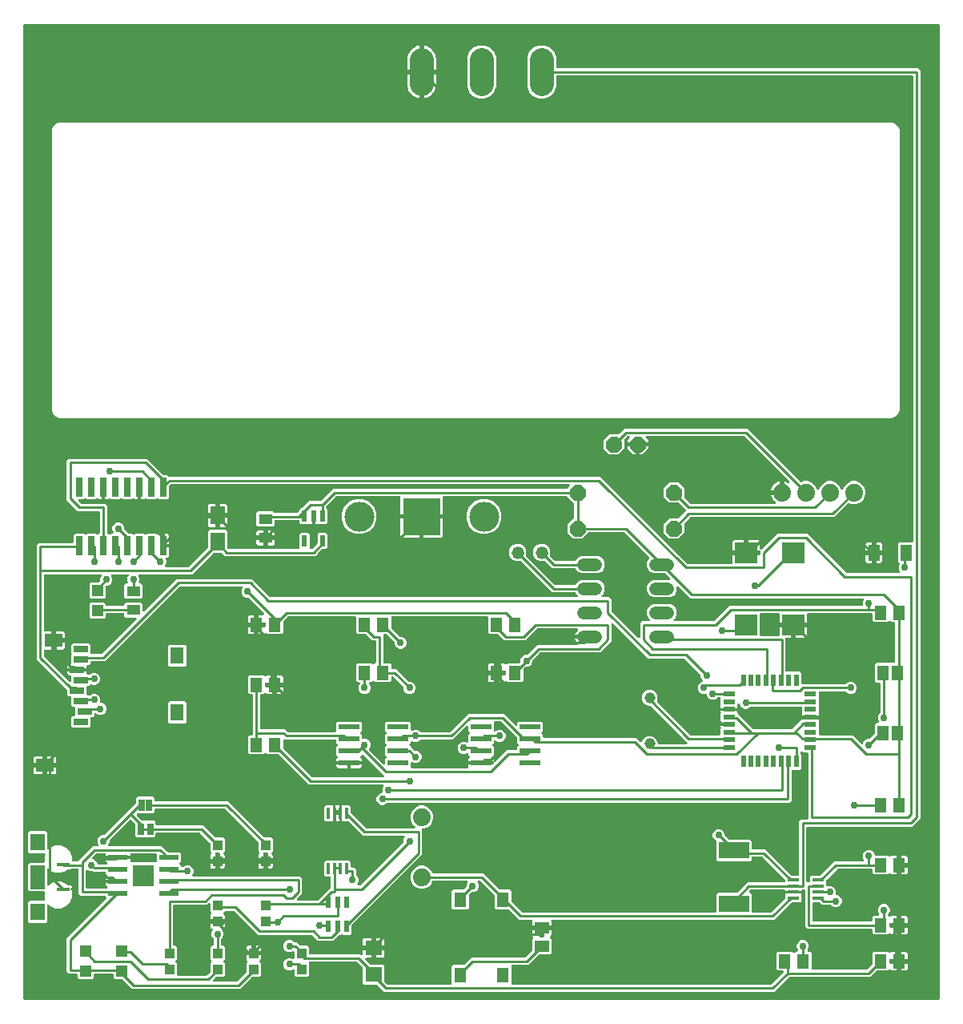
<source format=gbr>
G04 EAGLE Gerber RS-274X export*
G75*
%MOMM*%
%FSLAX34Y34*%
%LPD*%
%INTop Copper*%
%IPPOS*%
%AMOC8*
5,1,8,0,0,1.08239X$1,22.5*%
G01*
%ADD10R,2.368000X2.203600*%
%ADD11R,1.200000X1.700000*%
%ADD12R,1.270000X0.558800*%
%ADD13R,0.558800X1.270000*%
%ADD14C,1.158000*%
%ADD15R,1.300000X1.500000*%
%ADD16C,2.540000*%
%ADD17R,2.200000X0.600000*%
%ADD18R,1.200000X0.400000*%
%ADD19R,1.168400X1.600200*%
%ADD20R,3.200000X1.800000*%
%ADD21R,2.057400X0.609600*%
%ADD22R,2.286000X2.286000*%
%ADD23R,1.200000X1.200000*%
%ADD24R,1.000000X1.100000*%
%ADD25R,0.635000X1.270000*%
%ADD26R,1.800000X1.600000*%
%ADD27R,0.550000X1.200000*%
%ADD28C,1.879600*%
%ADD29R,0.350000X1.200000*%
%ADD30R,1.450000X0.400000*%
%ADD31R,1.500000X1.800000*%
%ADD32R,1.500000X2.500000*%
%ADD33R,0.660400X2.032000*%
%ADD34R,1.900000X1.400000*%
%ADD35R,1.400000X1.800000*%
%ADD36R,1.500000X0.700000*%
%ADD37R,1.500000X1.950000*%
%ADD38R,1.400000X1.100000*%
%ADD39C,0.254000*%
%ADD40R,1.300000X1.550000*%
%ADD41R,1.500000X1.300000*%
%ADD42C,1.320800*%
%ADD43C,1.320800*%
%ADD44R,3.962400X3.962400*%
%ADD45C,3.175000*%
%ADD46P,1.814519X8X22.500000*%
%ADD47P,1.814519X8X202.500000*%
%ADD48C,0.756400*%

G36*
X979088Y10176D02*
X979088Y10176D01*
X979207Y10183D01*
X979245Y10196D01*
X979286Y10201D01*
X979396Y10244D01*
X979509Y10281D01*
X979544Y10303D01*
X979581Y10318D01*
X979677Y10387D01*
X979778Y10451D01*
X979806Y10481D01*
X979839Y10504D01*
X979915Y10596D01*
X979996Y10683D01*
X980016Y10718D01*
X980041Y10749D01*
X980092Y10857D01*
X980150Y10961D01*
X980160Y11001D01*
X980177Y11037D01*
X980199Y11154D01*
X980229Y11269D01*
X980233Y11329D01*
X980237Y11349D01*
X980235Y11370D01*
X980239Y11430D01*
X980239Y1039370D01*
X980224Y1039488D01*
X980217Y1039607D01*
X980204Y1039645D01*
X980199Y1039686D01*
X980156Y1039796D01*
X980119Y1039909D01*
X980097Y1039944D01*
X980082Y1039981D01*
X980013Y1040077D01*
X979949Y1040178D01*
X979919Y1040206D01*
X979896Y1040239D01*
X979804Y1040315D01*
X979717Y1040396D01*
X979682Y1040416D01*
X979651Y1040441D01*
X979543Y1040492D01*
X979439Y1040550D01*
X979399Y1040560D01*
X979363Y1040577D01*
X979246Y1040599D01*
X979131Y1040629D01*
X979071Y1040633D01*
X979051Y1040637D01*
X979030Y1040635D01*
X978970Y1040639D01*
X11430Y1040639D01*
X11312Y1040624D01*
X11193Y1040617D01*
X11155Y1040604D01*
X11114Y1040599D01*
X11004Y1040556D01*
X10891Y1040519D01*
X10856Y1040497D01*
X10819Y1040482D01*
X10723Y1040413D01*
X10622Y1040349D01*
X10594Y1040319D01*
X10561Y1040296D01*
X10485Y1040204D01*
X10404Y1040117D01*
X10384Y1040082D01*
X10359Y1040051D01*
X10308Y1039943D01*
X10250Y1039839D01*
X10240Y1039799D01*
X10223Y1039763D01*
X10201Y1039646D01*
X10171Y1039531D01*
X10167Y1039471D01*
X10163Y1039451D01*
X10165Y1039430D01*
X10161Y1039370D01*
X10161Y11430D01*
X10176Y11312D01*
X10183Y11193D01*
X10196Y11155D01*
X10201Y11114D01*
X10244Y11004D01*
X10281Y10891D01*
X10303Y10856D01*
X10318Y10819D01*
X10387Y10723D01*
X10451Y10622D01*
X10481Y10594D01*
X10504Y10561D01*
X10596Y10485D01*
X10683Y10404D01*
X10718Y10384D01*
X10749Y10359D01*
X10857Y10308D01*
X10961Y10250D01*
X11001Y10240D01*
X11037Y10223D01*
X11154Y10201D01*
X11269Y10171D01*
X11329Y10167D01*
X11349Y10163D01*
X11370Y10165D01*
X11430Y10161D01*
X978970Y10161D01*
X979088Y10176D01*
G37*
%LPC*%
G36*
X48779Y624839D02*
X48779Y624839D01*
X45044Y626386D01*
X42186Y629244D01*
X40639Y632979D01*
X40639Y929121D01*
X42186Y932856D01*
X45044Y935714D01*
X48779Y937261D01*
X929121Y937261D01*
X932856Y935714D01*
X935714Y932856D01*
X937261Y929121D01*
X937261Y632979D01*
X935714Y629244D01*
X932856Y626386D01*
X929121Y624839D01*
X48779Y624839D01*
G37*
%LPD*%
%LPC*%
G36*
X929766Y78859D02*
X929766Y78859D01*
X929119Y79032D01*
X928540Y79367D01*
X927998Y79909D01*
X927903Y79982D01*
X927814Y80061D01*
X927778Y80080D01*
X927746Y80104D01*
X927637Y80152D01*
X927531Y80206D01*
X927492Y80215D01*
X927454Y80231D01*
X927336Y80249D01*
X927221Y80275D01*
X927180Y80274D01*
X927140Y80281D01*
X927022Y80269D01*
X926903Y80266D01*
X926864Y80254D01*
X926824Y80251D01*
X926712Y80210D01*
X926597Y80177D01*
X926562Y80157D01*
X926524Y80143D01*
X926426Y80076D01*
X926323Y80016D01*
X926278Y79976D01*
X926261Y79965D01*
X926248Y79949D01*
X926203Y79909D01*
X925152Y78859D01*
X910048Y78859D01*
X908559Y80348D01*
X908559Y83820D01*
X908544Y83938D01*
X908537Y84057D01*
X908524Y84095D01*
X908519Y84136D01*
X908476Y84246D01*
X908439Y84359D01*
X908417Y84394D01*
X908402Y84431D01*
X908333Y84527D01*
X908269Y84628D01*
X908239Y84656D01*
X908216Y84689D01*
X908124Y84765D01*
X908037Y84846D01*
X908002Y84866D01*
X907971Y84891D01*
X907863Y84942D01*
X907759Y85000D01*
X907719Y85010D01*
X907683Y85027D01*
X907566Y85049D01*
X907451Y85079D01*
X907391Y85083D01*
X907371Y85087D01*
X907350Y85085D01*
X907290Y85089D01*
X839797Y85089D01*
X837564Y87322D01*
X837564Y125095D01*
X837549Y125213D01*
X837542Y125332D01*
X837529Y125370D01*
X837524Y125411D01*
X837481Y125521D01*
X837444Y125634D01*
X837422Y125669D01*
X837407Y125706D01*
X837338Y125802D01*
X837274Y125903D01*
X837244Y125931D01*
X837221Y125964D01*
X837129Y126040D01*
X837042Y126121D01*
X837007Y126141D01*
X836976Y126166D01*
X836868Y126217D01*
X836764Y126275D01*
X836724Y126285D01*
X836688Y126302D01*
X836571Y126324D01*
X836456Y126354D01*
X836396Y126358D01*
X836376Y126362D01*
X836355Y126360D01*
X836295Y126364D01*
X835010Y126364D01*
X834892Y126349D01*
X834773Y126342D01*
X834735Y126329D01*
X834694Y126324D01*
X834584Y126281D01*
X834471Y126244D01*
X834436Y126222D01*
X834399Y126207D01*
X834303Y126138D01*
X834202Y126074D01*
X834174Y126044D01*
X834141Y126021D01*
X834065Y125929D01*
X833984Y125842D01*
X833964Y125807D01*
X833939Y125776D01*
X833888Y125668D01*
X833830Y125564D01*
X833820Y125524D01*
X833803Y125488D01*
X833781Y125371D01*
X833751Y125256D01*
X833747Y125196D01*
X833743Y125176D01*
X833745Y125155D01*
X833741Y125095D01*
X833741Y125019D01*
X825200Y125019D01*
X816659Y125019D01*
X816659Y125095D01*
X816644Y125213D01*
X816637Y125332D01*
X816624Y125370D01*
X816619Y125411D01*
X816576Y125521D01*
X816539Y125634D01*
X816517Y125669D01*
X816502Y125706D01*
X816433Y125802D01*
X816369Y125903D01*
X816339Y125931D01*
X816316Y125964D01*
X816224Y126040D01*
X816137Y126121D01*
X816102Y126141D01*
X816071Y126166D01*
X815963Y126217D01*
X815859Y126275D01*
X815819Y126285D01*
X815783Y126302D01*
X815666Y126324D01*
X815551Y126354D01*
X815491Y126358D01*
X815471Y126362D01*
X815450Y126360D01*
X815390Y126364D01*
X779979Y126364D01*
X779881Y126352D01*
X779782Y126349D01*
X779724Y126332D01*
X779664Y126324D01*
X779572Y126288D01*
X779477Y126260D01*
X779424Y126230D01*
X779368Y126207D01*
X779288Y126149D01*
X779203Y126099D01*
X779127Y126033D01*
X779111Y126021D01*
X779103Y126011D01*
X779082Y125993D01*
X778497Y125408D01*
X778411Y125298D01*
X778323Y125191D01*
X778314Y125172D01*
X778302Y125156D01*
X778246Y125028D01*
X778187Y124903D01*
X778183Y124883D01*
X778175Y124864D01*
X778153Y124726D01*
X778127Y124590D01*
X778129Y124570D01*
X778126Y124550D01*
X778139Y124411D01*
X778147Y124273D01*
X778153Y124254D01*
X778155Y124234D01*
X778202Y124103D01*
X778245Y123971D01*
X778256Y123953D01*
X778263Y123934D01*
X778341Y123820D01*
X778415Y123702D01*
X778430Y123688D01*
X778442Y123671D01*
X778546Y123579D01*
X778647Y123484D01*
X778665Y123474D01*
X778680Y123461D01*
X778804Y123398D01*
X778926Y123330D01*
X778945Y123325D01*
X778963Y123316D01*
X778981Y123312D01*
X780541Y121752D01*
X780541Y103505D01*
X780556Y103387D01*
X780563Y103268D01*
X780576Y103230D01*
X780581Y103189D01*
X780624Y103079D01*
X780661Y102966D01*
X780683Y102931D01*
X780698Y102894D01*
X780767Y102798D01*
X780831Y102697D01*
X780861Y102669D01*
X780884Y102636D01*
X780976Y102560D01*
X781063Y102479D01*
X781098Y102459D01*
X781129Y102434D01*
X781237Y102383D01*
X781341Y102325D01*
X781381Y102315D01*
X781417Y102298D01*
X781534Y102276D01*
X781649Y102246D01*
X781709Y102242D01*
X781729Y102238D01*
X781750Y102240D01*
X781810Y102236D01*
X801171Y102236D01*
X801269Y102248D01*
X801368Y102251D01*
X801426Y102268D01*
X801486Y102276D01*
X801578Y102312D01*
X801674Y102340D01*
X801726Y102370D01*
X801782Y102393D01*
X801862Y102451D01*
X801947Y102501D01*
X802023Y102567D01*
X802039Y102579D01*
X802047Y102589D01*
X802068Y102607D01*
X816288Y116827D01*
X816348Y116905D01*
X816416Y116977D01*
X816445Y117030D01*
X816482Y117078D01*
X816522Y117169D01*
X816570Y117256D01*
X816585Y117314D01*
X816609Y117370D01*
X816624Y117468D01*
X816649Y117563D01*
X816655Y117664D01*
X816659Y117684D01*
X816657Y117696D01*
X816659Y117724D01*
X816659Y120453D01*
X816663Y120461D01*
X816676Y120513D01*
X816698Y120563D01*
X816714Y120667D01*
X816740Y120770D01*
X816739Y120824D01*
X816747Y120877D01*
X816738Y120982D01*
X816737Y121088D01*
X816720Y121172D01*
X816718Y121193D01*
X816712Y121208D01*
X816705Y121246D01*
X816659Y121416D01*
X816659Y122481D01*
X825200Y122481D01*
X833741Y122481D01*
X833741Y121416D01*
X833695Y121246D01*
X833681Y121141D01*
X833658Y121038D01*
X833659Y120984D01*
X833652Y120930D01*
X833664Y120825D01*
X833667Y120720D01*
X833682Y120668D01*
X833688Y120615D01*
X833726Y120516D01*
X833741Y120466D01*
X833741Y114198D01*
X832252Y112709D01*
X823474Y112709D01*
X823376Y112697D01*
X823277Y112694D01*
X823219Y112677D01*
X823159Y112669D01*
X823067Y112633D01*
X822971Y112605D01*
X822919Y112575D01*
X822863Y112552D01*
X822783Y112494D01*
X822698Y112444D01*
X822622Y112378D01*
X822606Y112366D01*
X822598Y112356D01*
X822577Y112338D01*
X807457Y97218D01*
X804853Y94614D01*
X569938Y94614D01*
X569813Y94599D01*
X569687Y94589D01*
X569655Y94579D01*
X569622Y94574D01*
X569505Y94528D01*
X569386Y94488D01*
X569358Y94470D01*
X569326Y94457D01*
X569225Y94384D01*
X569119Y94315D01*
X569096Y94290D01*
X569069Y94271D01*
X568989Y94174D01*
X568904Y94081D01*
X568888Y94052D01*
X568866Y94026D01*
X568813Y93912D01*
X568753Y93801D01*
X568745Y93768D01*
X568731Y93738D01*
X568707Y93614D01*
X568677Y93492D01*
X568677Y93459D01*
X568671Y93426D01*
X568679Y93300D01*
X568680Y93174D01*
X568690Y93126D01*
X568691Y93108D01*
X568697Y93088D01*
X568712Y93016D01*
X568841Y92534D01*
X568841Y88239D01*
X560070Y88239D01*
X559952Y88224D01*
X559833Y88217D01*
X559795Y88204D01*
X559755Y88199D01*
X559644Y88155D01*
X559531Y88119D01*
X559496Y88097D01*
X559459Y88082D01*
X559363Y88012D01*
X559262Y87949D01*
X559234Y87919D01*
X559202Y87895D01*
X559126Y87804D01*
X559044Y87717D01*
X559025Y87682D01*
X558999Y87650D01*
X558948Y87543D01*
X558891Y87439D01*
X558880Y87399D01*
X558863Y87363D01*
X558841Y87246D01*
X558811Y87131D01*
X558807Y87070D01*
X558803Y87050D01*
X558805Y87030D01*
X558801Y86970D01*
X558801Y85699D01*
X558799Y85699D01*
X558799Y86970D01*
X558784Y87088D01*
X558777Y87207D01*
X558764Y87245D01*
X558759Y87285D01*
X558715Y87396D01*
X558679Y87509D01*
X558657Y87544D01*
X558642Y87581D01*
X558572Y87677D01*
X558509Y87778D01*
X558479Y87806D01*
X558455Y87838D01*
X558364Y87914D01*
X558277Y87996D01*
X558242Y88015D01*
X558210Y88041D01*
X558103Y88092D01*
X557999Y88149D01*
X557959Y88160D01*
X557923Y88177D01*
X557806Y88199D01*
X557691Y88229D01*
X557630Y88233D01*
X557610Y88237D01*
X557590Y88235D01*
X557530Y88239D01*
X548759Y88239D01*
X548759Y92535D01*
X548888Y93016D01*
X548906Y93141D01*
X548929Y93265D01*
X548927Y93298D01*
X548932Y93332D01*
X548917Y93457D01*
X548909Y93582D01*
X548899Y93614D01*
X548895Y93647D01*
X548850Y93765D01*
X548811Y93884D01*
X548793Y93913D01*
X548781Y93944D01*
X548709Y94047D01*
X548641Y94153D01*
X548617Y94176D01*
X548597Y94204D01*
X548501Y94285D01*
X548410Y94371D01*
X548380Y94387D01*
X548354Y94409D01*
X548241Y94464D01*
X548131Y94525D01*
X548099Y94533D01*
X548068Y94548D01*
X547945Y94573D01*
X547823Y94604D01*
X547774Y94607D01*
X547756Y94611D01*
X547735Y94610D01*
X547662Y94614D01*
X534997Y94614D01*
X524323Y105288D01*
X524245Y105348D01*
X524173Y105416D01*
X524120Y105445D01*
X524072Y105482D01*
X523981Y105522D01*
X523894Y105570D01*
X523836Y105585D01*
X523780Y105609D01*
X523682Y105624D01*
X523586Y105649D01*
X523486Y105655D01*
X523466Y105659D01*
X523454Y105657D01*
X523426Y105659D01*
X510248Y105659D01*
X508759Y107148D01*
X508759Y120326D01*
X508747Y120424D01*
X508744Y120523D01*
X508727Y120581D01*
X508719Y120641D01*
X508683Y120733D01*
X508655Y120829D01*
X508625Y120881D01*
X508602Y120937D01*
X508544Y121017D01*
X508494Y121102D01*
X508428Y121178D01*
X508416Y121194D01*
X508406Y121202D01*
X508388Y121223D01*
X494093Y135518D01*
X494015Y135578D01*
X493943Y135646D01*
X493890Y135675D01*
X493842Y135712D01*
X493751Y135752D01*
X493664Y135800D01*
X493606Y135815D01*
X493550Y135839D01*
X493452Y135854D01*
X493356Y135879D01*
X493256Y135885D01*
X493236Y135889D01*
X493224Y135887D01*
X493196Y135889D01*
X492067Y135889D01*
X491929Y135872D01*
X491790Y135859D01*
X491771Y135852D01*
X491751Y135849D01*
X491622Y135798D01*
X491491Y135751D01*
X491474Y135740D01*
X491455Y135732D01*
X491343Y135651D01*
X491228Y135573D01*
X491214Y135557D01*
X491198Y135546D01*
X491109Y135438D01*
X491017Y135334D01*
X491008Y135316D01*
X490995Y135301D01*
X490936Y135174D01*
X490873Y135051D01*
X490868Y135031D01*
X490860Y135013D01*
X490834Y134877D01*
X490803Y134741D01*
X490804Y134720D01*
X490800Y134701D01*
X490809Y134562D01*
X490813Y134423D01*
X490818Y134403D01*
X490820Y134383D01*
X490862Y134251D01*
X490901Y134117D01*
X490912Y134100D01*
X490918Y134081D01*
X490992Y133963D01*
X491063Y133843D01*
X491081Y133822D01*
X491088Y133812D01*
X491103Y133798D01*
X491132Y133765D01*
X492098Y131433D01*
X492098Y128917D01*
X491135Y126593D01*
X489357Y124815D01*
X487033Y123852D01*
X485367Y123852D01*
X485269Y123840D01*
X485170Y123837D01*
X485112Y123820D01*
X485052Y123812D01*
X484960Y123776D01*
X484864Y123748D01*
X484812Y123718D01*
X484756Y123695D01*
X484676Y123637D01*
X484591Y123587D01*
X484515Y123521D01*
X484499Y123509D01*
X484491Y123499D01*
X484470Y123481D01*
X482212Y121223D01*
X482152Y121145D01*
X482084Y121073D01*
X482055Y121020D01*
X482018Y120972D01*
X481978Y120881D01*
X481930Y120794D01*
X481915Y120736D01*
X481891Y120680D01*
X481876Y120582D01*
X481851Y120486D01*
X481845Y120386D01*
X481841Y120366D01*
X481843Y120354D01*
X481841Y120326D01*
X481841Y107148D01*
X480352Y105659D01*
X465248Y105659D01*
X463759Y107148D01*
X463759Y124752D01*
X465248Y126241D01*
X475926Y126241D01*
X476024Y126253D01*
X476123Y126256D01*
X476181Y126273D01*
X476241Y126281D01*
X476333Y126317D01*
X476429Y126345D01*
X476481Y126375D01*
X476537Y126398D01*
X476617Y126456D01*
X476702Y126506D01*
X476778Y126572D01*
X476794Y126584D01*
X476802Y126594D01*
X476823Y126612D01*
X479081Y128870D01*
X479141Y128948D01*
X479209Y129020D01*
X479238Y129073D01*
X479275Y129121D01*
X479315Y129212D01*
X479363Y129299D01*
X479378Y129357D01*
X479402Y129413D01*
X479417Y129511D01*
X479442Y129607D01*
X479448Y129707D01*
X479452Y129727D01*
X479450Y129739D01*
X479452Y129767D01*
X479452Y131433D01*
X480424Y133778D01*
X480466Y133832D01*
X480555Y133939D01*
X480563Y133958D01*
X480576Y133974D01*
X480631Y134102D01*
X480690Y134227D01*
X480694Y134247D01*
X480702Y134266D01*
X480724Y134403D01*
X480750Y134540D01*
X480749Y134560D01*
X480752Y134580D01*
X480739Y134718D01*
X480730Y134857D01*
X480724Y134876D01*
X480722Y134896D01*
X480675Y135028D01*
X480632Y135159D01*
X480621Y135176D01*
X480615Y135196D01*
X480537Y135310D01*
X480462Y135428D01*
X480447Y135442D01*
X480436Y135459D01*
X480332Y135550D01*
X480230Y135646D01*
X480213Y135656D01*
X480198Y135669D01*
X480074Y135732D01*
X479952Y135800D01*
X479933Y135805D01*
X479914Y135814D01*
X479778Y135844D01*
X479644Y135879D01*
X479616Y135881D01*
X479604Y135884D01*
X479584Y135883D01*
X479483Y135889D01*
X443992Y135889D01*
X443963Y135886D01*
X443933Y135888D01*
X443805Y135866D01*
X443676Y135849D01*
X443649Y135839D01*
X443620Y135834D01*
X443501Y135780D01*
X443381Y135732D01*
X443357Y135715D01*
X443330Y135703D01*
X443229Y135622D01*
X443123Y135546D01*
X443105Y135523D01*
X443082Y135504D01*
X443003Y135401D01*
X442921Y135301D01*
X442908Y135274D01*
X442890Y135250D01*
X442819Y135106D01*
X441921Y132937D01*
X438563Y129579D01*
X434175Y127761D01*
X429425Y127761D01*
X425037Y129579D01*
X421679Y132937D01*
X419861Y137325D01*
X419861Y142075D01*
X421679Y146463D01*
X425037Y149821D01*
X429425Y151639D01*
X434175Y151639D01*
X438563Y149821D01*
X441921Y146463D01*
X442819Y144294D01*
X442834Y144269D01*
X442843Y144241D01*
X442913Y144131D01*
X442977Y144018D01*
X442997Y143997D01*
X443013Y143972D01*
X443108Y143883D01*
X443198Y143790D01*
X443223Y143774D01*
X443245Y143754D01*
X443359Y143691D01*
X443469Y143623D01*
X443498Y143615D01*
X443523Y143600D01*
X443649Y143568D01*
X443773Y143530D01*
X443803Y143528D01*
X443831Y143521D01*
X443992Y143511D01*
X496878Y143511D01*
X499482Y140907D01*
X513777Y126612D01*
X513855Y126552D01*
X513927Y126484D01*
X513980Y126455D01*
X514028Y126418D01*
X514119Y126378D01*
X514206Y126330D01*
X514264Y126315D01*
X514320Y126291D01*
X514418Y126276D01*
X514513Y126251D01*
X514614Y126245D01*
X514634Y126241D01*
X514646Y126243D01*
X514674Y126241D01*
X525352Y126241D01*
X526841Y124752D01*
X526841Y114074D01*
X526853Y113976D01*
X526856Y113877D01*
X526873Y113819D01*
X526881Y113759D01*
X526917Y113667D01*
X526945Y113571D01*
X526975Y113519D01*
X526998Y113463D01*
X527056Y113383D01*
X527106Y113298D01*
X527172Y113222D01*
X527184Y113206D01*
X527194Y113198D01*
X527212Y113177D01*
X537782Y102607D01*
X537860Y102547D01*
X537932Y102479D01*
X537985Y102450D01*
X538033Y102413D01*
X538124Y102373D01*
X538211Y102325D01*
X538269Y102310D01*
X538325Y102286D01*
X538423Y102271D01*
X538519Y102246D01*
X538619Y102240D01*
X538639Y102236D01*
X538651Y102238D01*
X538679Y102236D01*
X742190Y102236D01*
X742308Y102251D01*
X742427Y102258D01*
X742465Y102271D01*
X742506Y102276D01*
X742616Y102319D01*
X742729Y102356D01*
X742764Y102378D01*
X742801Y102393D01*
X742897Y102462D01*
X742998Y102526D01*
X743026Y102556D01*
X743059Y102579D01*
X743135Y102671D01*
X743216Y102758D01*
X743236Y102793D01*
X743261Y102824D01*
X743312Y102932D01*
X743370Y103036D01*
X743380Y103076D01*
X743397Y103112D01*
X743419Y103229D01*
X743449Y103344D01*
X743453Y103404D01*
X743457Y103424D01*
X743455Y103445D01*
X743459Y103505D01*
X743459Y121752D01*
X744948Y123241D01*
X765026Y123241D01*
X765124Y123253D01*
X765223Y123256D01*
X765281Y123273D01*
X765341Y123281D01*
X765433Y123317D01*
X765529Y123345D01*
X765581Y123375D01*
X765637Y123398D01*
X765717Y123456D01*
X765802Y123506D01*
X765878Y123572D01*
X765894Y123584D01*
X765902Y123594D01*
X765923Y123612D01*
X776297Y133986D01*
X815390Y133986D01*
X815508Y134001D01*
X815627Y134008D01*
X815665Y134021D01*
X815706Y134026D01*
X815816Y134069D01*
X815929Y134106D01*
X815964Y134128D01*
X816001Y134143D01*
X816097Y134212D01*
X816198Y134276D01*
X816226Y134306D01*
X816259Y134329D01*
X816335Y134421D01*
X816416Y134508D01*
X816436Y134543D01*
X816461Y134574D01*
X816512Y134682D01*
X816570Y134786D01*
X816580Y134826D01*
X816597Y134862D01*
X816619Y134979D01*
X816649Y135094D01*
X816653Y135154D01*
X816657Y135174D01*
X816655Y135195D01*
X816659Y135255D01*
X816659Y136276D01*
X816647Y136374D01*
X816644Y136473D01*
X816627Y136531D01*
X816619Y136591D01*
X816583Y136683D01*
X816555Y136779D01*
X816525Y136831D01*
X816502Y136887D01*
X816444Y136967D01*
X816394Y137052D01*
X816328Y137128D01*
X816316Y137144D01*
X816306Y137152D01*
X816288Y137173D01*
X792543Y160918D01*
X792465Y160978D01*
X792393Y161046D01*
X792340Y161075D01*
X792292Y161112D01*
X792201Y161152D01*
X792114Y161200D01*
X792056Y161215D01*
X792000Y161239D01*
X791902Y161254D01*
X791806Y161279D01*
X791706Y161285D01*
X791686Y161289D01*
X791674Y161287D01*
X791646Y161289D01*
X781810Y161289D01*
X781692Y161274D01*
X781573Y161267D01*
X781535Y161254D01*
X781494Y161249D01*
X781384Y161206D01*
X781271Y161169D01*
X781236Y161147D01*
X781199Y161132D01*
X781103Y161063D01*
X781002Y160999D01*
X780974Y160969D01*
X780941Y160946D01*
X780865Y160854D01*
X780784Y160767D01*
X780764Y160732D01*
X780739Y160701D01*
X780688Y160593D01*
X780630Y160489D01*
X780620Y160449D01*
X780603Y160413D01*
X780581Y160296D01*
X780551Y160181D01*
X780547Y160121D01*
X780543Y160101D01*
X780545Y160080D01*
X780541Y160020D01*
X780541Y157648D01*
X779052Y156159D01*
X744948Y156159D01*
X743459Y157648D01*
X743459Y177562D01*
X743456Y177592D01*
X743458Y177621D01*
X743436Y177749D01*
X743419Y177878D01*
X743409Y177905D01*
X743404Y177934D01*
X743350Y178053D01*
X743302Y178174D01*
X743285Y178198D01*
X743273Y178224D01*
X743192Y178326D01*
X743116Y178431D01*
X743093Y178450D01*
X743074Y178473D01*
X742971Y178551D01*
X742871Y178634D01*
X742844Y178646D01*
X742820Y178664D01*
X742676Y178735D01*
X742543Y178790D01*
X740765Y180568D01*
X739802Y182892D01*
X739802Y185408D01*
X740765Y187732D01*
X742543Y189510D01*
X744867Y190473D01*
X747383Y190473D01*
X749707Y189510D01*
X751485Y187732D01*
X752448Y185408D01*
X752448Y183742D01*
X752460Y183644D01*
X752463Y183545D01*
X752480Y183487D01*
X752488Y183427D01*
X752524Y183335D01*
X752552Y183239D01*
X752582Y183187D01*
X752605Y183131D01*
X752663Y183051D01*
X752713Y182966D01*
X752779Y182890D01*
X752791Y182874D01*
X752801Y182866D01*
X752819Y182845D01*
X756052Y179612D01*
X756130Y179552D01*
X756202Y179484D01*
X756255Y179455D01*
X756303Y179418D01*
X756394Y179378D01*
X756481Y179330D01*
X756539Y179315D01*
X756595Y179291D01*
X756693Y179276D01*
X756789Y179251D01*
X756889Y179245D01*
X756909Y179241D01*
X756921Y179243D01*
X756949Y179241D01*
X779052Y179241D01*
X780541Y177752D01*
X780541Y170180D01*
X780556Y170062D01*
X780563Y169943D01*
X780576Y169905D01*
X780581Y169864D01*
X780624Y169754D01*
X780661Y169641D01*
X780683Y169606D01*
X780698Y169569D01*
X780767Y169473D01*
X780831Y169372D01*
X780861Y169344D01*
X780884Y169311D01*
X780976Y169235D01*
X781063Y169154D01*
X781098Y169134D01*
X781129Y169109D01*
X781237Y169058D01*
X781341Y169000D01*
X781381Y168990D01*
X781417Y168973D01*
X781534Y168951D01*
X781649Y168921D01*
X781709Y168917D01*
X781729Y168913D01*
X781750Y168915D01*
X781810Y168911D01*
X795328Y168911D01*
X822577Y141662D01*
X822655Y141602D01*
X822727Y141534D01*
X822780Y141505D01*
X822828Y141468D01*
X822919Y141428D01*
X823006Y141380D01*
X823064Y141365D01*
X823120Y141341D01*
X823218Y141326D01*
X823314Y141301D01*
X823414Y141295D01*
X823434Y141291D01*
X823446Y141293D01*
X823474Y141291D01*
X829945Y141291D01*
X830063Y141306D01*
X830182Y141313D01*
X830220Y141326D01*
X830261Y141331D01*
X830371Y141374D01*
X830484Y141411D01*
X830519Y141433D01*
X830556Y141448D01*
X830652Y141517D01*
X830753Y141581D01*
X830781Y141611D01*
X830814Y141634D01*
X830890Y141726D01*
X830971Y141813D01*
X830991Y141848D01*
X831016Y141879D01*
X831067Y141987D01*
X831125Y142091D01*
X831135Y142131D01*
X831152Y142167D01*
X831174Y142284D01*
X831204Y142399D01*
X831208Y142459D01*
X831212Y142479D01*
X831210Y142500D01*
X831214Y142560D01*
X831214Y198428D01*
X833447Y200661D01*
X839470Y200661D01*
X839588Y200676D01*
X839707Y200683D01*
X839745Y200696D01*
X839786Y200701D01*
X839896Y200744D01*
X840009Y200781D01*
X840044Y200803D01*
X840081Y200818D01*
X840177Y200887D01*
X840278Y200951D01*
X840306Y200981D01*
X840339Y201004D01*
X840415Y201096D01*
X840496Y201183D01*
X840516Y201218D01*
X840541Y201249D01*
X840592Y201357D01*
X840650Y201461D01*
X840660Y201501D01*
X840677Y201537D01*
X840699Y201654D01*
X840729Y201769D01*
X840733Y201829D01*
X840737Y201849D01*
X840735Y201870D01*
X840739Y201930D01*
X840739Y270196D01*
X840724Y270314D01*
X840717Y270433D01*
X840704Y270471D01*
X840699Y270512D01*
X840656Y270622D01*
X840619Y270735D01*
X840597Y270770D01*
X840582Y270807D01*
X840513Y270903D01*
X840449Y271004D01*
X840419Y271032D01*
X840396Y271065D01*
X840304Y271141D01*
X840217Y271222D01*
X840182Y271242D01*
X840151Y271267D01*
X840043Y271318D01*
X839939Y271376D01*
X839899Y271386D01*
X839863Y271403D01*
X839746Y271425D01*
X839631Y271455D01*
X839571Y271459D01*
X839551Y271463D01*
X839530Y271461D01*
X839470Y271465D01*
X835624Y271465D01*
X834652Y272436D01*
X834543Y272521D01*
X834436Y272610D01*
X834417Y272619D01*
X834401Y272631D01*
X834274Y272687D01*
X834148Y272746D01*
X834128Y272750D01*
X834109Y272758D01*
X833971Y272780D01*
X833835Y272806D01*
X833815Y272804D01*
X833795Y272808D01*
X833656Y272794D01*
X833518Y272786D01*
X833499Y272780D01*
X833479Y272778D01*
X833347Y272731D01*
X833216Y272688D01*
X833198Y272677D01*
X833179Y272670D01*
X833064Y272592D01*
X832947Y272518D01*
X832933Y272503D01*
X832916Y272492D01*
X832824Y272387D01*
X832729Y272286D01*
X832719Y272268D01*
X832706Y272253D01*
X832642Y272129D01*
X832575Y272008D01*
X832570Y271988D01*
X832561Y271970D01*
X832531Y271834D01*
X832496Y271700D01*
X832494Y271672D01*
X832491Y271660D01*
X832492Y271639D01*
X832486Y271539D01*
X832486Y270751D01*
X832498Y270653D01*
X832501Y270554D01*
X832518Y270496D01*
X832526Y270436D01*
X832562Y270344D01*
X832590Y270248D01*
X832620Y270196D01*
X832643Y270140D01*
X832701Y270060D01*
X832751Y269975D01*
X832817Y269899D01*
X832829Y269883D01*
X832839Y269875D01*
X832857Y269854D01*
X833435Y269276D01*
X833435Y254472D01*
X831946Y252983D01*
X824230Y252983D01*
X824112Y252968D01*
X823993Y252961D01*
X823955Y252948D01*
X823914Y252943D01*
X823804Y252900D01*
X823691Y252863D01*
X823656Y252841D01*
X823619Y252826D01*
X823523Y252757D01*
X823422Y252693D01*
X823394Y252663D01*
X823361Y252640D01*
X823285Y252548D01*
X823204Y252461D01*
X823184Y252426D01*
X823159Y252395D01*
X823108Y252287D01*
X823050Y252183D01*
X823040Y252143D01*
X823023Y252107D01*
X823001Y251990D01*
X822971Y251875D01*
X822967Y251815D01*
X822963Y251795D01*
X822965Y251774D01*
X822961Y251714D01*
X822961Y220672D01*
X820728Y218439D01*
X396182Y218439D01*
X396084Y218427D01*
X395984Y218424D01*
X395926Y218407D01*
X395866Y218399D01*
X395774Y218363D01*
X395679Y218335D01*
X395627Y218305D01*
X395570Y218282D01*
X395490Y218224D01*
X395405Y218174D01*
X395330Y218108D01*
X395313Y218096D01*
X395305Y218086D01*
X395284Y218068D01*
X394107Y216890D01*
X391783Y215927D01*
X389267Y215927D01*
X386943Y216890D01*
X385165Y218668D01*
X384202Y220992D01*
X384202Y223508D01*
X385165Y225832D01*
X386943Y227610D01*
X389267Y228573D01*
X389458Y228573D01*
X389508Y228579D01*
X389557Y228577D01*
X389665Y228599D01*
X389774Y228613D01*
X389820Y228631D01*
X389869Y228641D01*
X389967Y228689D01*
X390069Y228730D01*
X390110Y228759D01*
X390154Y228781D01*
X390238Y228852D01*
X390327Y228916D01*
X390358Y228955D01*
X390396Y228987D01*
X390460Y229077D01*
X390530Y229161D01*
X390551Y229206D01*
X390579Y229247D01*
X390618Y229350D01*
X390665Y229449D01*
X390674Y229498D01*
X390692Y229544D01*
X390704Y229654D01*
X390725Y229761D01*
X390722Y229811D01*
X390727Y229861D01*
X390712Y229969D01*
X390705Y230079D01*
X390690Y230126D01*
X390683Y230175D01*
X390631Y230328D01*
X390552Y230517D01*
X390552Y233033D01*
X391524Y235378D01*
X391566Y235432D01*
X391655Y235539D01*
X391663Y235558D01*
X391676Y235574D01*
X391731Y235702D01*
X391790Y235827D01*
X391794Y235847D01*
X391802Y235866D01*
X391824Y236003D01*
X391850Y236140D01*
X391849Y236160D01*
X391852Y236180D01*
X391839Y236318D01*
X391830Y236457D01*
X391824Y236476D01*
X391822Y236496D01*
X391775Y236628D01*
X391732Y236759D01*
X391721Y236776D01*
X391715Y236796D01*
X391637Y236910D01*
X391562Y237028D01*
X391547Y237042D01*
X391536Y237059D01*
X391432Y237150D01*
X391330Y237246D01*
X391313Y237256D01*
X391298Y237269D01*
X391174Y237332D01*
X391052Y237400D01*
X391033Y237405D01*
X391014Y237414D01*
X390878Y237444D01*
X390744Y237479D01*
X390716Y237481D01*
X390704Y237484D01*
X390684Y237483D01*
X390583Y237489D01*
X312747Y237489D01*
X310143Y240093D01*
X281248Y268988D01*
X281170Y269048D01*
X281098Y269116D01*
X281045Y269145D01*
X280997Y269182D01*
X280906Y269222D01*
X280819Y269270D01*
X280761Y269285D01*
X280705Y269309D01*
X280607Y269324D01*
X280512Y269349D01*
X280411Y269355D01*
X280391Y269359D01*
X280379Y269357D01*
X280351Y269359D01*
X268648Y269359D01*
X267598Y270409D01*
X267503Y270482D01*
X267414Y270561D01*
X267378Y270580D01*
X267346Y270604D01*
X267237Y270652D01*
X267131Y270706D01*
X267092Y270715D01*
X267054Y270731D01*
X266937Y270749D01*
X266821Y270775D01*
X266780Y270774D01*
X266740Y270780D01*
X266622Y270769D01*
X266503Y270766D01*
X266464Y270754D01*
X266424Y270751D01*
X266311Y270710D01*
X266197Y270677D01*
X266163Y270657D01*
X266124Y270643D01*
X266026Y270576D01*
X265923Y270516D01*
X265878Y270476D01*
X265861Y270464D01*
X265848Y270449D01*
X265803Y270409D01*
X264752Y269359D01*
X249648Y269359D01*
X248159Y270848D01*
X248159Y287952D01*
X249648Y289441D01*
X252095Y289441D01*
X252213Y289456D01*
X252332Y289463D01*
X252370Y289476D01*
X252411Y289481D01*
X252521Y289524D01*
X252634Y289561D01*
X252669Y289583D01*
X252706Y289598D01*
X252802Y289667D01*
X252903Y289731D01*
X252931Y289761D01*
X252964Y289784D01*
X253040Y289876D01*
X253121Y289963D01*
X253141Y289998D01*
X253166Y290029D01*
X253217Y290137D01*
X253275Y290241D01*
X253285Y290281D01*
X253302Y290317D01*
X253324Y290434D01*
X253354Y290549D01*
X253358Y290609D01*
X253362Y290629D01*
X253360Y290650D01*
X253364Y290710D01*
X253364Y331590D01*
X253349Y331708D01*
X253342Y331827D01*
X253329Y331865D01*
X253324Y331906D01*
X253281Y332016D01*
X253244Y332129D01*
X253222Y332164D01*
X253207Y332201D01*
X253138Y332297D01*
X253074Y332398D01*
X253044Y332426D01*
X253021Y332459D01*
X252929Y332535D01*
X252842Y332616D01*
X252807Y332636D01*
X252776Y332661D01*
X252668Y332712D01*
X252564Y332770D01*
X252524Y332780D01*
X252488Y332797D01*
X252371Y332819D01*
X252256Y332849D01*
X252196Y332853D01*
X252176Y332857D01*
X252155Y332855D01*
X252095Y332859D01*
X249648Y332859D01*
X248159Y334348D01*
X248159Y351452D01*
X249648Y352941D01*
X264752Y352941D01*
X265803Y351891D01*
X265897Y351818D01*
X265986Y351739D01*
X266022Y351720D01*
X266054Y351696D01*
X266163Y351648D01*
X266269Y351594D01*
X266308Y351585D01*
X266346Y351569D01*
X266463Y351551D01*
X266579Y351525D01*
X266620Y351526D01*
X266660Y351519D01*
X266778Y351531D01*
X266897Y351534D01*
X266936Y351546D01*
X266976Y351549D01*
X267088Y351590D01*
X267203Y351623D01*
X267238Y351643D01*
X267276Y351657D01*
X267374Y351724D01*
X267477Y351784D01*
X267522Y351824D01*
X267539Y351835D01*
X267552Y351851D01*
X267598Y351891D01*
X268140Y352433D01*
X268719Y352768D01*
X269366Y352941D01*
X273661Y352941D01*
X273661Y345439D01*
X267510Y345439D01*
X267392Y345424D01*
X267273Y345417D01*
X267235Y345404D01*
X267194Y345399D01*
X267084Y345355D01*
X266971Y345319D01*
X266936Y345297D01*
X266899Y345282D01*
X266803Y345212D01*
X266702Y345149D01*
X266674Y345119D01*
X266641Y345095D01*
X266565Y345004D01*
X266484Y344917D01*
X266464Y344882D01*
X266439Y344850D01*
X266388Y344743D01*
X266330Y344639D01*
X266320Y344599D01*
X266303Y344563D01*
X266281Y344446D01*
X266251Y344331D01*
X266247Y344270D01*
X266243Y344250D01*
X266245Y344230D01*
X266241Y344170D01*
X266241Y341630D01*
X266256Y341512D01*
X266263Y341393D01*
X266276Y341355D01*
X266281Y341315D01*
X266324Y341204D01*
X266361Y341091D01*
X266383Y341056D01*
X266398Y341019D01*
X266467Y340923D01*
X266531Y340822D01*
X266561Y340794D01*
X266584Y340761D01*
X266676Y340686D01*
X266763Y340604D01*
X266798Y340584D01*
X266829Y340559D01*
X266937Y340508D01*
X267041Y340450D01*
X267081Y340440D01*
X267117Y340423D01*
X267234Y340401D01*
X267349Y340371D01*
X267409Y340367D01*
X267429Y340363D01*
X267450Y340365D01*
X267510Y340361D01*
X273661Y340361D01*
X273661Y332859D01*
X269366Y332859D01*
X268719Y333032D01*
X268140Y333367D01*
X267598Y333909D01*
X267503Y333982D01*
X267414Y334061D01*
X267378Y334080D01*
X267346Y334104D01*
X267237Y334152D01*
X267131Y334206D01*
X267092Y334215D01*
X267054Y334231D01*
X266936Y334249D01*
X266821Y334275D01*
X266780Y334274D01*
X266740Y334281D01*
X266622Y334269D01*
X266503Y334266D01*
X266464Y334254D01*
X266424Y334251D01*
X266312Y334210D01*
X266197Y334177D01*
X266162Y334157D01*
X266124Y334143D01*
X266026Y334076D01*
X265923Y334016D01*
X265878Y333976D01*
X265861Y333965D01*
X265848Y333949D01*
X265803Y333909D01*
X264752Y332859D01*
X262255Y332859D01*
X262137Y332844D01*
X262018Y332837D01*
X261980Y332824D01*
X261939Y332819D01*
X261829Y332776D01*
X261716Y332739D01*
X261681Y332717D01*
X261644Y332702D01*
X261548Y332633D01*
X261447Y332569D01*
X261419Y332539D01*
X261386Y332516D01*
X261310Y332424D01*
X261229Y332337D01*
X261209Y332302D01*
X261184Y332271D01*
X261133Y332163D01*
X261075Y332059D01*
X261065Y332019D01*
X261048Y331983D01*
X261026Y331866D01*
X260996Y331751D01*
X260992Y331691D01*
X260988Y331671D01*
X260990Y331650D01*
X260986Y331590D01*
X260986Y297180D01*
X261001Y297062D01*
X261008Y296943D01*
X261021Y296905D01*
X261026Y296864D01*
X261069Y296754D01*
X261106Y296641D01*
X261128Y296606D01*
X261143Y296569D01*
X261212Y296473D01*
X261276Y296372D01*
X261306Y296344D01*
X261329Y296311D01*
X261421Y296235D01*
X261508Y296154D01*
X261543Y296134D01*
X261574Y296109D01*
X261682Y296058D01*
X261786Y296000D01*
X261826Y295990D01*
X261862Y295973D01*
X261979Y295951D01*
X262094Y295921D01*
X262154Y295917D01*
X262174Y295913D01*
X262195Y295915D01*
X262255Y295911D01*
X287328Y295911D01*
X290132Y293107D01*
X290210Y293047D01*
X290282Y292979D01*
X290335Y292950D01*
X290383Y292913D01*
X290474Y292873D01*
X290561Y292825D01*
X290619Y292810D01*
X290675Y292786D01*
X290773Y292771D01*
X290869Y292746D01*
X290969Y292740D01*
X290989Y292736D01*
X291001Y292738D01*
X291029Y292736D01*
X340190Y292736D01*
X340308Y292751D01*
X340427Y292758D01*
X340465Y292771D01*
X340506Y292776D01*
X340616Y292819D01*
X340729Y292856D01*
X340764Y292878D01*
X340801Y292893D01*
X340897Y292962D01*
X340998Y293026D01*
X341026Y293056D01*
X341059Y293079D01*
X341135Y293171D01*
X341216Y293258D01*
X341236Y293293D01*
X341261Y293324D01*
X341312Y293432D01*
X341370Y293536D01*
X341380Y293576D01*
X341397Y293612D01*
X341419Y293729D01*
X341449Y293844D01*
X341453Y293904D01*
X341457Y293924D01*
X341455Y293945D01*
X341459Y294005D01*
X341459Y302502D01*
X342948Y303991D01*
X367052Y303991D01*
X368541Y302502D01*
X368541Y294398D01*
X367141Y292997D01*
X367068Y292903D01*
X366989Y292814D01*
X366971Y292778D01*
X366946Y292746D01*
X366898Y292637D01*
X366844Y292531D01*
X366835Y292492D01*
X366819Y292454D01*
X366801Y292337D01*
X366775Y292221D01*
X366776Y292180D01*
X366770Y292140D01*
X366781Y292022D01*
X366784Y291903D01*
X366796Y291864D01*
X366799Y291824D01*
X366840Y291712D01*
X366873Y291597D01*
X366893Y291562D01*
X366907Y291524D01*
X366974Y291426D01*
X367034Y291323D01*
X367074Y291278D01*
X367086Y291261D01*
X367101Y291248D01*
X367141Y291202D01*
X368541Y289802D01*
X368541Y286928D01*
X368547Y286878D01*
X368545Y286829D01*
X368567Y286721D01*
X368581Y286612D01*
X368599Y286566D01*
X368609Y286517D01*
X368657Y286419D01*
X368698Y286317D01*
X368727Y286276D01*
X368749Y286232D01*
X368820Y286148D01*
X368884Y286059D01*
X368923Y286027D01*
X368955Y285990D01*
X369045Y285926D01*
X369129Y285856D01*
X369174Y285835D01*
X369215Y285807D01*
X369318Y285768D01*
X369417Y285721D01*
X369466Y285712D01*
X369513Y285694D01*
X369622Y285682D01*
X369729Y285661D01*
X369779Y285664D01*
X369829Y285659D01*
X369938Y285674D01*
X370047Y285681D01*
X370094Y285696D01*
X370144Y285703D01*
X370201Y285723D01*
X372733Y285723D01*
X375057Y284760D01*
X376835Y282982D01*
X377798Y280658D01*
X377798Y278142D01*
X376835Y275818D01*
X376363Y275346D01*
X376290Y275252D01*
X376211Y275163D01*
X376193Y275127D01*
X376168Y275095D01*
X376121Y274986D01*
X376067Y274880D01*
X376058Y274840D01*
X376042Y274803D01*
X376023Y274685D01*
X375997Y274569D01*
X375998Y274529D01*
X375992Y274489D01*
X376003Y274370D01*
X376007Y274252D01*
X376018Y274213D01*
X376022Y274172D01*
X376062Y274060D01*
X376095Y273946D01*
X376116Y273911D01*
X376129Y273873D01*
X376196Y273775D01*
X376257Y273672D01*
X376296Y273627D01*
X376308Y273610D01*
X376323Y273597D01*
X376363Y273551D01*
X391293Y258622D01*
X391402Y258536D01*
X391509Y258448D01*
X391528Y258439D01*
X391544Y258427D01*
X391672Y258371D01*
X391797Y258312D01*
X391817Y258308D01*
X391836Y258300D01*
X391974Y258278D01*
X392110Y258252D01*
X392130Y258254D01*
X392150Y258251D01*
X392289Y258264D01*
X392427Y258272D01*
X392446Y258278D01*
X392466Y258280D01*
X392598Y258328D01*
X392729Y258370D01*
X392747Y258381D01*
X392766Y258388D01*
X392881Y258466D01*
X392998Y258540D01*
X393012Y258555D01*
X393029Y258567D01*
X393121Y258671D01*
X393216Y258772D01*
X393226Y258790D01*
X393239Y258805D01*
X393303Y258929D01*
X393370Y259051D01*
X393375Y259070D01*
X393384Y259088D01*
X393414Y259224D01*
X393449Y259358D01*
X393451Y259387D01*
X393454Y259398D01*
X393453Y259419D01*
X393459Y259519D01*
X393459Y264402D01*
X394859Y265803D01*
X394932Y265897D01*
X395011Y265986D01*
X395029Y266022D01*
X395054Y266054D01*
X395102Y266163D01*
X395156Y266269D01*
X395165Y266308D01*
X395181Y266346D01*
X395199Y266463D01*
X395225Y266579D01*
X395224Y266620D01*
X395230Y266660D01*
X395219Y266778D01*
X395216Y266897D01*
X395204Y266936D01*
X395201Y266976D01*
X395160Y267088D01*
X395127Y267203D01*
X395107Y267237D01*
X395093Y267276D01*
X395026Y267374D01*
X394966Y267477D01*
X394926Y267522D01*
X394914Y267539D01*
X394899Y267552D01*
X394859Y267598D01*
X393459Y268998D01*
X393459Y277102D01*
X394859Y278503D01*
X394932Y278597D01*
X395011Y278686D01*
X395029Y278722D01*
X395054Y278754D01*
X395102Y278863D01*
X395156Y278969D01*
X395165Y279008D01*
X395181Y279046D01*
X395199Y279163D01*
X395225Y279279D01*
X395224Y279320D01*
X395230Y279360D01*
X395219Y279478D01*
X395216Y279597D01*
X395204Y279636D01*
X395201Y279676D01*
X395160Y279788D01*
X395127Y279903D01*
X395107Y279938D01*
X395093Y279976D01*
X395026Y280074D01*
X394966Y280177D01*
X394926Y280222D01*
X394914Y280239D01*
X394899Y280252D01*
X394859Y280298D01*
X393459Y281698D01*
X393459Y289802D01*
X394859Y291202D01*
X394932Y291297D01*
X395011Y291386D01*
X395029Y291422D01*
X395054Y291454D01*
X395102Y291563D01*
X395156Y291669D01*
X395165Y291708D01*
X395181Y291746D01*
X395199Y291863D01*
X395225Y291979D01*
X395224Y292020D01*
X395230Y292060D01*
X395219Y292178D01*
X395216Y292297D01*
X395204Y292336D01*
X395201Y292376D01*
X395160Y292489D01*
X395127Y292603D01*
X395107Y292637D01*
X395093Y292676D01*
X395026Y292774D01*
X394966Y292877D01*
X394926Y292922D01*
X394914Y292939D01*
X394899Y292952D01*
X394859Y292997D01*
X393459Y294398D01*
X393459Y302502D01*
X394948Y303991D01*
X419052Y303991D01*
X420541Y302502D01*
X420541Y295635D01*
X420547Y295585D01*
X420545Y295536D01*
X420567Y295428D01*
X420581Y295319D01*
X420599Y295273D01*
X420609Y295224D01*
X420657Y295126D01*
X420698Y295024D01*
X420727Y294983D01*
X420749Y294939D01*
X420820Y294855D01*
X420884Y294766D01*
X420923Y294734D01*
X420955Y294697D01*
X421045Y294633D01*
X421129Y294563D01*
X421174Y294542D01*
X421215Y294514D01*
X421318Y294475D01*
X421417Y294428D01*
X421466Y294419D01*
X421512Y294401D01*
X421622Y294389D01*
X421729Y294368D01*
X421779Y294371D01*
X421828Y294366D01*
X421937Y294381D01*
X422047Y294388D01*
X422094Y294403D01*
X422143Y294410D01*
X422296Y294462D01*
X424192Y295248D01*
X426708Y295248D01*
X429032Y294285D01*
X430209Y293107D01*
X430287Y293047D01*
X430360Y292979D01*
X430413Y292950D01*
X430460Y292913D01*
X430551Y292873D01*
X430638Y292825D01*
X430697Y292810D01*
X430752Y292786D01*
X430850Y292771D01*
X430946Y292746D01*
X431046Y292740D01*
X431066Y292736D01*
X431079Y292738D01*
X431107Y292736D01*
X461446Y292736D01*
X461544Y292748D01*
X461643Y292751D01*
X461701Y292768D01*
X461761Y292776D01*
X461853Y292812D01*
X461949Y292840D01*
X462001Y292870D01*
X462057Y292893D01*
X462137Y292951D01*
X462222Y293001D01*
X462298Y293067D01*
X462314Y293079D01*
X462322Y293089D01*
X462343Y293107D01*
X481022Y311786D01*
X519103Y311786D01*
X530993Y299897D01*
X531080Y299829D01*
X531118Y299793D01*
X531138Y299782D01*
X531209Y299723D01*
X531228Y299714D01*
X531244Y299702D01*
X531372Y299646D01*
X531497Y299587D01*
X531517Y299583D01*
X531536Y299575D01*
X531674Y299553D01*
X531810Y299527D01*
X531830Y299529D01*
X531850Y299526D01*
X531989Y299539D01*
X532127Y299547D01*
X532146Y299553D01*
X532166Y299555D01*
X532298Y299603D01*
X532429Y299645D01*
X532447Y299656D01*
X532466Y299663D01*
X532581Y299741D01*
X532698Y299815D01*
X532712Y299830D01*
X532729Y299842D01*
X532821Y299946D01*
X532916Y300047D01*
X532926Y300065D01*
X532939Y300080D01*
X533003Y300204D01*
X533070Y300326D01*
X533075Y300345D01*
X533084Y300363D01*
X533114Y300499D01*
X533149Y300633D01*
X533151Y300662D01*
X533154Y300673D01*
X533153Y300694D01*
X533155Y300731D01*
X533157Y300738D01*
X533156Y300746D01*
X533159Y300794D01*
X533159Y302502D01*
X534648Y303991D01*
X558752Y303991D01*
X560241Y302502D01*
X560241Y294398D01*
X558841Y292997D01*
X558768Y292903D01*
X558689Y292814D01*
X558671Y292778D01*
X558646Y292746D01*
X558598Y292637D01*
X558544Y292531D01*
X558535Y292492D01*
X558519Y292454D01*
X558501Y292337D01*
X558475Y292221D01*
X558476Y292180D01*
X558470Y292140D01*
X558481Y292022D01*
X558484Y291903D01*
X558496Y291864D01*
X558499Y291824D01*
X558540Y291712D01*
X558573Y291597D01*
X558593Y291562D01*
X558607Y291524D01*
X558674Y291426D01*
X558734Y291323D01*
X558774Y291278D01*
X558786Y291261D01*
X558801Y291248D01*
X558841Y291202D01*
X560241Y289802D01*
X560241Y287655D01*
X560256Y287537D01*
X560263Y287418D01*
X560276Y287380D01*
X560281Y287339D01*
X560324Y287229D01*
X560361Y287116D01*
X560383Y287081D01*
X560398Y287044D01*
X560467Y286948D01*
X560531Y286847D01*
X560561Y286819D01*
X560584Y286786D01*
X560676Y286710D01*
X560763Y286629D01*
X560798Y286609D01*
X560829Y286584D01*
X560937Y286533D01*
X561041Y286475D01*
X561081Y286465D01*
X561117Y286448D01*
X561234Y286426D01*
X561349Y286396D01*
X561409Y286392D01*
X561429Y286388D01*
X561450Y286390D01*
X561510Y286386D01*
X658803Y286386D01*
X662947Y282243D01*
X662986Y282212D01*
X663019Y282175D01*
X663111Y282115D01*
X663198Y282048D01*
X663243Y282028D01*
X663285Y282001D01*
X663389Y281965D01*
X663490Y281921D01*
X663539Y281914D01*
X663586Y281897D01*
X663695Y281889D01*
X663804Y281871D01*
X663853Y281876D01*
X663903Y281872D01*
X664011Y281891D01*
X664120Y281901D01*
X664167Y281918D01*
X664216Y281927D01*
X664316Y281972D01*
X664420Y282009D01*
X664461Y282037D01*
X664506Y282057D01*
X664592Y282126D01*
X664683Y282187D01*
X664716Y282225D01*
X664755Y282256D01*
X664821Y282344D01*
X664893Y282426D01*
X664916Y282470D01*
X664946Y282510D01*
X665017Y282654D01*
X666038Y285119D01*
X668381Y287462D01*
X671443Y288731D01*
X674757Y288731D01*
X677819Y287462D01*
X680162Y285119D01*
X681431Y282057D01*
X681431Y281305D01*
X681446Y281187D01*
X681453Y281068D01*
X681466Y281030D01*
X681471Y280989D01*
X681514Y280879D01*
X681551Y280766D01*
X681573Y280731D01*
X681588Y280694D01*
X681657Y280598D01*
X681721Y280497D01*
X681751Y280469D01*
X681774Y280436D01*
X681866Y280360D01*
X681953Y280279D01*
X681988Y280259D01*
X682019Y280234D01*
X682127Y280183D01*
X682231Y280125D01*
X682271Y280115D01*
X682307Y280098D01*
X682424Y280076D01*
X682539Y280046D01*
X682599Y280042D01*
X682619Y280038D01*
X682640Y280040D01*
X682700Y280036D01*
X711636Y280036D01*
X711773Y280053D01*
X711912Y280066D01*
X711931Y280073D01*
X711951Y280076D01*
X712080Y280127D01*
X712211Y280174D01*
X712228Y280185D01*
X712247Y280193D01*
X712359Y280274D01*
X712475Y280352D01*
X712488Y280368D01*
X712504Y280379D01*
X712593Y280487D01*
X712685Y280591D01*
X712694Y280609D01*
X712707Y280624D01*
X712766Y280750D01*
X712830Y280874D01*
X712834Y280894D01*
X712843Y280912D01*
X712869Y281048D01*
X712899Y281184D01*
X712899Y281205D01*
X712903Y281224D01*
X712894Y281363D01*
X712890Y281502D01*
X712884Y281522D01*
X712883Y281542D01*
X712840Y281674D01*
X712801Y281808D01*
X712791Y281825D01*
X712785Y281844D01*
X712710Y281962D01*
X712640Y282082D01*
X712621Y282103D01*
X712615Y282113D01*
X712600Y282127D01*
X712533Y282202D01*
X674238Y320498D01*
X674160Y320558D01*
X674088Y320626D01*
X674035Y320655D01*
X673987Y320692D01*
X673896Y320732D01*
X673809Y320780D01*
X673751Y320795D01*
X673695Y320819D01*
X673597Y320834D01*
X673501Y320859D01*
X673401Y320865D01*
X673381Y320869D01*
X673369Y320867D01*
X673341Y320869D01*
X671443Y320869D01*
X668381Y322138D01*
X666038Y324481D01*
X664769Y327543D01*
X664769Y330857D01*
X666038Y333919D01*
X668381Y336262D01*
X671443Y337531D01*
X674757Y337531D01*
X677819Y336262D01*
X680162Y333919D01*
X681431Y330857D01*
X681431Y327543D01*
X680742Y325880D01*
X680734Y325852D01*
X680721Y325825D01*
X680692Y325699D01*
X680658Y325573D01*
X680658Y325544D01*
X680651Y325515D01*
X680655Y325385D01*
X680653Y325256D01*
X680660Y325227D01*
X680661Y325197D01*
X680697Y325073D01*
X680727Y324946D01*
X680741Y324920D01*
X680749Y324892D01*
X680815Y324780D01*
X680876Y324665D01*
X680896Y324643D01*
X680911Y324618D01*
X681017Y324497D01*
X715582Y289932D01*
X715660Y289872D01*
X715732Y289804D01*
X715785Y289775D01*
X715833Y289738D01*
X715924Y289698D01*
X716011Y289650D01*
X716069Y289635D01*
X716125Y289611D01*
X716223Y289596D01*
X716319Y289571D01*
X716419Y289565D01*
X716439Y289561D01*
X716451Y289563D01*
X716479Y289561D01*
X747014Y289561D01*
X747132Y289576D01*
X747251Y289583D01*
X747289Y289596D01*
X747330Y289601D01*
X747440Y289644D01*
X747553Y289681D01*
X747588Y289703D01*
X747625Y289718D01*
X747721Y289787D01*
X747822Y289851D01*
X747850Y289881D01*
X747883Y289904D01*
X747959Y289996D01*
X748040Y290083D01*
X748060Y290118D01*
X748085Y290149D01*
X748136Y290257D01*
X748194Y290361D01*
X748204Y290401D01*
X748221Y290437D01*
X748243Y290554D01*
X748273Y290669D01*
X748277Y290729D01*
X748281Y290749D01*
X748279Y290770D01*
X748283Y290830D01*
X748283Y296842D01*
X748303Y296888D01*
X748320Y296992D01*
X748345Y297095D01*
X748344Y297149D01*
X748353Y297202D01*
X748343Y297307D01*
X748342Y297413D01*
X748325Y297497D01*
X748323Y297519D01*
X748318Y297534D01*
X748310Y297571D01*
X748283Y297671D01*
X748283Y299404D01*
X757047Y299404D01*
X757165Y299419D01*
X757284Y299426D01*
X757322Y299438D01*
X757362Y299444D01*
X757473Y299487D01*
X757586Y299524D01*
X757620Y299546D01*
X757658Y299561D01*
X757754Y299630D01*
X757855Y299694D01*
X757883Y299724D01*
X757915Y299747D01*
X757991Y299839D01*
X758073Y299926D01*
X758092Y299961D01*
X758118Y299992D01*
X758169Y300100D01*
X758226Y300204D01*
X758236Y300244D01*
X758254Y300280D01*
X758276Y300397D01*
X758306Y300512D01*
X758310Y300572D01*
X758313Y300592D01*
X758312Y300613D01*
X758316Y300673D01*
X758316Y300927D01*
X758301Y301045D01*
X758294Y301164D01*
X758281Y301202D01*
X758276Y301243D01*
X758232Y301353D01*
X758196Y301466D01*
X758174Y301501D01*
X758159Y301538D01*
X758089Y301634D01*
X758026Y301735D01*
X757996Y301763D01*
X757972Y301796D01*
X757881Y301872D01*
X757794Y301953D01*
X757759Y301973D01*
X757727Y301998D01*
X757620Y302049D01*
X757515Y302107D01*
X757476Y302117D01*
X757440Y302134D01*
X757323Y302156D01*
X757207Y302186D01*
X757147Y302190D01*
X757127Y302194D01*
X757107Y302192D01*
X757047Y302196D01*
X748283Y302196D01*
X748283Y303928D01*
X748310Y304029D01*
X748325Y304134D01*
X748348Y304237D01*
X748346Y304291D01*
X748353Y304344D01*
X748341Y304449D01*
X748338Y304555D01*
X748323Y304607D01*
X748317Y304660D01*
X748283Y304748D01*
X748283Y312842D01*
X748303Y312888D01*
X748320Y312992D01*
X748345Y313095D01*
X748344Y313149D01*
X748353Y313202D01*
X748343Y313307D01*
X748342Y313413D01*
X748325Y313497D01*
X748323Y313519D01*
X748318Y313534D01*
X748310Y313571D01*
X748283Y313671D01*
X748283Y315404D01*
X757047Y315404D01*
X757136Y315415D01*
X757141Y315414D01*
X757201Y315410D01*
X757221Y315406D01*
X757241Y315408D01*
X757301Y315404D01*
X766065Y315404D01*
X766065Y313672D01*
X766038Y313571D01*
X766023Y313466D01*
X766000Y313363D01*
X766002Y313309D01*
X765995Y313256D01*
X766007Y313151D01*
X766010Y313045D01*
X766025Y312993D01*
X766031Y312940D01*
X766069Y312841D01*
X766097Y312744D01*
X766105Y312685D01*
X766141Y312593D01*
X766169Y312497D01*
X766199Y312445D01*
X766222Y312389D01*
X766280Y312309D01*
X766330Y312224D01*
X766396Y312148D01*
X766408Y312132D01*
X766418Y312124D01*
X766436Y312103D01*
X782257Y296282D01*
X782335Y296222D01*
X782407Y296154D01*
X782460Y296125D01*
X782508Y296088D01*
X782599Y296048D01*
X782686Y296000D01*
X782744Y295985D01*
X782800Y295961D01*
X782898Y295946D01*
X782994Y295921D01*
X783094Y295915D01*
X783114Y295911D01*
X783126Y295913D01*
X783154Y295911D01*
X823396Y295911D01*
X823494Y295923D01*
X823593Y295926D01*
X823651Y295943D01*
X823711Y295951D01*
X823803Y295987D01*
X823899Y296015D01*
X823951Y296045D01*
X824007Y296068D01*
X824087Y296126D01*
X824172Y296176D01*
X824248Y296242D01*
X824264Y296254D01*
X824272Y296264D01*
X824293Y296282D01*
X833764Y305753D01*
X833824Y305831D01*
X833892Y305903D01*
X833921Y305956D01*
X833958Y306004D01*
X833998Y306095D01*
X834046Y306182D01*
X834061Y306240D01*
X834085Y306296D01*
X834100Y306394D01*
X834125Y306490D01*
X834131Y306590D01*
X834135Y306610D01*
X834133Y306622D01*
X834135Y306650D01*
X834135Y307404D01*
X842899Y307404D01*
X842988Y307415D01*
X842993Y307414D01*
X843053Y307410D01*
X843073Y307406D01*
X843093Y307408D01*
X843153Y307404D01*
X851917Y307404D01*
X851917Y305672D01*
X851890Y305571D01*
X851875Y305466D01*
X851852Y305363D01*
X851854Y305309D01*
X851847Y305256D01*
X851859Y305151D01*
X851862Y305045D01*
X851877Y304993D01*
X851883Y304940D01*
X851917Y304852D01*
X851917Y290830D01*
X851932Y290712D01*
X851939Y290593D01*
X851952Y290555D01*
X851957Y290514D01*
X852000Y290404D01*
X852037Y290291D01*
X852059Y290256D01*
X852074Y290219D01*
X852143Y290123D01*
X852207Y290022D01*
X852237Y289994D01*
X852260Y289961D01*
X852352Y289885D01*
X852439Y289804D01*
X852474Y289784D01*
X852505Y289759D01*
X852613Y289708D01*
X852717Y289650D01*
X852757Y289640D01*
X852793Y289623D01*
X852910Y289601D01*
X853025Y289571D01*
X853085Y289567D01*
X853105Y289563D01*
X853126Y289565D01*
X853186Y289561D01*
X887403Y289561D01*
X896551Y280413D01*
X896591Y280382D01*
X896624Y280346D01*
X896716Y280285D01*
X896803Y280218D01*
X896848Y280198D01*
X896890Y280171D01*
X896994Y280135D01*
X897094Y280092D01*
X897144Y280084D01*
X897190Y280068D01*
X897300Y280059D01*
X897409Y280042D01*
X897458Y280046D01*
X897508Y280042D01*
X897616Y280061D01*
X897725Y280072D01*
X897772Y280088D01*
X897821Y280097D01*
X897921Y280142D01*
X898024Y280179D01*
X898066Y280207D01*
X898111Y280227D01*
X898197Y280296D01*
X898288Y280358D01*
X898320Y280395D01*
X898359Y280426D01*
X898425Y280514D01*
X898498Y280596D01*
X898521Y280640D01*
X898551Y280680D01*
X898621Y280825D01*
X899515Y282982D01*
X901293Y284760D01*
X903617Y285723D01*
X905283Y285723D01*
X905381Y285735D01*
X905480Y285738D01*
X905538Y285755D01*
X905598Y285763D01*
X905690Y285799D01*
X905786Y285827D01*
X905838Y285857D01*
X905894Y285880D01*
X905974Y285938D01*
X906059Y285988D01*
X906135Y286054D01*
X906151Y286066D01*
X906159Y286076D01*
X906180Y286094D01*
X910726Y290640D01*
X910786Y290718D01*
X910854Y290790D01*
X910883Y290843D01*
X910920Y290891D01*
X910960Y290982D01*
X911008Y291069D01*
X911023Y291127D01*
X911047Y291183D01*
X911062Y291281D01*
X911087Y291377D01*
X911093Y291477D01*
X911097Y291497D01*
X911095Y291509D01*
X911097Y291537D01*
X911097Y301153D01*
X912586Y302642D01*
X914216Y302642D01*
X914265Y302648D01*
X914315Y302646D01*
X914422Y302668D01*
X914531Y302682D01*
X914578Y302700D01*
X914626Y302710D01*
X914725Y302758D01*
X914827Y302799D01*
X914867Y302828D01*
X914912Y302850D01*
X914995Y302921D01*
X915084Y302985D01*
X915116Y303024D01*
X915154Y303056D01*
X915217Y303146D01*
X915287Y303230D01*
X915308Y303275D01*
X915337Y303316D01*
X915376Y303419D01*
X915423Y303518D01*
X915432Y303567D01*
X915450Y303613D01*
X915462Y303723D01*
X915483Y303830D01*
X915479Y303880D01*
X915485Y303929D01*
X915470Y304038D01*
X915463Y304148D01*
X915448Y304195D01*
X915441Y304244D01*
X915389Y304397D01*
X914427Y306717D01*
X914427Y309233D01*
X915390Y311557D01*
X916568Y312734D01*
X916628Y312812D01*
X916696Y312885D01*
X916725Y312938D01*
X916762Y312985D01*
X916802Y313076D01*
X916850Y313163D01*
X916865Y313222D01*
X916889Y313277D01*
X916904Y313375D01*
X916929Y313471D01*
X916935Y313571D01*
X916939Y313591D01*
X916937Y313604D01*
X916939Y313632D01*
X916939Y343789D01*
X916924Y343907D01*
X916917Y344026D01*
X916904Y344064D01*
X916899Y344105D01*
X916856Y344215D01*
X916819Y344328D01*
X916797Y344363D01*
X916782Y344400D01*
X916713Y344496D01*
X916649Y344597D01*
X916619Y344625D01*
X916596Y344658D01*
X916504Y344734D01*
X916417Y344815D01*
X916382Y344835D01*
X916351Y344860D01*
X916243Y344911D01*
X916139Y344969D01*
X916099Y344979D01*
X916063Y344996D01*
X915946Y345018D01*
X915831Y345048D01*
X915771Y345052D01*
X915751Y345056D01*
X915730Y345054D01*
X915670Y345058D01*
X912586Y345058D01*
X911097Y346547D01*
X911097Y364653D01*
X912586Y366142D01*
X926424Y366142D01*
X926454Y366119D01*
X926563Y366071D01*
X926669Y366017D01*
X926709Y366008D01*
X926746Y365992D01*
X926864Y365974D01*
X926979Y365948D01*
X927020Y365949D01*
X927060Y365943D01*
X927179Y365954D01*
X927297Y365957D01*
X927336Y365969D01*
X927376Y365972D01*
X927489Y366013D01*
X927603Y366046D01*
X927638Y366066D01*
X927676Y366080D01*
X927767Y366142D01*
X931545Y366142D01*
X931663Y366157D01*
X931782Y366164D01*
X931820Y366177D01*
X931861Y366182D01*
X931971Y366225D01*
X932084Y366262D01*
X932119Y366284D01*
X932156Y366299D01*
X932252Y366368D01*
X932353Y366432D01*
X932381Y366462D01*
X932414Y366485D01*
X932490Y366577D01*
X932571Y366664D01*
X932591Y366699D01*
X932616Y366730D01*
X932667Y366838D01*
X932725Y366942D01*
X932735Y366982D01*
X932752Y367018D01*
X932774Y367135D01*
X932804Y367250D01*
X932808Y367310D01*
X932812Y367330D01*
X932810Y367351D01*
X932814Y367411D01*
X932814Y407790D01*
X932799Y407908D01*
X932792Y408027D01*
X932779Y408065D01*
X932774Y408106D01*
X932731Y408216D01*
X932694Y408329D01*
X932672Y408364D01*
X932657Y408401D01*
X932588Y408497D01*
X932524Y408598D01*
X932494Y408626D01*
X932471Y408659D01*
X932379Y408735D01*
X932292Y408816D01*
X932257Y408836D01*
X932226Y408861D01*
X932118Y408912D01*
X932014Y408970D01*
X931974Y408980D01*
X931938Y408997D01*
X931821Y409019D01*
X931706Y409049D01*
X931646Y409053D01*
X931626Y409057D01*
X931605Y409055D01*
X931545Y409059D01*
X929048Y409059D01*
X927998Y410109D01*
X927903Y410182D01*
X927814Y410261D01*
X927778Y410280D01*
X927746Y410304D01*
X927637Y410352D01*
X927531Y410406D01*
X927492Y410415D01*
X927454Y410431D01*
X927337Y410449D01*
X927221Y410475D01*
X927180Y410474D01*
X927140Y410480D01*
X927022Y410469D01*
X926903Y410466D01*
X926864Y410454D01*
X926824Y410451D01*
X926711Y410410D01*
X926597Y410377D01*
X926563Y410357D01*
X926524Y410343D01*
X926426Y410276D01*
X926323Y410216D01*
X926278Y410176D01*
X926261Y410164D01*
X926248Y410149D01*
X926203Y410109D01*
X925152Y409059D01*
X910048Y409059D01*
X908559Y410548D01*
X908559Y417195D01*
X908544Y417313D01*
X908537Y417432D01*
X908524Y417470D01*
X908519Y417511D01*
X908476Y417621D01*
X908439Y417734D01*
X908417Y417769D01*
X908402Y417806D01*
X908333Y417902D01*
X908269Y418003D01*
X908239Y418031D01*
X908216Y418064D01*
X908124Y418140D01*
X908037Y418221D01*
X908002Y418241D01*
X907971Y418266D01*
X907863Y418317D01*
X907759Y418375D01*
X907719Y418385D01*
X907683Y418402D01*
X907566Y418424D01*
X907451Y418454D01*
X907391Y418458D01*
X907371Y418462D01*
X907350Y418460D01*
X907290Y418464D01*
X840462Y418464D01*
X840344Y418449D01*
X840225Y418442D01*
X840187Y418429D01*
X840146Y418424D01*
X840036Y418381D01*
X839923Y418344D01*
X839888Y418322D01*
X839851Y418307D01*
X839755Y418238D01*
X839654Y418174D01*
X839626Y418144D01*
X839593Y418121D01*
X839517Y418029D01*
X839436Y417942D01*
X839416Y417907D01*
X839391Y417876D01*
X839340Y417768D01*
X839282Y417664D01*
X839272Y417624D01*
X839255Y417588D01*
X839233Y417471D01*
X839203Y417356D01*
X839199Y417296D01*
X839195Y417276D01*
X839197Y417255D01*
X839193Y417195D01*
X839193Y408939D01*
X826082Y408939D01*
X825964Y408924D01*
X825845Y408917D01*
X825807Y408904D01*
X825767Y408899D01*
X825656Y408855D01*
X825543Y408819D01*
X825508Y408797D01*
X825471Y408782D01*
X825375Y408712D01*
X825274Y408649D01*
X825246Y408619D01*
X825214Y408595D01*
X825138Y408504D01*
X825056Y408417D01*
X825037Y408382D01*
X825011Y408350D01*
X824960Y408243D01*
X824903Y408139D01*
X824892Y408099D01*
X824875Y408063D01*
X824853Y407946D01*
X824823Y407831D01*
X824819Y407770D01*
X824815Y407750D01*
X824817Y407730D01*
X824813Y407670D01*
X824813Y406399D01*
X824811Y406399D01*
X824811Y407670D01*
X824796Y407788D01*
X824789Y407907D01*
X824776Y407945D01*
X824771Y407985D01*
X824727Y408096D01*
X824691Y408209D01*
X824669Y408244D01*
X824654Y408281D01*
X824584Y408377D01*
X824521Y408478D01*
X824491Y408506D01*
X824467Y408538D01*
X824376Y408614D01*
X824289Y408696D01*
X824254Y408715D01*
X824222Y408741D01*
X824115Y408792D01*
X824011Y408849D01*
X823971Y408860D01*
X823935Y408877D01*
X823818Y408899D01*
X823703Y408929D01*
X823642Y408933D01*
X823622Y408937D01*
X823602Y408935D01*
X823542Y408939D01*
X810431Y408939D01*
X810431Y417195D01*
X810416Y417313D01*
X810409Y417432D01*
X810396Y417470D01*
X810391Y417511D01*
X810348Y417621D01*
X810311Y417734D01*
X810289Y417769D01*
X810274Y417806D01*
X810205Y417902D01*
X810141Y418003D01*
X810111Y418031D01*
X810088Y418064D01*
X809996Y418140D01*
X809909Y418221D01*
X809874Y418241D01*
X809843Y418266D01*
X809735Y418317D01*
X809631Y418375D01*
X809591Y418385D01*
X809555Y418402D01*
X809438Y418424D01*
X809323Y418454D01*
X809263Y418458D01*
X809243Y418462D01*
X809222Y418460D01*
X809162Y418464D01*
X791038Y418464D01*
X790920Y418449D01*
X790801Y418442D01*
X790763Y418429D01*
X790722Y418424D01*
X790612Y418381D01*
X790499Y418344D01*
X790464Y418322D01*
X790427Y418307D01*
X790331Y418238D01*
X790230Y418174D01*
X790202Y418144D01*
X790169Y418121D01*
X790093Y418029D01*
X790012Y417942D01*
X789992Y417907D01*
X789967Y417876D01*
X789916Y417768D01*
X789858Y417664D01*
X789848Y417624D01*
X789831Y417588D01*
X789809Y417471D01*
X789779Y417356D01*
X789775Y417296D01*
X789771Y417276D01*
X789773Y417255D01*
X789769Y417195D01*
X789769Y395605D01*
X789784Y395487D01*
X789791Y395368D01*
X789804Y395330D01*
X789809Y395289D01*
X789852Y395179D01*
X789889Y395066D01*
X789911Y395031D01*
X789926Y394994D01*
X789995Y394898D01*
X790059Y394797D01*
X790089Y394769D01*
X790112Y394736D01*
X790204Y394660D01*
X790291Y394579D01*
X790326Y394559D01*
X790357Y394534D01*
X790465Y394483D01*
X790569Y394425D01*
X790609Y394415D01*
X790645Y394398D01*
X790762Y394376D01*
X790877Y394346D01*
X790937Y394342D01*
X790957Y394338D01*
X790978Y394340D01*
X791038Y394336D01*
X809162Y394336D01*
X809280Y394351D01*
X809399Y394358D01*
X809437Y394371D01*
X809478Y394376D01*
X809588Y394419D01*
X809701Y394456D01*
X809736Y394478D01*
X809773Y394493D01*
X809869Y394562D01*
X809970Y394626D01*
X809998Y394656D01*
X810031Y394679D01*
X810107Y394771D01*
X810188Y394858D01*
X810208Y394893D01*
X810233Y394924D01*
X810284Y395032D01*
X810342Y395136D01*
X810352Y395176D01*
X810369Y395212D01*
X810391Y395329D01*
X810421Y395444D01*
X810425Y395504D01*
X810429Y395524D01*
X810427Y395545D01*
X810431Y395605D01*
X810431Y403861D01*
X822273Y403861D01*
X822273Y392841D01*
X817880Y392841D01*
X817762Y392826D01*
X817643Y392819D01*
X817605Y392806D01*
X817564Y392801D01*
X817454Y392758D01*
X817341Y392721D01*
X817306Y392699D01*
X817269Y392684D01*
X817173Y392615D01*
X817072Y392551D01*
X817044Y392521D01*
X817011Y392498D01*
X816935Y392406D01*
X816854Y392319D01*
X816834Y392284D01*
X816809Y392253D01*
X816758Y392145D01*
X816700Y392041D01*
X816690Y392001D01*
X816673Y391965D01*
X816651Y391848D01*
X816621Y391733D01*
X816617Y391673D01*
X816613Y391653D01*
X816615Y391632D01*
X816611Y391572D01*
X816611Y357886D01*
X816626Y357768D01*
X816633Y357649D01*
X816646Y357611D01*
X816651Y357570D01*
X816694Y357460D01*
X816731Y357347D01*
X816753Y357312D01*
X816768Y357275D01*
X816837Y357179D01*
X816901Y357078D01*
X816931Y357050D01*
X816954Y357017D01*
X817046Y356941D01*
X817133Y356860D01*
X817168Y356840D01*
X817199Y356815D01*
X817307Y356764D01*
X817411Y356706D01*
X817451Y356696D01*
X817487Y356679D01*
X817604Y356657D01*
X817719Y356627D01*
X817779Y356623D01*
X817799Y356619D01*
X817820Y356621D01*
X817880Y356617D01*
X831946Y356617D01*
X833435Y355128D01*
X833435Y344805D01*
X833450Y344687D01*
X833457Y344568D01*
X833470Y344530D01*
X833475Y344489D01*
X833518Y344379D01*
X833555Y344266D01*
X833577Y344231D01*
X833592Y344194D01*
X833661Y344098D01*
X833725Y343997D01*
X833755Y343969D01*
X833778Y343936D01*
X833870Y343860D01*
X833957Y343779D01*
X833992Y343759D01*
X834023Y343734D01*
X834131Y343683D01*
X834235Y343625D01*
X834275Y343615D01*
X834311Y343598D01*
X834428Y343576D01*
X834543Y343546D01*
X834603Y343542D01*
X834623Y343538D01*
X834644Y343540D01*
X834704Y343536D01*
X880168Y343536D01*
X880266Y343548D01*
X880366Y343551D01*
X880424Y343568D01*
X880484Y343576D01*
X880576Y343612D01*
X880671Y343640D01*
X880723Y343670D01*
X880780Y343693D01*
X880860Y343751D01*
X880945Y343801D01*
X881020Y343867D01*
X881037Y343879D01*
X881045Y343889D01*
X881066Y343907D01*
X882243Y345085D01*
X884567Y346048D01*
X887083Y346048D01*
X889407Y345085D01*
X891185Y343307D01*
X892148Y340983D01*
X892148Y338467D01*
X891185Y336143D01*
X889407Y334365D01*
X887083Y333402D01*
X884567Y333402D01*
X882243Y334365D01*
X881066Y335543D01*
X880988Y335603D01*
X880915Y335671D01*
X880862Y335700D01*
X880815Y335737D01*
X880724Y335777D01*
X880637Y335825D01*
X880578Y335840D01*
X880523Y335864D01*
X880425Y335879D01*
X880329Y335904D01*
X880229Y335910D01*
X880209Y335914D01*
X880196Y335912D01*
X880168Y335914D01*
X853186Y335914D01*
X853068Y335899D01*
X852949Y335892D01*
X852911Y335879D01*
X852870Y335874D01*
X852760Y335831D01*
X852647Y335794D01*
X852612Y335772D01*
X852575Y335757D01*
X852479Y335688D01*
X852378Y335624D01*
X852350Y335594D01*
X852317Y335571D01*
X852241Y335479D01*
X852160Y335392D01*
X852140Y335357D01*
X852115Y335326D01*
X852064Y335218D01*
X852006Y335114D01*
X851996Y335074D01*
X851979Y335038D01*
X851957Y334921D01*
X851927Y334806D01*
X851923Y334746D01*
X851919Y334726D01*
X851921Y334705D01*
X851917Y334645D01*
X851917Y312758D01*
X851897Y312712D01*
X851880Y312608D01*
X851855Y312505D01*
X851856Y312451D01*
X851847Y312398D01*
X851857Y312293D01*
X851858Y312187D01*
X851875Y312103D01*
X851877Y312082D01*
X851882Y312067D01*
X851890Y312029D01*
X851917Y311928D01*
X851917Y310196D01*
X843153Y310196D01*
X843064Y310185D01*
X843059Y310186D01*
X842999Y310190D01*
X842979Y310194D01*
X842959Y310192D01*
X842899Y310196D01*
X834135Y310196D01*
X834135Y311928D01*
X834162Y312029D01*
X834177Y312134D01*
X834200Y312237D01*
X834198Y312291D01*
X834205Y312344D01*
X834193Y312449D01*
X834190Y312555D01*
X834175Y312607D01*
X834169Y312660D01*
X834135Y312748D01*
X834135Y318770D01*
X834120Y318888D01*
X834113Y319007D01*
X834100Y319045D01*
X834095Y319086D01*
X834052Y319196D01*
X834015Y319309D01*
X833993Y319344D01*
X833978Y319381D01*
X833909Y319477D01*
X833845Y319578D01*
X833815Y319606D01*
X833792Y319639D01*
X833700Y319715D01*
X833613Y319796D01*
X833578Y319816D01*
X833547Y319841D01*
X833439Y319892D01*
X833335Y319950D01*
X833295Y319960D01*
X833259Y319977D01*
X833142Y319999D01*
X833027Y320029D01*
X832967Y320033D01*
X832947Y320037D01*
X832926Y320035D01*
X832866Y320039D01*
X780357Y320039D01*
X780259Y320027D01*
X780159Y320024D01*
X780101Y320007D01*
X780041Y319999D01*
X779949Y319963D01*
X779854Y319935D01*
X779802Y319905D01*
X779745Y319882D01*
X779665Y319824D01*
X779580Y319774D01*
X779505Y319708D01*
X779488Y319696D01*
X779480Y319686D01*
X779459Y319668D01*
X778282Y318490D01*
X775958Y317527D01*
X773442Y317527D01*
X771118Y318490D01*
X769340Y320268D01*
X768507Y322280D01*
X768472Y322341D01*
X768446Y322406D01*
X768394Y322478D01*
X768349Y322556D01*
X768301Y322606D01*
X768260Y322663D01*
X768190Y322720D01*
X768128Y322785D01*
X768068Y322821D01*
X768015Y322866D01*
X767933Y322904D01*
X767857Y322951D01*
X767790Y322972D01*
X767727Y323001D01*
X767639Y323018D01*
X767553Y323045D01*
X767483Y323048D01*
X767414Y323061D01*
X767325Y323056D01*
X767235Y323060D01*
X767167Y323046D01*
X767097Y323041D01*
X767012Y323014D01*
X766924Y322995D01*
X766861Y322965D01*
X766795Y322943D01*
X766719Y322895D01*
X766638Y322856D01*
X766585Y322810D01*
X766526Y322773D01*
X766464Y322708D01*
X766396Y322649D01*
X766356Y322592D01*
X766308Y322542D01*
X766265Y322463D01*
X766213Y322389D01*
X766188Y322324D01*
X766154Y322263D01*
X766132Y322176D01*
X766100Y322092D01*
X766092Y322023D01*
X766075Y321955D01*
X766065Y321794D01*
X766065Y320758D01*
X766045Y320712D01*
X766028Y320608D01*
X766003Y320505D01*
X766004Y320451D01*
X765995Y320398D01*
X766005Y320293D01*
X766006Y320187D01*
X766023Y320103D01*
X766025Y320082D01*
X766030Y320067D01*
X766038Y320029D01*
X766065Y319928D01*
X766065Y318196D01*
X757301Y318196D01*
X757212Y318185D01*
X757207Y318186D01*
X757147Y318190D01*
X757127Y318194D01*
X757107Y318192D01*
X757047Y318196D01*
X748283Y318196D01*
X748283Y319928D01*
X748310Y320029D01*
X748325Y320134D01*
X748348Y320237D01*
X748346Y320291D01*
X748353Y320344D01*
X748341Y320449D01*
X748338Y320555D01*
X748323Y320607D01*
X748317Y320660D01*
X748283Y320748D01*
X748283Y328295D01*
X748268Y328413D01*
X748261Y328532D01*
X748248Y328570D01*
X748243Y328611D01*
X748200Y328721D01*
X748163Y328834D01*
X748141Y328869D01*
X748126Y328906D01*
X748057Y329002D01*
X747993Y329103D01*
X747963Y329131D01*
X747940Y329164D01*
X747848Y329240D01*
X747761Y329321D01*
X747726Y329341D01*
X747695Y329366D01*
X747587Y329417D01*
X747483Y329475D01*
X747443Y329485D01*
X747407Y329502D01*
X747290Y329524D01*
X747175Y329554D01*
X747115Y329558D01*
X747095Y329562D01*
X747074Y329560D01*
X747014Y329564D01*
X745432Y329564D01*
X745334Y329552D01*
X745234Y329549D01*
X745176Y329532D01*
X745116Y329524D01*
X745024Y329488D01*
X744929Y329460D01*
X744877Y329430D01*
X744820Y329407D01*
X744740Y329349D01*
X744655Y329299D01*
X744580Y329233D01*
X744563Y329221D01*
X744555Y329211D01*
X744534Y329193D01*
X743357Y328015D01*
X741033Y327052D01*
X738517Y327052D01*
X736193Y328015D01*
X734415Y329793D01*
X733452Y332117D01*
X733452Y332308D01*
X733446Y332358D01*
X733448Y332407D01*
X733426Y332515D01*
X733412Y332624D01*
X733394Y332670D01*
X733384Y332719D01*
X733336Y332817D01*
X733295Y332919D01*
X733266Y332960D01*
X733244Y333004D01*
X733173Y333088D01*
X733109Y333177D01*
X733070Y333208D01*
X733038Y333246D01*
X732948Y333310D01*
X732864Y333380D01*
X732819Y333401D01*
X732778Y333429D01*
X732675Y333468D01*
X732576Y333515D01*
X732527Y333524D01*
X732481Y333542D01*
X732371Y333554D01*
X732264Y333575D01*
X732214Y333572D01*
X732164Y333577D01*
X732056Y333562D01*
X731946Y333555D01*
X731899Y333540D01*
X731850Y333533D01*
X731697Y333481D01*
X731508Y333402D01*
X728992Y333402D01*
X726668Y334365D01*
X724890Y336143D01*
X723927Y338467D01*
X723927Y340983D01*
X724890Y343307D01*
X726668Y345085D01*
X728558Y345868D01*
X728601Y345893D01*
X728648Y345909D01*
X728739Y345971D01*
X728835Y346026D01*
X728870Y346060D01*
X728911Y346088D01*
X728984Y346170D01*
X729063Y346247D01*
X729089Y346289D01*
X729122Y346326D01*
X729172Y346424D01*
X729229Y346518D01*
X729244Y346565D01*
X729267Y346610D01*
X729291Y346717D01*
X729323Y346822D01*
X729325Y346872D01*
X729336Y346920D01*
X729333Y347030D01*
X729338Y347140D01*
X729328Y347188D01*
X729327Y347238D01*
X729296Y347343D01*
X729274Y347451D01*
X729252Y347496D01*
X729238Y347543D01*
X729182Y347638D01*
X729134Y347737D01*
X729102Y347775D01*
X729077Y347817D01*
X728970Y347938D01*
X728065Y348843D01*
X727102Y351167D01*
X727102Y352833D01*
X727090Y352931D01*
X727087Y353030D01*
X727070Y353088D01*
X727062Y353148D01*
X727026Y353240D01*
X726998Y353336D01*
X726968Y353388D01*
X726945Y353444D01*
X726887Y353524D01*
X726837Y353609D01*
X726771Y353685D01*
X726759Y353701D01*
X726749Y353709D01*
X726731Y353730D01*
X709993Y370468D01*
X709915Y370528D01*
X709843Y370596D01*
X709790Y370625D01*
X709742Y370662D01*
X709651Y370702D01*
X709564Y370750D01*
X709506Y370765D01*
X709450Y370789D01*
X709352Y370804D01*
X709256Y370829D01*
X709156Y370835D01*
X709136Y370839D01*
X709124Y370837D01*
X709096Y370839D01*
X671522Y370839D01*
X634627Y407733D01*
X634518Y407819D01*
X634411Y407907D01*
X634392Y407916D01*
X634376Y407928D01*
X634248Y407984D01*
X634123Y408043D01*
X634103Y408047D01*
X634084Y408055D01*
X633946Y408077D01*
X633810Y408103D01*
X633790Y408101D01*
X633770Y408104D01*
X633631Y408091D01*
X633493Y408083D01*
X633474Y408077D01*
X633454Y408075D01*
X633322Y408027D01*
X633191Y407985D01*
X633173Y407974D01*
X633154Y407967D01*
X633039Y407889D01*
X632922Y407815D01*
X632908Y407800D01*
X632891Y407788D01*
X632799Y407684D01*
X632704Y407583D01*
X632694Y407565D01*
X632681Y407550D01*
X632617Y407426D01*
X632550Y407304D01*
X632545Y407285D01*
X632536Y407267D01*
X632506Y407131D01*
X632471Y406997D01*
X632469Y406968D01*
X632466Y406957D01*
X632467Y406936D01*
X632461Y406836D01*
X632461Y388947D01*
X620703Y377189D01*
X557729Y377189D01*
X557631Y377177D01*
X557532Y377174D01*
X557474Y377157D01*
X557414Y377149D01*
X557322Y377113D01*
X557226Y377085D01*
X557174Y377055D01*
X557118Y377032D01*
X557038Y376974D01*
X556953Y376924D01*
X556877Y376858D01*
X556861Y376846D01*
X556853Y376836D01*
X556832Y376818D01*
X549619Y369605D01*
X549559Y369527D01*
X549491Y369455D01*
X549462Y369402D01*
X549425Y369354D01*
X549385Y369263D01*
X549337Y369176D01*
X549322Y369118D01*
X549298Y369062D01*
X549283Y368964D01*
X549258Y368868D01*
X549252Y368768D01*
X549248Y368748D01*
X549250Y368736D01*
X549248Y368708D01*
X549248Y367042D01*
X548285Y364718D01*
X546507Y362940D01*
X544183Y361977D01*
X542517Y361977D01*
X542419Y361965D01*
X542320Y361962D01*
X542262Y361945D01*
X542202Y361937D01*
X542110Y361901D01*
X542014Y361873D01*
X541962Y361843D01*
X541906Y361820D01*
X541826Y361762D01*
X541741Y361712D01*
X541665Y361646D01*
X541649Y361634D01*
X541641Y361624D01*
X541620Y361606D01*
X539612Y359598D01*
X539552Y359520D01*
X539484Y359448D01*
X539455Y359395D01*
X539418Y359347D01*
X539378Y359256D01*
X539330Y359169D01*
X539315Y359111D01*
X539291Y359055D01*
X539276Y358957D01*
X539251Y358861D01*
X539245Y358761D01*
X539241Y358741D01*
X539243Y358729D01*
X539241Y358701D01*
X539241Y347048D01*
X537752Y345559D01*
X522648Y345559D01*
X521597Y346609D01*
X521503Y346682D01*
X521414Y346761D01*
X521378Y346780D01*
X521346Y346804D01*
X521237Y346852D01*
X521131Y346906D01*
X521092Y346915D01*
X521054Y346931D01*
X520937Y346949D01*
X520821Y346975D01*
X520780Y346974D01*
X520740Y346981D01*
X520622Y346969D01*
X520503Y346966D01*
X520464Y346954D01*
X520424Y346951D01*
X520312Y346910D01*
X520197Y346877D01*
X520162Y346857D01*
X520124Y346843D01*
X520026Y346776D01*
X519923Y346716D01*
X519878Y346676D01*
X519861Y346665D01*
X519848Y346649D01*
X519802Y346609D01*
X519260Y346067D01*
X518681Y345732D01*
X518034Y345559D01*
X513739Y345559D01*
X513739Y353061D01*
X519890Y353061D01*
X520008Y353076D01*
X520127Y353083D01*
X520165Y353096D01*
X520206Y353101D01*
X520316Y353144D01*
X520429Y353181D01*
X520464Y353203D01*
X520501Y353218D01*
X520597Y353288D01*
X520698Y353351D01*
X520726Y353381D01*
X520759Y353405D01*
X520835Y353496D01*
X520916Y353583D01*
X520936Y353618D01*
X520961Y353649D01*
X521012Y353757D01*
X521070Y353861D01*
X521080Y353901D01*
X521097Y353937D01*
X521119Y354054D01*
X521149Y354169D01*
X521153Y354230D01*
X521157Y354250D01*
X521155Y354270D01*
X521159Y354330D01*
X521159Y356870D01*
X521144Y356988D01*
X521137Y357107D01*
X521124Y357145D01*
X521119Y357185D01*
X521076Y357296D01*
X521039Y357409D01*
X521017Y357444D01*
X521002Y357481D01*
X520933Y357577D01*
X520869Y357678D01*
X520839Y357706D01*
X520816Y357738D01*
X520724Y357814D01*
X520637Y357896D01*
X520602Y357915D01*
X520571Y357941D01*
X520463Y357992D01*
X520359Y358049D01*
X520319Y358060D01*
X520283Y358077D01*
X520166Y358099D01*
X520051Y358129D01*
X519991Y358133D01*
X519971Y358137D01*
X519950Y358135D01*
X519890Y358139D01*
X513739Y358139D01*
X513739Y365641D01*
X518034Y365641D01*
X518681Y365468D01*
X519260Y365133D01*
X519802Y364591D01*
X519897Y364518D01*
X519986Y364439D01*
X520022Y364420D01*
X520054Y364396D01*
X520163Y364348D01*
X520269Y364294D01*
X520308Y364285D01*
X520346Y364269D01*
X520464Y364251D01*
X520579Y364225D01*
X520620Y364226D01*
X520660Y364219D01*
X520778Y364231D01*
X520897Y364234D01*
X520936Y364246D01*
X520976Y364249D01*
X521088Y364290D01*
X521203Y364323D01*
X521238Y364343D01*
X521276Y364357D01*
X521374Y364424D01*
X521477Y364484D01*
X521522Y364524D01*
X521539Y364535D01*
X521552Y364551D01*
X521597Y364591D01*
X522648Y365641D01*
X534351Y365641D01*
X534449Y365653D01*
X534548Y365656D01*
X534606Y365673D01*
X534666Y365681D01*
X534758Y365717D01*
X534854Y365745D01*
X534906Y365775D01*
X534962Y365798D01*
X535042Y365856D01*
X535127Y365906D01*
X535203Y365972D01*
X535219Y365984D01*
X535227Y365994D01*
X535248Y366012D01*
X536231Y366995D01*
X536291Y367073D01*
X536359Y367145D01*
X536388Y367198D01*
X536425Y367246D01*
X536465Y367337D01*
X536513Y367424D01*
X536528Y367482D01*
X536552Y367538D01*
X536567Y367636D01*
X536592Y367732D01*
X536598Y367832D01*
X536602Y367852D01*
X536600Y367864D01*
X536602Y367892D01*
X536602Y369558D01*
X537565Y371882D01*
X539343Y373660D01*
X541667Y374623D01*
X543333Y374623D01*
X543431Y374635D01*
X543530Y374638D01*
X543588Y374655D01*
X543648Y374663D01*
X543740Y374699D01*
X543836Y374727D01*
X543888Y374757D01*
X543944Y374780D01*
X544024Y374838D01*
X544109Y374888D01*
X544185Y374954D01*
X544201Y374966D01*
X544209Y374976D01*
X544230Y374994D01*
X554047Y384811D01*
X595888Y384811D01*
X596026Y384828D01*
X596165Y384841D01*
X596184Y384848D01*
X596204Y384851D01*
X596333Y384902D01*
X596464Y384949D01*
X596481Y384960D01*
X596500Y384968D01*
X596612Y385049D01*
X596727Y385127D01*
X596741Y385143D01*
X596757Y385154D01*
X596846Y385262D01*
X596938Y385366D01*
X596947Y385384D01*
X596960Y385399D01*
X597019Y385525D01*
X597082Y385649D01*
X597087Y385669D01*
X597095Y385687D01*
X597121Y385824D01*
X597152Y385959D01*
X597151Y385980D01*
X597155Y385999D01*
X597147Y386137D01*
X597142Y386277D01*
X597137Y386297D01*
X597135Y386317D01*
X597093Y386449D01*
X597054Y386583D01*
X597044Y386600D01*
X597037Y386619D01*
X596963Y386737D01*
X596892Y386857D01*
X596874Y386878D01*
X596867Y386888D01*
X596852Y386902D01*
X596786Y386977D01*
X596021Y387742D01*
X595175Y388907D01*
X594521Y390190D01*
X594076Y391559D01*
X594059Y391669D01*
X608838Y391669D01*
X608956Y391684D01*
X609075Y391691D01*
X609113Y391703D01*
X609153Y391709D01*
X609264Y391752D01*
X609377Y391789D01*
X609411Y391811D01*
X609449Y391826D01*
X609545Y391895D01*
X609646Y391959D01*
X609674Y391989D01*
X609706Y392012D01*
X609782Y392104D01*
X609864Y392191D01*
X609883Y392226D01*
X609909Y392257D01*
X609960Y392365D01*
X610017Y392469D01*
X610027Y392509D01*
X610045Y392545D01*
X610067Y392662D01*
X610097Y392777D01*
X610101Y392837D01*
X610104Y392857D01*
X610103Y392878D01*
X610107Y392938D01*
X610107Y394462D01*
X610092Y394580D01*
X610085Y394699D01*
X610072Y394737D01*
X610067Y394778D01*
X610024Y394888D01*
X609987Y395001D01*
X609965Y395036D01*
X609950Y395073D01*
X609880Y395169D01*
X609817Y395270D01*
X609787Y395298D01*
X609763Y395331D01*
X609672Y395407D01*
X609585Y395488D01*
X609550Y395508D01*
X609518Y395533D01*
X609411Y395584D01*
X609306Y395642D01*
X609267Y395652D01*
X609231Y395669D01*
X609114Y395691D01*
X608998Y395721D01*
X608938Y395725D01*
X608918Y395729D01*
X608898Y395727D01*
X608838Y395731D01*
X594059Y395731D01*
X594076Y395841D01*
X594521Y397210D01*
X595175Y398493D01*
X596021Y399658D01*
X596786Y400423D01*
X596871Y400532D01*
X596960Y400639D01*
X596968Y400658D01*
X596981Y400674D01*
X597036Y400802D01*
X597095Y400927D01*
X597099Y400947D01*
X597107Y400966D01*
X597129Y401104D01*
X597155Y401240D01*
X597154Y401260D01*
X597157Y401280D01*
X597144Y401419D01*
X597135Y401557D01*
X597129Y401576D01*
X597127Y401596D01*
X597080Y401727D01*
X597037Y401859D01*
X597026Y401877D01*
X597020Y401896D01*
X596942Y402010D01*
X596867Y402128D01*
X596852Y402142D01*
X596841Y402159D01*
X596737Y402251D01*
X596636Y402346D01*
X596618Y402356D01*
X596603Y402369D01*
X596479Y402432D01*
X596357Y402500D01*
X596337Y402505D01*
X596319Y402514D01*
X596183Y402544D01*
X596049Y402579D01*
X596021Y402581D01*
X596009Y402584D01*
X595989Y402583D01*
X595888Y402589D01*
X554554Y402589D01*
X554456Y402577D01*
X554357Y402574D01*
X554299Y402557D01*
X554239Y402549D01*
X554147Y402513D01*
X554051Y402485D01*
X553999Y402455D01*
X553943Y402432D01*
X553863Y402374D01*
X553778Y402324D01*
X553702Y402258D01*
X553686Y402246D01*
X553678Y402236D01*
X553657Y402218D01*
X541328Y389889D01*
X519122Y389889D01*
X513023Y395988D01*
X512945Y396048D01*
X512873Y396116D01*
X512820Y396145D01*
X512772Y396182D01*
X512681Y396222D01*
X512594Y396270D01*
X512536Y396285D01*
X512480Y396309D01*
X512382Y396324D01*
X512286Y396349D01*
X512186Y396355D01*
X512166Y396359D01*
X512154Y396357D01*
X512126Y396359D01*
X503648Y396359D01*
X502159Y397848D01*
X502159Y414020D01*
X502144Y414138D01*
X502137Y414257D01*
X502124Y414295D01*
X502119Y414336D01*
X502076Y414446D01*
X502039Y414559D01*
X502017Y414594D01*
X502002Y414631D01*
X501933Y414727D01*
X501869Y414828D01*
X501839Y414856D01*
X501816Y414889D01*
X501724Y414965D01*
X501637Y415046D01*
X501602Y415066D01*
X501571Y415091D01*
X501463Y415142D01*
X501359Y415200D01*
X501319Y415210D01*
X501283Y415227D01*
X501166Y415249D01*
X501051Y415279D01*
X500991Y415283D01*
X500971Y415287D01*
X500950Y415285D01*
X500890Y415289D01*
X400810Y415289D01*
X400692Y415274D01*
X400573Y415267D01*
X400535Y415254D01*
X400494Y415249D01*
X400384Y415206D01*
X400271Y415169D01*
X400236Y415147D01*
X400199Y415132D01*
X400103Y415063D01*
X400002Y414999D01*
X399974Y414969D01*
X399941Y414946D01*
X399865Y414854D01*
X399784Y414767D01*
X399764Y414732D01*
X399739Y414701D01*
X399688Y414593D01*
X399630Y414489D01*
X399620Y414449D01*
X399603Y414413D01*
X399581Y414296D01*
X399551Y414181D01*
X399547Y414121D01*
X399543Y414101D01*
X399545Y414080D01*
X399541Y414020D01*
X399541Y403299D01*
X399553Y403201D01*
X399556Y403102D01*
X399573Y403044D01*
X399581Y402984D01*
X399617Y402892D01*
X399645Y402796D01*
X399675Y402744D01*
X399698Y402688D01*
X399756Y402608D01*
X399806Y402523D01*
X399872Y402447D01*
X399884Y402431D01*
X399894Y402423D01*
X399912Y402402D01*
X408270Y394044D01*
X408348Y393984D01*
X408420Y393916D01*
X408473Y393887D01*
X408521Y393850D01*
X408612Y393810D01*
X408699Y393762D01*
X408757Y393747D01*
X408813Y393723D01*
X408911Y393708D01*
X409007Y393683D01*
X409107Y393677D01*
X409127Y393673D01*
X409139Y393675D01*
X409167Y393673D01*
X410833Y393673D01*
X413157Y392710D01*
X414935Y390932D01*
X415898Y388608D01*
X415898Y386092D01*
X414935Y383768D01*
X413157Y381990D01*
X410833Y381027D01*
X408317Y381027D01*
X405993Y381990D01*
X404215Y383768D01*
X403252Y386092D01*
X403252Y387758D01*
X403240Y387856D01*
X403237Y387955D01*
X403220Y388013D01*
X403212Y388073D01*
X403176Y388165D01*
X403148Y388261D01*
X403118Y388313D01*
X403095Y388369D01*
X403037Y388449D01*
X402987Y388534D01*
X402921Y388610D01*
X402909Y388626D01*
X402899Y388634D01*
X402881Y388655D01*
X395548Y395988D01*
X395470Y396048D01*
X395398Y396116D01*
X395345Y396145D01*
X395297Y396182D01*
X395206Y396222D01*
X395119Y396270D01*
X395061Y396285D01*
X395005Y396309D01*
X394907Y396324D01*
X394811Y396349D01*
X394711Y396355D01*
X394691Y396359D01*
X394679Y396357D01*
X394651Y396359D01*
X392430Y396359D01*
X392312Y396344D01*
X392193Y396337D01*
X392155Y396324D01*
X392114Y396319D01*
X392004Y396276D01*
X391891Y396239D01*
X391856Y396217D01*
X391819Y396202D01*
X391723Y396133D01*
X391622Y396069D01*
X391594Y396039D01*
X391561Y396016D01*
X391485Y395924D01*
X391404Y395837D01*
X391384Y395802D01*
X391359Y395771D01*
X391308Y395663D01*
X391250Y395559D01*
X391240Y395519D01*
X391223Y395483D01*
X391201Y395366D01*
X391171Y395251D01*
X391167Y395191D01*
X391163Y395171D01*
X391165Y395150D01*
X391161Y395090D01*
X391161Y366910D01*
X391176Y366792D01*
X391183Y366673D01*
X391196Y366635D01*
X391201Y366594D01*
X391244Y366484D01*
X391281Y366371D01*
X391303Y366336D01*
X391318Y366299D01*
X391388Y366202D01*
X391451Y366102D01*
X391481Y366074D01*
X391504Y366041D01*
X391596Y365965D01*
X391683Y365884D01*
X391718Y365864D01*
X391749Y365839D01*
X391857Y365788D01*
X391961Y365730D01*
X392001Y365720D01*
X392037Y365703D01*
X392154Y365681D01*
X392269Y365651D01*
X392329Y365647D01*
X392349Y365643D01*
X392370Y365645D01*
X392430Y365641D01*
X398052Y365641D01*
X399541Y364152D01*
X399541Y360680D01*
X399556Y360562D01*
X399563Y360443D01*
X399576Y360405D01*
X399581Y360364D01*
X399624Y360254D01*
X399661Y360141D01*
X399683Y360106D01*
X399698Y360069D01*
X399767Y359973D01*
X399831Y359872D01*
X399861Y359844D01*
X399884Y359811D01*
X399976Y359735D01*
X400063Y359654D01*
X400098Y359634D01*
X400129Y359609D01*
X400237Y359558D01*
X400341Y359500D01*
X400381Y359490D01*
X400417Y359473D01*
X400534Y359451D01*
X400649Y359421D01*
X400709Y359417D01*
X400729Y359413D01*
X400750Y359415D01*
X400810Y359411D01*
X404803Y359411D01*
X417795Y346419D01*
X417873Y346359D01*
X417945Y346291D01*
X417998Y346262D01*
X418046Y346225D01*
X418137Y346185D01*
X418224Y346137D01*
X418282Y346122D01*
X418338Y346098D01*
X418436Y346083D01*
X418532Y346058D01*
X418632Y346052D01*
X418652Y346048D01*
X418664Y346050D01*
X418692Y346048D01*
X420358Y346048D01*
X422682Y345085D01*
X424460Y343307D01*
X425423Y340983D01*
X425423Y338467D01*
X424460Y336143D01*
X422682Y334365D01*
X420358Y333402D01*
X417842Y333402D01*
X415518Y334365D01*
X413740Y336143D01*
X412777Y338467D01*
X412777Y340133D01*
X412765Y340231D01*
X412762Y340330D01*
X412745Y340388D01*
X412737Y340448D01*
X412701Y340540D01*
X412673Y340636D01*
X412643Y340688D01*
X412620Y340744D01*
X412562Y340824D01*
X412512Y340909D01*
X412446Y340985D01*
X412434Y341001D01*
X412424Y341009D01*
X412406Y341030D01*
X402018Y351418D01*
X401940Y351478D01*
X401868Y351546D01*
X401815Y351575D01*
X401767Y351612D01*
X401676Y351652D01*
X401589Y351700D01*
X401531Y351715D01*
X401475Y351739D01*
X401377Y351754D01*
X401281Y351779D01*
X401181Y351785D01*
X401161Y351789D01*
X401149Y351787D01*
X401121Y351789D01*
X400810Y351789D01*
X400692Y351774D01*
X400573Y351767D01*
X400535Y351754D01*
X400494Y351749D01*
X400384Y351706D01*
X400271Y351669D01*
X400236Y351647D01*
X400199Y351632D01*
X400103Y351563D01*
X400002Y351499D01*
X399974Y351469D01*
X399941Y351446D01*
X399865Y351354D01*
X399784Y351267D01*
X399764Y351232D01*
X399739Y351201D01*
X399688Y351093D01*
X399630Y350989D01*
X399620Y350949D01*
X399603Y350913D01*
X399581Y350796D01*
X399551Y350681D01*
X399547Y350621D01*
X399543Y350601D01*
X399545Y350580D01*
X399541Y350520D01*
X399541Y347048D01*
X398052Y345559D01*
X382948Y345559D01*
X381897Y346609D01*
X381803Y346682D01*
X381714Y346761D01*
X381678Y346779D01*
X381646Y346804D01*
X381537Y346852D01*
X381431Y346906D01*
X381392Y346915D01*
X381354Y346931D01*
X381237Y346949D01*
X381121Y346975D01*
X381080Y346974D01*
X381040Y346980D01*
X380922Y346969D01*
X380803Y346966D01*
X380764Y346954D01*
X380724Y346951D01*
X380612Y346910D01*
X380497Y346877D01*
X380462Y346857D01*
X380424Y346843D01*
X380326Y346776D01*
X380223Y346716D01*
X380178Y346676D01*
X380161Y346664D01*
X380148Y346649D01*
X380102Y346609D01*
X379052Y345559D01*
X377647Y345559D01*
X377509Y345542D01*
X377370Y345529D01*
X377351Y345522D01*
X377331Y345519D01*
X377202Y345468D01*
X377071Y345421D01*
X377054Y345410D01*
X377035Y345402D01*
X376923Y345321D01*
X376808Y345243D01*
X376794Y345227D01*
X376778Y345216D01*
X376689Y345108D01*
X376597Y345004D01*
X376588Y344986D01*
X376575Y344971D01*
X376516Y344845D01*
X376453Y344721D01*
X376448Y344701D01*
X376440Y344683D01*
X376414Y344546D01*
X376383Y344411D01*
X376384Y344390D01*
X376380Y344371D01*
X376389Y344232D01*
X376393Y344093D01*
X376398Y344073D01*
X376400Y344053D01*
X376443Y343921D01*
X376481Y343787D01*
X376491Y343770D01*
X376498Y343751D01*
X376572Y343633D01*
X376643Y343513D01*
X376661Y343492D01*
X376668Y343482D01*
X376683Y343468D01*
X376749Y343392D01*
X376835Y343306D01*
X377798Y340983D01*
X377798Y338467D01*
X376835Y336143D01*
X375057Y334365D01*
X372733Y333402D01*
X370217Y333402D01*
X367893Y334365D01*
X366115Y336143D01*
X365152Y338467D01*
X365152Y340983D01*
X366115Y343306D01*
X366201Y343392D01*
X366286Y343502D01*
X366375Y343609D01*
X366383Y343628D01*
X366396Y343644D01*
X366451Y343771D01*
X366510Y343897D01*
X366514Y343917D01*
X366522Y343936D01*
X366544Y344073D01*
X366570Y344210D01*
X366569Y344230D01*
X366572Y344250D01*
X366559Y344388D01*
X366550Y344527D01*
X366544Y344546D01*
X366542Y344566D01*
X366495Y344697D01*
X366452Y344829D01*
X366441Y344847D01*
X366435Y344866D01*
X366357Y344981D01*
X366282Y345098D01*
X366267Y345112D01*
X366256Y345129D01*
X366152Y345221D01*
X366050Y345316D01*
X366033Y345326D01*
X366018Y345339D01*
X365894Y345402D01*
X365772Y345470D01*
X365752Y345475D01*
X365734Y345484D01*
X365599Y345514D01*
X365464Y345549D01*
X365436Y345551D01*
X365424Y345554D01*
X365404Y345553D01*
X365303Y345559D01*
X363948Y345559D01*
X362459Y347048D01*
X362459Y364152D01*
X363948Y365641D01*
X379052Y365641D01*
X380102Y364591D01*
X380197Y364518D01*
X380286Y364439D01*
X380322Y364420D01*
X380354Y364396D01*
X380463Y364348D01*
X380569Y364294D01*
X380608Y364285D01*
X380646Y364269D01*
X380763Y364251D01*
X380879Y364225D01*
X380920Y364226D01*
X380960Y364220D01*
X381078Y364231D01*
X381197Y364234D01*
X381236Y364246D01*
X381276Y364249D01*
X381389Y364290D01*
X381503Y364323D01*
X381537Y364343D01*
X381576Y364357D01*
X381674Y364424D01*
X381777Y364484D01*
X381822Y364524D01*
X381839Y364536D01*
X381852Y364551D01*
X381897Y364591D01*
X383168Y365861D01*
X383228Y365939D01*
X383296Y366011D01*
X383325Y366064D01*
X383362Y366112D01*
X383402Y366203D01*
X383450Y366290D01*
X383465Y366348D01*
X383489Y366404D01*
X383504Y366502D01*
X383529Y366597D01*
X383535Y366698D01*
X383539Y366718D01*
X383537Y366730D01*
X383539Y366758D01*
X383539Y388620D01*
X383524Y388738D01*
X383517Y388857D01*
X383504Y388895D01*
X383499Y388936D01*
X383456Y389046D01*
X383419Y389159D01*
X383397Y389194D01*
X383382Y389231D01*
X383313Y389327D01*
X383249Y389428D01*
X383219Y389456D01*
X383196Y389489D01*
X383104Y389565D01*
X383017Y389646D01*
X382982Y389666D01*
X382951Y389691D01*
X382843Y389742D01*
X382739Y389800D01*
X382699Y389810D01*
X382663Y389827D01*
X382546Y389849D01*
X382431Y389879D01*
X382371Y389883D01*
X382351Y389887D01*
X382330Y389885D01*
X382270Y389889D01*
X379422Y389889D01*
X373323Y395988D01*
X373245Y396048D01*
X373173Y396116D01*
X373120Y396145D01*
X373072Y396182D01*
X372981Y396222D01*
X372894Y396270D01*
X372836Y396285D01*
X372780Y396309D01*
X372682Y396324D01*
X372586Y396349D01*
X372486Y396355D01*
X372466Y396359D01*
X372454Y396357D01*
X372426Y396359D01*
X363948Y396359D01*
X362459Y397848D01*
X362459Y414020D01*
X362444Y414138D01*
X362437Y414257D01*
X362424Y414295D01*
X362419Y414336D01*
X362376Y414446D01*
X362339Y414559D01*
X362317Y414594D01*
X362302Y414631D01*
X362233Y414727D01*
X362169Y414828D01*
X362139Y414856D01*
X362116Y414889D01*
X362024Y414965D01*
X361937Y415046D01*
X361902Y415066D01*
X361871Y415091D01*
X361763Y415142D01*
X361659Y415200D01*
X361619Y415210D01*
X361583Y415227D01*
X361466Y415249D01*
X361351Y415279D01*
X361291Y415283D01*
X361271Y415287D01*
X361250Y415285D01*
X361190Y415289D01*
X291029Y415289D01*
X290931Y415277D01*
X290832Y415274D01*
X290774Y415257D01*
X290714Y415249D01*
X290622Y415213D01*
X290526Y415185D01*
X290474Y415155D01*
X290418Y415132D01*
X290338Y415074D01*
X290253Y415024D01*
X290177Y414958D01*
X290161Y414946D01*
X290153Y414936D01*
X290132Y414918D01*
X285612Y410398D01*
X285552Y410320D01*
X285484Y410248D01*
X285455Y410195D01*
X285418Y410147D01*
X285378Y410056D01*
X285330Y409969D01*
X285315Y409911D01*
X285291Y409855D01*
X285276Y409757D01*
X285251Y409662D01*
X285245Y409561D01*
X285241Y409541D01*
X285243Y409529D01*
X285241Y409501D01*
X285241Y397848D01*
X283752Y396359D01*
X268648Y396359D01*
X267597Y397409D01*
X267503Y397482D01*
X267414Y397561D01*
X267378Y397579D01*
X267346Y397604D01*
X267237Y397652D01*
X267131Y397706D01*
X267092Y397715D01*
X267054Y397731D01*
X266937Y397749D01*
X266821Y397775D01*
X266780Y397774D01*
X266740Y397780D01*
X266622Y397769D01*
X266503Y397766D01*
X266464Y397754D01*
X266424Y397751D01*
X266311Y397710D01*
X266197Y397677D01*
X266162Y397657D01*
X266124Y397643D01*
X266026Y397576D01*
X265923Y397516D01*
X265878Y397476D01*
X265861Y397464D01*
X265848Y397449D01*
X265802Y397409D01*
X265260Y396867D01*
X264681Y396532D01*
X264034Y396359D01*
X259739Y396359D01*
X259739Y403861D01*
X265890Y403861D01*
X266008Y403876D01*
X266127Y403883D01*
X266165Y403896D01*
X266206Y403901D01*
X266316Y403944D01*
X266429Y403981D01*
X266464Y404003D01*
X266501Y404018D01*
X266597Y404088D01*
X266698Y404151D01*
X266726Y404181D01*
X266759Y404205D01*
X266835Y404296D01*
X266916Y404383D01*
X266936Y404418D01*
X266961Y404449D01*
X267012Y404557D01*
X267070Y404661D01*
X267080Y404701D01*
X267097Y404737D01*
X267119Y404854D01*
X267149Y404969D01*
X267153Y405030D01*
X267157Y405050D01*
X267155Y405070D01*
X267159Y405130D01*
X267159Y407670D01*
X267144Y407788D01*
X267137Y407907D01*
X267124Y407945D01*
X267119Y407985D01*
X267076Y408096D01*
X267039Y408209D01*
X267017Y408244D01*
X267002Y408281D01*
X266933Y408377D01*
X266869Y408478D01*
X266839Y408506D01*
X266816Y408538D01*
X266724Y408614D01*
X266637Y408696D01*
X266602Y408715D01*
X266571Y408741D01*
X266463Y408792D01*
X266359Y408849D01*
X266319Y408860D01*
X266283Y408877D01*
X266166Y408899D01*
X266051Y408929D01*
X265991Y408933D01*
X265971Y408937D01*
X265950Y408935D01*
X265890Y408939D01*
X259739Y408939D01*
X259739Y416441D01*
X264081Y416441D01*
X264218Y416458D01*
X264357Y416471D01*
X264376Y416478D01*
X264396Y416481D01*
X264525Y416532D01*
X264656Y416579D01*
X264673Y416590D01*
X264692Y416598D01*
X264804Y416679D01*
X264920Y416757D01*
X264933Y416773D01*
X264949Y416784D01*
X265038Y416892D01*
X265130Y416996D01*
X265139Y417014D01*
X265152Y417029D01*
X265211Y417155D01*
X265275Y417279D01*
X265279Y417299D01*
X265288Y417317D01*
X265314Y417453D01*
X265344Y417589D01*
X265344Y417610D01*
X265348Y417629D01*
X265339Y417768D01*
X265335Y417907D01*
X265329Y417927D01*
X265328Y417947D01*
X265285Y418079D01*
X265246Y418213D01*
X265236Y418230D01*
X265230Y418249D01*
X265155Y418367D01*
X265085Y418487D01*
X265066Y418508D01*
X265060Y418518D01*
X265045Y418532D01*
X264978Y418607D01*
X248955Y434631D01*
X248877Y434691D01*
X248805Y434759D01*
X248752Y434788D01*
X248704Y434825D01*
X248613Y434865D01*
X248526Y434913D01*
X248468Y434928D01*
X248412Y434952D01*
X248314Y434967D01*
X248218Y434992D01*
X248118Y434998D01*
X248098Y435002D01*
X248086Y435000D01*
X248058Y435002D01*
X246392Y435002D01*
X244068Y435965D01*
X242290Y437743D01*
X241327Y440067D01*
X241327Y442583D01*
X242299Y444928D01*
X242341Y444982D01*
X242430Y445089D01*
X242438Y445108D01*
X242451Y445124D01*
X242506Y445252D01*
X242565Y445377D01*
X242569Y445397D01*
X242577Y445416D01*
X242599Y445553D01*
X242625Y445690D01*
X242624Y445710D01*
X242627Y445730D01*
X242614Y445868D01*
X242605Y446007D01*
X242599Y446026D01*
X242597Y446046D01*
X242550Y446178D01*
X242507Y446309D01*
X242496Y446326D01*
X242490Y446346D01*
X242412Y446460D01*
X242337Y446578D01*
X242322Y446592D01*
X242311Y446609D01*
X242207Y446700D01*
X242105Y446796D01*
X242088Y446806D01*
X242073Y446819D01*
X241949Y446882D01*
X241827Y446950D01*
X241808Y446955D01*
X241789Y446964D01*
X241653Y446994D01*
X241519Y447029D01*
X241491Y447031D01*
X241479Y447034D01*
X241459Y447033D01*
X241358Y447039D01*
X176729Y447039D01*
X176631Y447027D01*
X176532Y447024D01*
X176474Y447007D01*
X176414Y446999D01*
X176322Y446963D01*
X176226Y446935D01*
X176174Y446905D01*
X176118Y446882D01*
X176038Y446824D01*
X175953Y446774D01*
X175877Y446708D01*
X175861Y446696D01*
X175853Y446686D01*
X175832Y446668D01*
X96828Y367664D01*
X82710Y367664D01*
X82592Y367649D01*
X82473Y367642D01*
X82435Y367629D01*
X82394Y367624D01*
X82284Y367581D01*
X82171Y367544D01*
X82136Y367522D01*
X82099Y367507D01*
X82003Y367438D01*
X81902Y367374D01*
X81874Y367344D01*
X81841Y367321D01*
X81765Y367229D01*
X81684Y367142D01*
X81664Y367107D01*
X81639Y367076D01*
X81588Y366968D01*
X81530Y366864D01*
X81520Y366824D01*
X81503Y366788D01*
X81481Y366671D01*
X81451Y366556D01*
X81447Y366496D01*
X81443Y366476D01*
X81445Y366455D01*
X81441Y366395D01*
X81441Y365148D01*
X79952Y363659D01*
X78710Y363659D01*
X78592Y363644D01*
X78473Y363637D01*
X78435Y363624D01*
X78394Y363619D01*
X78284Y363576D01*
X78171Y363539D01*
X78136Y363517D01*
X78099Y363502D01*
X78003Y363433D01*
X77902Y363369D01*
X77874Y363339D01*
X77841Y363316D01*
X77765Y363224D01*
X77684Y363137D01*
X77664Y363102D01*
X77639Y363071D01*
X77588Y362963D01*
X77530Y362859D01*
X77520Y362819D01*
X77503Y362783D01*
X77481Y362666D01*
X77451Y362551D01*
X77447Y362491D01*
X77443Y362471D01*
X77445Y362450D01*
X77441Y362390D01*
X77441Y360449D01*
X67880Y360449D01*
X67762Y360434D01*
X67643Y360427D01*
X67605Y360414D01*
X67565Y360409D01*
X67454Y360366D01*
X67406Y360350D01*
X67388Y360360D01*
X67349Y360370D01*
X67313Y360387D01*
X67196Y360409D01*
X67080Y360439D01*
X67020Y360443D01*
X67000Y360447D01*
X66980Y360445D01*
X66920Y360449D01*
X57359Y360449D01*
X57359Y362534D01*
X57532Y363181D01*
X57867Y363760D01*
X58340Y364233D01*
X58919Y364568D01*
X59566Y364741D01*
X60090Y364741D01*
X60208Y364756D01*
X60327Y364763D01*
X60365Y364776D01*
X60406Y364781D01*
X60516Y364824D01*
X60629Y364861D01*
X60664Y364883D01*
X60701Y364898D01*
X60797Y364967D01*
X60898Y365031D01*
X60926Y365061D01*
X60959Y365084D01*
X61035Y365176D01*
X61116Y365263D01*
X61136Y365298D01*
X61161Y365329D01*
X61212Y365437D01*
X61270Y365541D01*
X61280Y365581D01*
X61297Y365617D01*
X61319Y365734D01*
X61349Y365849D01*
X61353Y365909D01*
X61357Y365929D01*
X61355Y365950D01*
X61359Y366010D01*
X61359Y374252D01*
X61409Y374303D01*
X61482Y374397D01*
X61561Y374486D01*
X61580Y374522D01*
X61604Y374554D01*
X61652Y374663D01*
X61706Y374769D01*
X61715Y374809D01*
X61731Y374846D01*
X61749Y374963D01*
X61775Y375079D01*
X61774Y375120D01*
X61780Y375160D01*
X61769Y375279D01*
X61766Y375397D01*
X61754Y375436D01*
X61751Y375476D01*
X61710Y375588D01*
X61677Y375703D01*
X61657Y375738D01*
X61643Y375776D01*
X61576Y375874D01*
X61516Y375977D01*
X61476Y376022D01*
X61464Y376039D01*
X61449Y376052D01*
X61409Y376098D01*
X61359Y376148D01*
X61359Y385252D01*
X62848Y386741D01*
X79952Y386741D01*
X81441Y385252D01*
X81441Y376555D01*
X81456Y376437D01*
X81463Y376318D01*
X81476Y376280D01*
X81481Y376239D01*
X81524Y376129D01*
X81561Y376016D01*
X81583Y375981D01*
X81598Y375944D01*
X81667Y375848D01*
X81731Y375747D01*
X81761Y375719D01*
X81784Y375686D01*
X81876Y375610D01*
X81963Y375529D01*
X81998Y375509D01*
X82029Y375484D01*
X82137Y375433D01*
X82241Y375375D01*
X82281Y375365D01*
X82317Y375348D01*
X82434Y375326D01*
X82549Y375296D01*
X82609Y375292D01*
X82629Y375288D01*
X82650Y375290D01*
X82710Y375286D01*
X93146Y375286D01*
X93244Y375298D01*
X93343Y375301D01*
X93401Y375318D01*
X93461Y375326D01*
X93553Y375362D01*
X93649Y375390D01*
X93701Y375420D01*
X93757Y375443D01*
X93837Y375501D01*
X93922Y375551D01*
X93998Y375617D01*
X94014Y375629D01*
X94022Y375639D01*
X94043Y375657D01*
X129978Y411593D01*
X130064Y411702D01*
X130152Y411809D01*
X130161Y411828D01*
X130173Y411844D01*
X130229Y411972D01*
X130288Y412097D01*
X130292Y412117D01*
X130300Y412136D01*
X130322Y412274D01*
X130348Y412410D01*
X130346Y412430D01*
X130349Y412450D01*
X130336Y412589D01*
X130328Y412727D01*
X130322Y412746D01*
X130320Y412766D01*
X130272Y412898D01*
X130230Y413029D01*
X130219Y413047D01*
X130212Y413066D01*
X130134Y413181D01*
X130060Y413298D01*
X130045Y413312D01*
X130033Y413329D01*
X129929Y413421D01*
X129828Y413516D01*
X129810Y413526D01*
X129795Y413539D01*
X129671Y413602D01*
X129549Y413670D01*
X129530Y413675D01*
X129512Y413684D01*
X129376Y413714D01*
X129242Y413749D01*
X129213Y413751D01*
X129202Y413754D01*
X129181Y413753D01*
X129081Y413759D01*
X118948Y413759D01*
X117459Y415248D01*
X117459Y417195D01*
X117444Y417313D01*
X117437Y417432D01*
X117424Y417470D01*
X117419Y417511D01*
X117376Y417621D01*
X117339Y417734D01*
X117317Y417769D01*
X117302Y417806D01*
X117233Y417902D01*
X117169Y418003D01*
X117139Y418031D01*
X117116Y418064D01*
X117024Y418140D01*
X116937Y418221D01*
X116902Y418241D01*
X116871Y418266D01*
X116763Y418317D01*
X116659Y418375D01*
X116619Y418385D01*
X116583Y418402D01*
X116466Y418424D01*
X116351Y418454D01*
X116291Y418458D01*
X116271Y418462D01*
X116250Y418460D01*
X116190Y418464D01*
X98710Y418464D01*
X98592Y418449D01*
X98473Y418442D01*
X98435Y418429D01*
X98394Y418424D01*
X98284Y418381D01*
X98171Y418344D01*
X98136Y418322D01*
X98099Y418307D01*
X98003Y418238D01*
X97902Y418174D01*
X97874Y418144D01*
X97841Y418121D01*
X97765Y418029D01*
X97684Y417942D01*
X97664Y417907D01*
X97639Y417876D01*
X97588Y417768D01*
X97530Y417664D01*
X97520Y417624D01*
X97503Y417588D01*
X97481Y417471D01*
X97451Y417356D01*
X97447Y417296D01*
X97443Y417276D01*
X97445Y417255D01*
X97441Y417195D01*
X97441Y414248D01*
X95952Y412759D01*
X81848Y412759D01*
X80359Y414248D01*
X80359Y428352D01*
X81848Y429841D01*
X95952Y429841D01*
X97441Y428352D01*
X97441Y427355D01*
X97456Y427237D01*
X97463Y427118D01*
X97476Y427080D01*
X97481Y427039D01*
X97524Y426929D01*
X97561Y426816D01*
X97583Y426781D01*
X97598Y426744D01*
X97667Y426648D01*
X97731Y426547D01*
X97761Y426519D01*
X97784Y426486D01*
X97876Y426410D01*
X97963Y426329D01*
X97998Y426309D01*
X98029Y426284D01*
X98137Y426233D01*
X98241Y426175D01*
X98281Y426165D01*
X98317Y426148D01*
X98434Y426126D01*
X98549Y426096D01*
X98609Y426092D01*
X98629Y426088D01*
X98650Y426090D01*
X98710Y426086D01*
X116190Y426086D01*
X116308Y426101D01*
X116427Y426108D01*
X116465Y426121D01*
X116506Y426126D01*
X116616Y426169D01*
X116729Y426206D01*
X116764Y426228D01*
X116801Y426243D01*
X116897Y426312D01*
X116998Y426376D01*
X117026Y426406D01*
X117059Y426429D01*
X117135Y426521D01*
X117216Y426608D01*
X117236Y426643D01*
X117261Y426674D01*
X117312Y426782D01*
X117370Y426886D01*
X117380Y426926D01*
X117397Y426962D01*
X117419Y427079D01*
X117449Y427194D01*
X117453Y427254D01*
X117457Y427274D01*
X117455Y427295D01*
X117459Y427355D01*
X117459Y428352D01*
X118948Y429841D01*
X135052Y429841D01*
X136541Y428352D01*
X136541Y421219D01*
X136558Y421082D01*
X136571Y420943D01*
X136578Y420924D01*
X136581Y420904D01*
X136632Y420775D01*
X136679Y420644D01*
X136690Y420627D01*
X136698Y420608D01*
X136779Y420496D01*
X136857Y420380D01*
X136873Y420367D01*
X136884Y420351D01*
X136992Y420262D01*
X137096Y420170D01*
X137114Y420161D01*
X137129Y420148D01*
X137255Y420089D01*
X137379Y420025D01*
X137399Y420021D01*
X137417Y420012D01*
X137553Y419986D01*
X137689Y419956D01*
X137710Y419956D01*
X137729Y419952D01*
X137868Y419961D01*
X138007Y419965D01*
X138027Y419971D01*
X138047Y419972D01*
X138179Y420015D01*
X138313Y420054D01*
X138330Y420064D01*
X138349Y420070D01*
X138467Y420145D01*
X138587Y420215D01*
X138608Y420234D01*
X138618Y420240D01*
X138632Y420255D01*
X138707Y420322D01*
X173047Y454661D01*
X252403Y454661D01*
X271082Y435982D01*
X271160Y435922D01*
X271232Y435854D01*
X271285Y435825D01*
X271333Y435788D01*
X271424Y435748D01*
X271511Y435700D01*
X271569Y435685D01*
X271625Y435661D01*
X271723Y435646D01*
X271819Y435621D01*
X271919Y435615D01*
X271939Y435611D01*
X271951Y435613D01*
X271979Y435611D01*
X595888Y435611D01*
X596026Y435628D01*
X596165Y435641D01*
X596184Y435648D01*
X596204Y435651D01*
X596333Y435702D01*
X596464Y435749D01*
X596481Y435760D01*
X596500Y435768D01*
X596612Y435849D01*
X596727Y435927D01*
X596741Y435943D01*
X596757Y435954D01*
X596846Y436062D01*
X596938Y436166D01*
X596947Y436184D01*
X596960Y436199D01*
X597019Y436325D01*
X597082Y436449D01*
X597087Y436469D01*
X597095Y436487D01*
X597121Y436624D01*
X597152Y436759D01*
X597151Y436780D01*
X597155Y436799D01*
X597147Y436938D01*
X597142Y437077D01*
X597137Y437097D01*
X597135Y437117D01*
X597093Y437249D01*
X597054Y437383D01*
X597044Y437400D01*
X597037Y437419D01*
X596963Y437537D01*
X596892Y437657D01*
X596874Y437678D01*
X596867Y437688D01*
X596852Y437702D01*
X596786Y437777D01*
X595243Y439320D01*
X595001Y439906D01*
X594986Y439931D01*
X594977Y439959D01*
X594908Y440069D01*
X594843Y440182D01*
X594823Y440203D01*
X594807Y440228D01*
X594712Y440317D01*
X594622Y440410D01*
X594597Y440426D01*
X594575Y440446D01*
X594462Y440509D01*
X594351Y440577D01*
X594323Y440585D01*
X594297Y440600D01*
X594171Y440632D01*
X594047Y440670D01*
X594017Y440672D01*
X593989Y440679D01*
X593828Y440689D01*
X569922Y440689D01*
X567318Y443293D01*
X537188Y473423D01*
X537165Y473441D01*
X537146Y473463D01*
X537040Y473538D01*
X536937Y473618D01*
X536910Y473629D01*
X536886Y473646D01*
X536764Y473692D01*
X536645Y473744D01*
X536616Y473749D01*
X536588Y473759D01*
X536459Y473774D01*
X536331Y473794D01*
X536301Y473791D01*
X536272Y473794D01*
X536144Y473776D01*
X536014Y473764D01*
X535986Y473754D01*
X535957Y473750D01*
X535805Y473698D01*
X535219Y473455D01*
X531581Y473455D01*
X528220Y474847D01*
X525647Y477420D01*
X524255Y480781D01*
X524255Y484419D01*
X525647Y487780D01*
X528220Y490353D01*
X531581Y491745D01*
X535219Y491745D01*
X538580Y490353D01*
X541153Y487780D01*
X542545Y484419D01*
X542545Y480781D01*
X542302Y480195D01*
X542294Y480167D01*
X542281Y480140D01*
X542252Y480014D01*
X542218Y479888D01*
X542218Y479859D01*
X542211Y479830D01*
X542215Y479700D01*
X542213Y479570D01*
X542220Y479542D01*
X542221Y479512D01*
X542257Y479388D01*
X542287Y479261D01*
X542301Y479235D01*
X542309Y479207D01*
X542375Y479095D01*
X542436Y478980D01*
X542456Y478958D01*
X542471Y478933D01*
X542577Y478812D01*
X572707Y448682D01*
X572785Y448622D01*
X572857Y448554D01*
X572910Y448525D01*
X572958Y448488D01*
X573049Y448448D01*
X573136Y448400D01*
X573194Y448385D01*
X573250Y448361D01*
X573348Y448346D01*
X573444Y448321D01*
X573544Y448315D01*
X573564Y448311D01*
X573576Y448313D01*
X573604Y448311D01*
X593828Y448311D01*
X593858Y448314D01*
X593887Y448312D01*
X594015Y448334D01*
X594144Y448351D01*
X594171Y448361D01*
X594200Y448366D01*
X594319Y448420D01*
X594439Y448468D01*
X594463Y448485D01*
X594490Y448497D01*
X594592Y448578D01*
X594697Y448654D01*
X594716Y448677D01*
X594739Y448696D01*
X594817Y448799D01*
X594900Y448899D01*
X594912Y448926D01*
X594930Y448950D01*
X595001Y449094D01*
X595243Y449680D01*
X597816Y452253D01*
X601177Y453645D01*
X618023Y453645D01*
X621384Y452253D01*
X623957Y449680D01*
X625349Y446319D01*
X625349Y442681D01*
X623957Y439320D01*
X622414Y437777D01*
X622329Y437668D01*
X622240Y437561D01*
X622232Y437542D01*
X622219Y437526D01*
X622164Y437398D01*
X622105Y437273D01*
X622101Y437253D01*
X622093Y437234D01*
X622071Y437096D01*
X622045Y436960D01*
X622046Y436940D01*
X622043Y436920D01*
X622056Y436781D01*
X622065Y436643D01*
X622071Y436624D01*
X622073Y436604D01*
X622120Y436472D01*
X622163Y436341D01*
X622173Y436323D01*
X622180Y436304D01*
X622258Y436189D01*
X622333Y436072D01*
X622348Y436058D01*
X622359Y436041D01*
X622463Y435949D01*
X622564Y435854D01*
X622582Y435844D01*
X622597Y435831D01*
X622721Y435767D01*
X622843Y435700D01*
X622862Y435695D01*
X622881Y435686D01*
X623016Y435656D01*
X623151Y435621D01*
X623179Y435619D01*
X623191Y435616D01*
X623211Y435617D01*
X623312Y435611D01*
X630228Y435611D01*
X632461Y433378D01*
X632461Y421204D01*
X632473Y421106D01*
X632476Y421007D01*
X632493Y420949D01*
X632501Y420889D01*
X632537Y420797D01*
X632565Y420701D01*
X632595Y420649D01*
X632618Y420593D01*
X632676Y420513D01*
X632726Y420428D01*
X632792Y420352D01*
X632804Y420336D01*
X632814Y420328D01*
X632832Y420307D01*
X660773Y392367D01*
X660882Y392281D01*
X660989Y392193D01*
X661008Y392184D01*
X661024Y392172D01*
X661152Y392116D01*
X661277Y392057D01*
X661297Y392053D01*
X661316Y392045D01*
X661454Y392023D01*
X661590Y391997D01*
X661610Y391999D01*
X661630Y391996D01*
X661769Y392009D01*
X661907Y392017D01*
X661926Y392023D01*
X661946Y392025D01*
X662078Y392073D01*
X662209Y392115D01*
X662227Y392126D01*
X662246Y392133D01*
X662361Y392211D01*
X662478Y392285D01*
X662492Y392300D01*
X662509Y392312D01*
X662601Y392416D01*
X662696Y392517D01*
X662706Y392535D01*
X662719Y392550D01*
X662783Y392674D01*
X662850Y392796D01*
X662855Y392815D01*
X662864Y392833D01*
X662894Y392969D01*
X662929Y393103D01*
X662931Y393132D01*
X662934Y393143D01*
X662933Y393164D01*
X662939Y393264D01*
X662939Y407978D01*
X665172Y410211D01*
X672088Y410211D01*
X672226Y410228D01*
X672365Y410241D01*
X672384Y410248D01*
X672404Y410251D01*
X672533Y410302D01*
X672664Y410349D01*
X672681Y410360D01*
X672700Y410368D01*
X672812Y410449D01*
X672927Y410527D01*
X672941Y410543D01*
X672957Y410554D01*
X673046Y410662D01*
X673138Y410766D01*
X673147Y410784D01*
X673160Y410799D01*
X673219Y410925D01*
X673282Y411049D01*
X673287Y411069D01*
X673295Y411087D01*
X673321Y411224D01*
X673352Y411359D01*
X673351Y411380D01*
X673355Y411399D01*
X673347Y411537D01*
X673342Y411677D01*
X673337Y411697D01*
X673335Y411717D01*
X673293Y411849D01*
X673254Y411983D01*
X673244Y412000D01*
X673237Y412019D01*
X673163Y412137D01*
X673092Y412257D01*
X673074Y412278D01*
X673067Y412288D01*
X673052Y412302D01*
X672986Y412377D01*
X671443Y413920D01*
X670051Y417281D01*
X670051Y420919D01*
X671443Y424280D01*
X674016Y426853D01*
X677377Y428245D01*
X694223Y428245D01*
X697584Y426853D01*
X700157Y424280D01*
X701549Y420919D01*
X701549Y417281D01*
X700157Y413920D01*
X698614Y412377D01*
X698529Y412268D01*
X698440Y412161D01*
X698432Y412142D01*
X698419Y412126D01*
X698364Y411998D01*
X698305Y411873D01*
X698301Y411853D01*
X698293Y411834D01*
X698271Y411696D01*
X698245Y411560D01*
X698246Y411540D01*
X698243Y411520D01*
X698256Y411381D01*
X698265Y411243D01*
X698271Y411224D01*
X698273Y411204D01*
X698320Y411072D01*
X698363Y410941D01*
X698373Y410923D01*
X698380Y410904D01*
X698458Y410789D01*
X698533Y410672D01*
X698548Y410658D01*
X698559Y410641D01*
X698663Y410549D01*
X698764Y410454D01*
X698782Y410444D01*
X698797Y410431D01*
X698922Y410367D01*
X699043Y410300D01*
X699062Y410295D01*
X699081Y410286D01*
X699216Y410256D01*
X699351Y410221D01*
X699379Y410219D01*
X699391Y410216D01*
X699411Y410217D01*
X699512Y410211D01*
X740846Y410211D01*
X740944Y410223D01*
X741043Y410226D01*
X741101Y410243D01*
X741161Y410251D01*
X741253Y410287D01*
X741349Y410315D01*
X741401Y410345D01*
X741457Y410368D01*
X741537Y410426D01*
X741622Y410476D01*
X741698Y410542D01*
X741714Y410554D01*
X741722Y410564D01*
X741743Y410582D01*
X757247Y426086D01*
X897283Y426086D01*
X897401Y426101D01*
X897520Y426108D01*
X897558Y426121D01*
X897599Y426126D01*
X897709Y426169D01*
X897822Y426206D01*
X897857Y426228D01*
X897894Y426243D01*
X897990Y426312D01*
X898091Y426376D01*
X898119Y426406D01*
X898152Y426429D01*
X898228Y426521D01*
X898309Y426608D01*
X898329Y426643D01*
X898354Y426674D01*
X898405Y426782D01*
X898463Y426886D01*
X898473Y426926D01*
X898490Y426962D01*
X898512Y427079D01*
X898542Y427194D01*
X898546Y427254D01*
X898550Y427274D01*
X898548Y427295D01*
X898552Y427355D01*
X898552Y429883D01*
X899524Y432228D01*
X899566Y432282D01*
X899655Y432389D01*
X899663Y432408D01*
X899676Y432424D01*
X899731Y432552D01*
X899790Y432677D01*
X899794Y432697D01*
X899802Y432716D01*
X899824Y432853D01*
X899850Y432990D01*
X899849Y433010D01*
X899852Y433030D01*
X899839Y433168D01*
X899830Y433307D01*
X899824Y433326D01*
X899822Y433346D01*
X899775Y433478D01*
X899732Y433609D01*
X899721Y433626D01*
X899715Y433646D01*
X899637Y433760D01*
X899562Y433878D01*
X899547Y433892D01*
X899536Y433909D01*
X899432Y434000D01*
X899330Y434096D01*
X899313Y434106D01*
X899298Y434119D01*
X899174Y434182D01*
X899052Y434250D01*
X899033Y434255D01*
X899014Y434264D01*
X898878Y434294D01*
X898744Y434329D01*
X898716Y434331D01*
X898704Y434334D01*
X898684Y434333D01*
X898583Y434339D01*
X715972Y434339D01*
X713368Y436943D01*
X703715Y446595D01*
X703606Y446681D01*
X703499Y446769D01*
X703480Y446778D01*
X703464Y446790D01*
X703336Y446846D01*
X703211Y446905D01*
X703191Y446909D01*
X703172Y446917D01*
X703034Y446939D01*
X702898Y446965D01*
X702878Y446963D01*
X702858Y446966D01*
X702719Y446953D01*
X702581Y446945D01*
X702562Y446939D01*
X702542Y446937D01*
X702410Y446889D01*
X702279Y446847D01*
X702261Y446836D01*
X702242Y446829D01*
X702127Y446751D01*
X702010Y446677D01*
X701996Y446662D01*
X701979Y446650D01*
X701887Y446546D01*
X701792Y446445D01*
X701782Y446427D01*
X701769Y446412D01*
X701705Y446288D01*
X701638Y446166D01*
X701633Y446147D01*
X701624Y446129D01*
X701594Y445993D01*
X701559Y445859D01*
X701557Y445830D01*
X701554Y445819D01*
X701555Y445798D01*
X701549Y445698D01*
X701549Y442681D01*
X700157Y439320D01*
X697584Y436747D01*
X694223Y435355D01*
X677377Y435355D01*
X674016Y436747D01*
X671443Y439320D01*
X670051Y442681D01*
X670051Y446319D01*
X671443Y449680D01*
X674016Y452253D01*
X677377Y453645D01*
X693602Y453645D01*
X693739Y453662D01*
X693878Y453675D01*
X693897Y453682D01*
X693917Y453685D01*
X694046Y453736D01*
X694177Y453783D01*
X694194Y453794D01*
X694213Y453802D01*
X694326Y453883D01*
X694441Y453961D01*
X694454Y453977D01*
X694470Y453988D01*
X694559Y454096D01*
X694651Y454200D01*
X694660Y454218D01*
X694673Y454233D01*
X694732Y454359D01*
X694796Y454483D01*
X694800Y454503D01*
X694809Y454521D01*
X694835Y454657D01*
X694865Y454793D01*
X694865Y454814D01*
X694869Y454833D01*
X694860Y454972D01*
X694856Y455111D01*
X694850Y455131D01*
X694849Y455151D01*
X694806Y455283D01*
X694767Y455417D01*
X694757Y455434D01*
X694751Y455453D01*
X694676Y455571D01*
X694606Y455691D01*
X694587Y455712D01*
X694581Y455722D01*
X694566Y455736D01*
X694499Y455811D01*
X689927Y460384D01*
X689849Y460444D01*
X689777Y460512D01*
X689724Y460541D01*
X689676Y460578D01*
X689585Y460618D01*
X689498Y460666D01*
X689440Y460681D01*
X689384Y460705D01*
X689286Y460720D01*
X689190Y460745D01*
X689090Y460751D01*
X689070Y460755D01*
X689058Y460753D01*
X689030Y460755D01*
X677377Y460755D01*
X674016Y462147D01*
X671443Y464720D01*
X670051Y468081D01*
X670051Y471719D01*
X671443Y475080D01*
X672440Y476076D01*
X672512Y476170D01*
X672591Y476260D01*
X672610Y476296D01*
X672635Y476327D01*
X672682Y476437D01*
X672736Y476543D01*
X672745Y476582D01*
X672761Y476619D01*
X672780Y476737D01*
X672806Y476853D01*
X672804Y476893D01*
X672811Y476933D01*
X672800Y477052D01*
X672796Y477171D01*
X672785Y477210D01*
X672781Y477250D01*
X672741Y477362D01*
X672708Y477476D01*
X672687Y477511D01*
X672673Y477549D01*
X672607Y477648D01*
X672546Y477750D01*
X672506Y477796D01*
X672495Y477812D01*
X672480Y477826D01*
X672440Y477871D01*
X646493Y503818D01*
X646415Y503878D01*
X646343Y503946D01*
X646290Y503975D01*
X646242Y504012D01*
X646151Y504052D01*
X646064Y504100D01*
X646006Y504115D01*
X645950Y504139D01*
X645852Y504154D01*
X645757Y504179D01*
X645656Y504185D01*
X645636Y504189D01*
X645624Y504187D01*
X645596Y504189D01*
X609062Y504189D01*
X608964Y504177D01*
X608865Y504174D01*
X608807Y504157D01*
X608747Y504149D01*
X608654Y504113D01*
X608559Y504085D01*
X608507Y504055D01*
X608451Y504032D01*
X608371Y503974D01*
X608285Y503924D01*
X608210Y503858D01*
X608194Y503846D01*
X608186Y503836D01*
X608165Y503818D01*
X601424Y497077D01*
X592376Y497077D01*
X585977Y503476D01*
X585977Y512524D01*
X592718Y519265D01*
X592778Y519343D01*
X592846Y519415D01*
X592875Y519468D01*
X592912Y519516D01*
X592952Y519607D01*
X593000Y519693D01*
X593015Y519752D01*
X593039Y519808D01*
X593054Y519906D01*
X593079Y520001D01*
X593085Y520101D01*
X593089Y520122D01*
X593087Y520134D01*
X593089Y520162D01*
X593089Y533938D01*
X593077Y534036D01*
X593074Y534135D01*
X593057Y534193D01*
X593049Y534253D01*
X593013Y534346D01*
X592985Y534441D01*
X592955Y534493D01*
X592932Y534549D01*
X592874Y534629D01*
X592824Y534715D01*
X592758Y534790D01*
X592746Y534806D01*
X592736Y534814D01*
X592718Y534835D01*
X585635Y541918D01*
X585557Y541978D01*
X585485Y542046D01*
X585432Y542075D01*
X585384Y542112D01*
X585293Y542152D01*
X585207Y542200D01*
X585148Y542215D01*
X585092Y542239D01*
X584994Y542254D01*
X584899Y542279D01*
X584799Y542285D01*
X584778Y542289D01*
X584766Y542287D01*
X584738Y542289D01*
X455420Y542289D01*
X455295Y542273D01*
X455170Y542264D01*
X455138Y542254D01*
X455105Y542249D01*
X454988Y542203D01*
X454868Y542163D01*
X454840Y542145D01*
X454809Y542132D01*
X454707Y542059D01*
X454602Y541990D01*
X454579Y541965D01*
X454552Y541946D01*
X454471Y541848D01*
X454386Y541756D01*
X454370Y541726D01*
X454349Y541701D01*
X454295Y541587D01*
X454236Y541476D01*
X454228Y541443D01*
X454213Y541413D01*
X454190Y541290D01*
X454160Y541167D01*
X454160Y541133D01*
X454154Y541101D01*
X454156Y541063D01*
X454153Y541014D01*
X454153Y522699D01*
X432530Y522699D01*
X432412Y522684D01*
X432293Y522677D01*
X432255Y522664D01*
X432215Y522659D01*
X432104Y522616D01*
X431991Y522579D01*
X431957Y522557D01*
X431919Y522542D01*
X431823Y522473D01*
X431806Y522462D01*
X431782Y522476D01*
X431750Y522501D01*
X431643Y522552D01*
X431538Y522610D01*
X431499Y522620D01*
X431463Y522637D01*
X431346Y522659D01*
X431230Y522689D01*
X431170Y522693D01*
X431150Y522697D01*
X431130Y522695D01*
X431070Y522699D01*
X409447Y522699D01*
X409447Y540994D01*
X409449Y541006D01*
X409434Y541132D01*
X409427Y541257D01*
X409416Y541289D01*
X409413Y541322D01*
X409367Y541440D01*
X409329Y541559D01*
X409311Y541588D01*
X409299Y541619D01*
X409226Y541722D01*
X409158Y541828D01*
X409134Y541851D01*
X409115Y541878D01*
X409018Y541960D01*
X408927Y542046D01*
X408898Y542062D01*
X408872Y542084D01*
X408758Y542139D01*
X408648Y542200D01*
X408616Y542208D01*
X408586Y542223D01*
X408462Y542248D01*
X408340Y542279D01*
X408292Y542282D01*
X408274Y542286D01*
X408252Y542285D01*
X408180Y542289D01*
X341829Y542289D01*
X341731Y542277D01*
X341632Y542274D01*
X341574Y542257D01*
X341514Y542249D01*
X341422Y542213D01*
X341326Y542185D01*
X341274Y542155D01*
X341218Y542132D01*
X341138Y542074D01*
X341053Y542024D01*
X340977Y541958D01*
X340961Y541946D01*
X340953Y541936D01*
X340932Y541918D01*
X331207Y532193D01*
X331147Y532115D01*
X331079Y532043D01*
X331050Y531990D01*
X331013Y531942D01*
X330973Y531851D01*
X330925Y531764D01*
X330910Y531706D01*
X330886Y531650D01*
X330871Y531552D01*
X330846Y531457D01*
X330840Y531356D01*
X330836Y531336D01*
X330838Y531324D01*
X330836Y531296D01*
X330836Y530033D01*
X330848Y529935D01*
X330851Y529836D01*
X330868Y529778D01*
X330876Y529718D01*
X330912Y529626D01*
X330940Y529530D01*
X330970Y529478D01*
X330993Y529422D01*
X331051Y529342D01*
X331101Y529257D01*
X331167Y529181D01*
X331179Y529165D01*
X331189Y529157D01*
X331207Y529136D01*
X332291Y528052D01*
X332291Y513948D01*
X330802Y512459D01*
X323198Y512459D01*
X323057Y512600D01*
X322968Y512669D01*
X322884Y512744D01*
X322843Y512766D01*
X322805Y512795D01*
X322702Y512840D01*
X322603Y512892D01*
X322557Y512903D01*
X322513Y512922D01*
X322402Y512939D01*
X322293Y512965D01*
X322246Y512964D01*
X322199Y512971D01*
X322087Y512961D01*
X321975Y512959D01*
X321930Y512946D01*
X321883Y512942D01*
X321777Y512904D01*
X321669Y512874D01*
X321604Y512841D01*
X321583Y512834D01*
X321568Y512824D01*
X321524Y512802D01*
X321231Y512632D01*
X320584Y512459D01*
X318874Y512459D01*
X318874Y520895D01*
X318859Y521013D01*
X318852Y521132D01*
X318839Y521170D01*
X318834Y521210D01*
X318791Y521321D01*
X318754Y521434D01*
X318732Y521468D01*
X318717Y521506D01*
X318648Y521602D01*
X318584Y521703D01*
X318554Y521731D01*
X318531Y521763D01*
X318439Y521839D01*
X318352Y521921D01*
X318317Y521940D01*
X318286Y521966D01*
X318178Y522017D01*
X318074Y522074D01*
X318034Y522084D01*
X317998Y522102D01*
X317881Y522124D01*
X317766Y522154D01*
X317706Y522158D01*
X317686Y522161D01*
X317665Y522160D01*
X317605Y522164D01*
X317395Y522164D01*
X317277Y522149D01*
X317158Y522142D01*
X317120Y522129D01*
X317079Y522124D01*
X316969Y522080D01*
X316856Y522044D01*
X316821Y522022D01*
X316784Y522007D01*
X316687Y521937D01*
X316587Y521874D01*
X316559Y521844D01*
X316526Y521820D01*
X316450Y521729D01*
X316369Y521642D01*
X316349Y521607D01*
X316324Y521575D01*
X316273Y521468D01*
X316215Y521363D01*
X316205Y521324D01*
X316188Y521288D01*
X316166Y521171D01*
X316136Y521055D01*
X316132Y520995D01*
X316128Y520975D01*
X316130Y520955D01*
X316126Y520895D01*
X316126Y512459D01*
X314416Y512459D01*
X313769Y512632D01*
X313476Y512802D01*
X313372Y512846D01*
X313272Y512897D01*
X313226Y512907D01*
X313182Y512925D01*
X313071Y512942D01*
X312962Y512966D01*
X312915Y512965D01*
X312868Y512972D01*
X312756Y512960D01*
X312644Y512957D01*
X312598Y512944D01*
X312552Y512939D01*
X312446Y512899D01*
X312338Y512868D01*
X312298Y512844D01*
X312253Y512828D01*
X312161Y512764D01*
X312064Y512707D01*
X312010Y512659D01*
X311992Y512647D01*
X311980Y512633D01*
X311943Y512600D01*
X311802Y512459D01*
X304198Y512459D01*
X302709Y513948D01*
X302709Y515620D01*
X302694Y515738D01*
X302687Y515857D01*
X302674Y515895D01*
X302669Y515936D01*
X302626Y516046D01*
X302589Y516159D01*
X302567Y516194D01*
X302552Y516231D01*
X302483Y516327D01*
X302419Y516428D01*
X302389Y516456D01*
X302366Y516489D01*
X302274Y516565D01*
X302187Y516646D01*
X302152Y516666D01*
X302121Y516691D01*
X302013Y516742D01*
X301909Y516800D01*
X301869Y516810D01*
X301833Y516827D01*
X301716Y516849D01*
X301601Y516879D01*
X301541Y516883D01*
X301521Y516887D01*
X301500Y516885D01*
X301440Y516889D01*
X277510Y516889D01*
X277392Y516874D01*
X277273Y516867D01*
X277235Y516854D01*
X277194Y516849D01*
X277084Y516806D01*
X276971Y516769D01*
X276936Y516747D01*
X276899Y516732D01*
X276803Y516663D01*
X276702Y516599D01*
X276674Y516569D01*
X276641Y516546D01*
X276565Y516454D01*
X276484Y516367D01*
X276464Y516332D01*
X276439Y516301D01*
X276388Y516193D01*
X276330Y516089D01*
X276320Y516049D01*
X276303Y516013D01*
X276281Y515896D01*
X276251Y515781D01*
X276247Y515721D01*
X276243Y515701D01*
X276245Y515680D01*
X276241Y515620D01*
X276241Y511448D01*
X274752Y509959D01*
X258648Y509959D01*
X257159Y511448D01*
X257159Y524552D01*
X258648Y526041D01*
X274752Y526041D01*
X275911Y524882D01*
X275989Y524822D01*
X276061Y524754D01*
X276114Y524725D01*
X276162Y524688D01*
X276253Y524648D01*
X276340Y524600D01*
X276398Y524585D01*
X276454Y524561D01*
X276552Y524546D01*
X276647Y524521D01*
X276747Y524515D01*
X276768Y524511D01*
X276780Y524513D01*
X276808Y524511D01*
X299521Y524511D01*
X299619Y524523D01*
X299718Y524526D01*
X299776Y524543D01*
X299836Y524551D01*
X299928Y524587D01*
X300024Y524615D01*
X300076Y524645D01*
X300132Y524668D01*
X300212Y524726D01*
X300297Y524776D01*
X300373Y524842D01*
X300389Y524854D01*
X300397Y524864D01*
X300418Y524882D01*
X302338Y526802D01*
X302398Y526880D01*
X302466Y526952D01*
X302495Y527005D01*
X302532Y527053D01*
X302572Y527144D01*
X302620Y527231D01*
X302635Y527289D01*
X302659Y527345D01*
X302674Y527443D01*
X302699Y527539D01*
X302705Y527639D01*
X302709Y527659D01*
X302707Y527671D01*
X302709Y527699D01*
X302709Y528052D01*
X304198Y529541D01*
X304551Y529541D01*
X304649Y529553D01*
X304748Y529556D01*
X304806Y529573D01*
X304866Y529581D01*
X304958Y529617D01*
X305054Y529645D01*
X305106Y529675D01*
X305162Y529698D01*
X305242Y529756D01*
X305327Y529806D01*
X305403Y529872D01*
X305419Y529884D01*
X305427Y529894D01*
X305448Y529912D01*
X312747Y537211D01*
X324921Y537211D01*
X325019Y537223D01*
X325118Y537226D01*
X325176Y537243D01*
X325236Y537251D01*
X325328Y537287D01*
X325424Y537315D01*
X325476Y537345D01*
X325532Y537368D01*
X325612Y537426D01*
X325697Y537476D01*
X325773Y537542D01*
X325789Y537554D01*
X325797Y537564D01*
X325818Y537582D01*
X335543Y547307D01*
X338147Y549911D01*
X584738Y549911D01*
X584836Y549923D01*
X584935Y549926D01*
X584993Y549943D01*
X585053Y549951D01*
X585146Y549987D01*
X585241Y550015D01*
X585293Y550045D01*
X585349Y550068D01*
X585429Y550126D01*
X585515Y550176D01*
X585590Y550242D01*
X585606Y550254D01*
X585614Y550264D01*
X585635Y550282D01*
X588175Y552823D01*
X588261Y552932D01*
X588349Y553039D01*
X588358Y553058D01*
X588370Y553074D01*
X588426Y553202D01*
X588485Y553327D01*
X588489Y553347D01*
X588497Y553366D01*
X588519Y553504D01*
X588545Y553640D01*
X588543Y553660D01*
X588547Y553680D01*
X588534Y553819D01*
X588525Y553957D01*
X588519Y553976D01*
X588517Y553996D01*
X588470Y554128D01*
X588427Y554259D01*
X588416Y554277D01*
X588409Y554296D01*
X588331Y554411D01*
X588257Y554528D01*
X588242Y554542D01*
X588231Y554559D01*
X588126Y554651D01*
X588025Y554746D01*
X588007Y554756D01*
X587992Y554769D01*
X587868Y554833D01*
X587747Y554900D01*
X587727Y554905D01*
X587709Y554914D01*
X587573Y554944D01*
X587439Y554979D01*
X587411Y554981D01*
X587399Y554984D01*
X587378Y554983D01*
X587278Y554989D01*
X167204Y554989D01*
X167106Y554977D01*
X167007Y554974D01*
X166949Y554957D01*
X166889Y554949D01*
X166797Y554913D01*
X166701Y554885D01*
X166649Y554855D01*
X166593Y554832D01*
X166513Y554774D01*
X166428Y554724D01*
X166352Y554658D01*
X166336Y554646D01*
X166328Y554636D01*
X166307Y554618D01*
X166107Y554418D01*
X164964Y553275D01*
X164904Y553197D01*
X164836Y553125D01*
X164807Y553072D01*
X164770Y553024D01*
X164730Y552933D01*
X164682Y552846D01*
X164667Y552788D01*
X164643Y552732D01*
X164628Y552634D01*
X164603Y552538D01*
X164597Y552438D01*
X164593Y552418D01*
X164595Y552406D01*
X164593Y552378D01*
X164593Y540222D01*
X163104Y538733D01*
X154396Y538733D01*
X153298Y539831D01*
X153203Y539904D01*
X153114Y539983D01*
X153078Y540002D01*
X153046Y540026D01*
X152937Y540074D01*
X152831Y540128D01*
X152792Y540137D01*
X152754Y540153D01*
X152637Y540171D01*
X152521Y540197D01*
X152480Y540196D01*
X152440Y540202D01*
X152322Y540191D01*
X152203Y540188D01*
X152164Y540176D01*
X152124Y540173D01*
X152011Y540132D01*
X151897Y540099D01*
X151863Y540079D01*
X151824Y540065D01*
X151726Y539998D01*
X151623Y539938D01*
X151578Y539898D01*
X151561Y539886D01*
X151548Y539871D01*
X151503Y539831D01*
X150404Y538733D01*
X141696Y538733D01*
X140597Y539831D01*
X140503Y539904D01*
X140414Y539983D01*
X140378Y540002D01*
X140346Y540026D01*
X140237Y540074D01*
X140131Y540128D01*
X140092Y540137D01*
X140054Y540153D01*
X139937Y540171D01*
X139821Y540197D01*
X139780Y540196D01*
X139740Y540203D01*
X139622Y540191D01*
X139503Y540188D01*
X139464Y540176D01*
X139424Y540173D01*
X139312Y540132D01*
X139197Y540099D01*
X139162Y540079D01*
X139124Y540065D01*
X139026Y539998D01*
X138923Y539938D01*
X138878Y539898D01*
X138861Y539887D01*
X138848Y539871D01*
X138802Y539831D01*
X138212Y539241D01*
X137633Y538906D01*
X136986Y538733D01*
X135000Y538733D01*
X135000Y551053D01*
X134985Y551171D01*
X134978Y551290D01*
X134965Y551328D01*
X134960Y551368D01*
X134917Y551479D01*
X134880Y551592D01*
X134858Y551626D01*
X134843Y551664D01*
X134774Y551760D01*
X134710Y551861D01*
X134680Y551889D01*
X134657Y551921D01*
X134565Y551997D01*
X134478Y552079D01*
X134443Y552098D01*
X134412Y552124D01*
X134304Y552175D01*
X134200Y552232D01*
X134160Y552242D01*
X134124Y552260D01*
X134007Y552282D01*
X133892Y552312D01*
X133832Y552316D01*
X133812Y552319D01*
X133791Y552318D01*
X133731Y552322D01*
X132969Y552322D01*
X132851Y552307D01*
X132732Y552300D01*
X132694Y552287D01*
X132653Y552282D01*
X132543Y552238D01*
X132430Y552202D01*
X132395Y552180D01*
X132358Y552165D01*
X132261Y552095D01*
X132161Y552032D01*
X132133Y552002D01*
X132100Y551978D01*
X132024Y551887D01*
X131943Y551800D01*
X131923Y551765D01*
X131898Y551733D01*
X131847Y551626D01*
X131789Y551521D01*
X131779Y551482D01*
X131762Y551446D01*
X131740Y551329D01*
X131710Y551213D01*
X131706Y551153D01*
X131702Y551133D01*
X131704Y551113D01*
X131700Y551053D01*
X131700Y538733D01*
X129714Y538733D01*
X129067Y538906D01*
X128488Y539241D01*
X127898Y539831D01*
X127804Y539904D01*
X127714Y539983D01*
X127678Y540002D01*
X127646Y540026D01*
X127537Y540074D01*
X127431Y540128D01*
X127392Y540137D01*
X127354Y540153D01*
X127236Y540171D01*
X127121Y540197D01*
X127080Y540196D01*
X127040Y540203D01*
X126922Y540191D01*
X126803Y540188D01*
X126764Y540176D01*
X126724Y540173D01*
X126612Y540132D01*
X126497Y540099D01*
X126462Y540079D01*
X126424Y540065D01*
X126326Y539998D01*
X126223Y539938D01*
X126178Y539898D01*
X126161Y539887D01*
X126148Y539871D01*
X126103Y539831D01*
X125004Y538733D01*
X116296Y538733D01*
X115197Y539831D01*
X115103Y539904D01*
X115014Y539983D01*
X114978Y540001D01*
X114946Y540026D01*
X114837Y540074D01*
X114731Y540128D01*
X114692Y540137D01*
X114654Y540153D01*
X114537Y540171D01*
X114421Y540197D01*
X114380Y540196D01*
X114340Y540202D01*
X114222Y540191D01*
X114103Y540188D01*
X114064Y540176D01*
X114024Y540173D01*
X113912Y540132D01*
X113797Y540099D01*
X113762Y540079D01*
X113724Y540065D01*
X113626Y539998D01*
X113523Y539938D01*
X113478Y539898D01*
X113461Y539886D01*
X113448Y539871D01*
X113402Y539831D01*
X112304Y538733D01*
X103596Y538733D01*
X102497Y539831D01*
X102403Y539904D01*
X102314Y539983D01*
X102278Y540002D01*
X102246Y540026D01*
X102137Y540074D01*
X102031Y540128D01*
X101992Y540137D01*
X101954Y540153D01*
X101837Y540171D01*
X101721Y540197D01*
X101680Y540196D01*
X101640Y540203D01*
X101522Y540191D01*
X101403Y540188D01*
X101364Y540176D01*
X101324Y540173D01*
X101212Y540132D01*
X101097Y540099D01*
X101062Y540079D01*
X101024Y540065D01*
X100926Y539998D01*
X100823Y539938D01*
X100778Y539898D01*
X100761Y539887D01*
X100748Y539871D01*
X100702Y539831D01*
X100112Y539241D01*
X99533Y538906D01*
X98886Y538733D01*
X96900Y538733D01*
X96900Y551053D01*
X96885Y551171D01*
X96878Y551290D01*
X96865Y551328D01*
X96860Y551368D01*
X96817Y551479D01*
X96780Y551592D01*
X96758Y551626D01*
X96743Y551664D01*
X96674Y551760D01*
X96610Y551861D01*
X96580Y551889D01*
X96557Y551921D01*
X96465Y551997D01*
X96378Y552079D01*
X96343Y552098D01*
X96312Y552124D01*
X96204Y552175D01*
X96100Y552232D01*
X96060Y552242D01*
X96024Y552260D01*
X95907Y552282D01*
X95792Y552312D01*
X95732Y552316D01*
X95712Y552319D01*
X95691Y552318D01*
X95631Y552322D01*
X94869Y552322D01*
X94751Y552307D01*
X94632Y552300D01*
X94594Y552287D01*
X94553Y552282D01*
X94443Y552238D01*
X94330Y552202D01*
X94295Y552180D01*
X94258Y552165D01*
X94161Y552095D01*
X94061Y552032D01*
X94033Y552002D01*
X94000Y551978D01*
X93924Y551887D01*
X93843Y551800D01*
X93823Y551765D01*
X93798Y551733D01*
X93747Y551626D01*
X93689Y551521D01*
X93679Y551482D01*
X93662Y551446D01*
X93640Y551329D01*
X93610Y551213D01*
X93606Y551153D01*
X93602Y551133D01*
X93604Y551113D01*
X93600Y551053D01*
X93600Y538733D01*
X91614Y538733D01*
X90967Y538906D01*
X90388Y539241D01*
X89798Y539831D01*
X89704Y539904D01*
X89614Y539983D01*
X89578Y540002D01*
X89546Y540026D01*
X89437Y540074D01*
X89331Y540128D01*
X89292Y540137D01*
X89254Y540153D01*
X89136Y540171D01*
X89021Y540197D01*
X88980Y540196D01*
X88940Y540203D01*
X88822Y540191D01*
X88703Y540188D01*
X88664Y540176D01*
X88624Y540173D01*
X88512Y540132D01*
X88397Y540099D01*
X88362Y540079D01*
X88324Y540065D01*
X88226Y539998D01*
X88123Y539938D01*
X88078Y539898D01*
X88061Y539887D01*
X88048Y539871D01*
X88003Y539831D01*
X86904Y538733D01*
X78196Y538733D01*
X77097Y539831D01*
X77003Y539904D01*
X76914Y539983D01*
X76878Y540001D01*
X76846Y540026D01*
X76737Y540074D01*
X76631Y540128D01*
X76592Y540137D01*
X76554Y540153D01*
X76437Y540171D01*
X76321Y540197D01*
X76280Y540196D01*
X76240Y540202D01*
X76122Y540191D01*
X76003Y540188D01*
X75964Y540176D01*
X75924Y540173D01*
X75812Y540132D01*
X75697Y540099D01*
X75662Y540079D01*
X75624Y540065D01*
X75526Y539998D01*
X75423Y539938D01*
X75378Y539898D01*
X75361Y539886D01*
X75348Y539871D01*
X75302Y539831D01*
X74204Y538733D01*
X69795Y538733D01*
X69658Y538716D01*
X69519Y538703D01*
X69500Y538696D01*
X69480Y538693D01*
X69351Y538642D01*
X69220Y538595D01*
X69203Y538584D01*
X69184Y538576D01*
X69071Y538495D01*
X68956Y538417D01*
X68943Y538401D01*
X68927Y538390D01*
X68838Y538282D01*
X68746Y538178D01*
X68737Y538160D01*
X68724Y538145D01*
X68665Y538019D01*
X68601Y537895D01*
X68597Y537875D01*
X68588Y537857D01*
X68562Y537721D01*
X68532Y537585D01*
X68532Y537564D01*
X68528Y537545D01*
X68537Y537406D01*
X68541Y537267D01*
X68547Y537247D01*
X68548Y537227D01*
X68591Y537095D01*
X68630Y536961D01*
X68640Y536944D01*
X68646Y536925D01*
X68721Y536807D01*
X68791Y536687D01*
X68810Y536666D01*
X68816Y536656D01*
X68831Y536642D01*
X68898Y536567D01*
X71057Y534407D01*
X71135Y534347D01*
X71207Y534279D01*
X71260Y534250D01*
X71308Y534213D01*
X71399Y534173D01*
X71486Y534125D01*
X71544Y534110D01*
X71600Y534086D01*
X71698Y534071D01*
X71794Y534046D01*
X71894Y534040D01*
X71914Y534036D01*
X71926Y534038D01*
X71954Y534036D01*
X96828Y534036D01*
X99061Y531803D01*
X99061Y503736D01*
X99073Y503638D01*
X99076Y503539D01*
X99093Y503481D01*
X99101Y503421D01*
X99137Y503329D01*
X99165Y503233D01*
X99195Y503181D01*
X99218Y503125D01*
X99276Y503045D01*
X99326Y502960D01*
X99392Y502884D01*
X99404Y502868D01*
X99414Y502860D01*
X99432Y502839D01*
X100702Y501569D01*
X100796Y501496D01*
X100886Y501417D01*
X100922Y501398D01*
X100954Y501374D01*
X101063Y501326D01*
X101169Y501272D01*
X101208Y501263D01*
X101246Y501247D01*
X101363Y501229D01*
X101479Y501203D01*
X101520Y501204D01*
X101560Y501198D01*
X101678Y501209D01*
X101797Y501212D01*
X101836Y501224D01*
X101876Y501227D01*
X101989Y501268D01*
X102103Y501301D01*
X102137Y501321D01*
X102176Y501335D01*
X102274Y501402D01*
X102377Y501462D01*
X102422Y501502D01*
X102439Y501514D01*
X102452Y501529D01*
X102497Y501569D01*
X103596Y502667D01*
X104591Y502667D01*
X104640Y502673D01*
X104690Y502671D01*
X104797Y502693D01*
X104906Y502707D01*
X104953Y502725D01*
X105001Y502735D01*
X105100Y502783D01*
X105202Y502824D01*
X105242Y502853D01*
X105287Y502875D01*
X105370Y502946D01*
X105459Y503010D01*
X105491Y503049D01*
X105529Y503081D01*
X105592Y503171D01*
X105662Y503255D01*
X105683Y503300D01*
X105712Y503341D01*
X105751Y503444D01*
X105798Y503543D01*
X105807Y503592D01*
X105825Y503638D01*
X105837Y503748D01*
X105858Y503855D01*
X105854Y503905D01*
X105860Y503954D01*
X105845Y504063D01*
X105838Y504173D01*
X105823Y504220D01*
X105816Y504269D01*
X105764Y504422D01*
X104802Y506742D01*
X104802Y509258D01*
X105765Y511582D01*
X107543Y513360D01*
X109867Y514323D01*
X112383Y514323D01*
X114707Y513360D01*
X116485Y511582D01*
X117448Y509258D01*
X117448Y507592D01*
X117460Y507494D01*
X117463Y507395D01*
X117480Y507337D01*
X117488Y507277D01*
X117524Y507185D01*
X117552Y507089D01*
X117582Y507037D01*
X117605Y506981D01*
X117663Y506901D01*
X117713Y506816D01*
X117779Y506740D01*
X117791Y506724D01*
X117801Y506716D01*
X117819Y506695D01*
X121476Y503038D01*
X121554Y502978D01*
X121626Y502910D01*
X121679Y502881D01*
X121727Y502844D01*
X121818Y502804D01*
X121905Y502756D01*
X121963Y502741D01*
X122019Y502717D01*
X122117Y502702D01*
X122213Y502677D01*
X122313Y502671D01*
X122333Y502667D01*
X122345Y502669D01*
X122373Y502667D01*
X125004Y502667D01*
X126102Y501569D01*
X126197Y501496D01*
X126286Y501417D01*
X126322Y501398D01*
X126354Y501374D01*
X126463Y501326D01*
X126569Y501272D01*
X126608Y501263D01*
X126646Y501247D01*
X126763Y501229D01*
X126879Y501203D01*
X126920Y501204D01*
X126960Y501198D01*
X127078Y501209D01*
X127197Y501212D01*
X127236Y501224D01*
X127276Y501227D01*
X127389Y501268D01*
X127503Y501301D01*
X127537Y501321D01*
X127576Y501335D01*
X127674Y501402D01*
X127777Y501462D01*
X127822Y501502D01*
X127839Y501514D01*
X127852Y501529D01*
X127897Y501569D01*
X128996Y502667D01*
X137704Y502667D01*
X138802Y501569D01*
X138897Y501496D01*
X138986Y501417D01*
X139022Y501398D01*
X139054Y501374D01*
X139163Y501326D01*
X139269Y501272D01*
X139308Y501263D01*
X139346Y501247D01*
X139463Y501229D01*
X139579Y501203D01*
X139620Y501204D01*
X139660Y501198D01*
X139778Y501209D01*
X139897Y501212D01*
X139936Y501224D01*
X139976Y501227D01*
X140089Y501268D01*
X140203Y501301D01*
X140237Y501321D01*
X140276Y501335D01*
X140374Y501402D01*
X140477Y501462D01*
X140522Y501502D01*
X140539Y501514D01*
X140552Y501529D01*
X140597Y501569D01*
X141696Y502667D01*
X150404Y502667D01*
X151503Y501569D01*
X151597Y501496D01*
X151686Y501417D01*
X151722Y501398D01*
X151754Y501374D01*
X151863Y501326D01*
X151969Y501272D01*
X152008Y501263D01*
X152046Y501247D01*
X152163Y501229D01*
X152279Y501203D01*
X152320Y501204D01*
X152360Y501197D01*
X152478Y501209D01*
X152597Y501212D01*
X152636Y501224D01*
X152676Y501227D01*
X152788Y501268D01*
X152903Y501301D01*
X152938Y501321D01*
X152976Y501335D01*
X153074Y501402D01*
X153177Y501462D01*
X153222Y501502D01*
X153239Y501513D01*
X153252Y501529D01*
X153298Y501569D01*
X153888Y502159D01*
X154467Y502494D01*
X155114Y502667D01*
X157100Y502667D01*
X157100Y490347D01*
X157115Y490229D01*
X157122Y490110D01*
X157134Y490072D01*
X157140Y490032D01*
X157183Y489921D01*
X157220Y489808D01*
X157242Y489774D01*
X157257Y489736D01*
X157326Y489640D01*
X157390Y489539D01*
X157420Y489511D01*
X157443Y489479D01*
X157535Y489403D01*
X157622Y489321D01*
X157657Y489302D01*
X157688Y489276D01*
X157796Y489225D01*
X157900Y489168D01*
X157940Y489158D01*
X157947Y489154D01*
X157982Y489046D01*
X158004Y489011D01*
X158019Y488974D01*
X158089Y488877D01*
X158152Y488777D01*
X158182Y488749D01*
X158206Y488716D01*
X158297Y488640D01*
X158384Y488559D01*
X158419Y488539D01*
X158451Y488514D01*
X158558Y488463D01*
X158663Y488405D01*
X158702Y488395D01*
X158738Y488378D01*
X158855Y488356D01*
X158971Y488326D01*
X159031Y488322D01*
X159051Y488318D01*
X159071Y488320D01*
X159131Y488316D01*
X164593Y488316D01*
X164593Y479472D01*
X164420Y478825D01*
X164085Y478246D01*
X163612Y477773D01*
X163033Y477438D01*
X162251Y477229D01*
X162211Y477213D01*
X162169Y477204D01*
X162065Y477153D01*
X161957Y477109D01*
X161922Y477083D01*
X161884Y477064D01*
X161795Y476989D01*
X161701Y476919D01*
X161674Y476886D01*
X161642Y476858D01*
X161575Y476763D01*
X161501Y476672D01*
X161483Y476633D01*
X161459Y476598D01*
X161417Y476489D01*
X161369Y476383D01*
X161361Y476341D01*
X161346Y476301D01*
X161333Y476185D01*
X161312Y476070D01*
X161315Y476027D01*
X161311Y475985D01*
X161327Y475869D01*
X161335Y475753D01*
X161349Y475712D01*
X161355Y475670D01*
X161407Y475517D01*
X161898Y474333D01*
X161898Y471817D01*
X160926Y469472D01*
X160884Y469418D01*
X160795Y469311D01*
X160787Y469292D01*
X160774Y469276D01*
X160719Y469148D01*
X160660Y469023D01*
X160656Y469003D01*
X160648Y468984D01*
X160626Y468847D01*
X160600Y468710D01*
X160601Y468690D01*
X160598Y468670D01*
X160611Y468532D01*
X160620Y468393D01*
X160626Y468374D01*
X160628Y468354D01*
X160675Y468222D01*
X160718Y468091D01*
X160729Y468074D01*
X160735Y468054D01*
X160813Y467940D01*
X160888Y467822D01*
X160903Y467808D01*
X160914Y467791D01*
X161018Y467700D01*
X161120Y467604D01*
X161137Y467594D01*
X161152Y467581D01*
X161276Y467518D01*
X161398Y467450D01*
X161417Y467445D01*
X161436Y467436D01*
X161572Y467406D01*
X161706Y467371D01*
X161734Y467369D01*
X161746Y467366D01*
X161766Y467367D01*
X161867Y467361D01*
X185221Y467361D01*
X185319Y467373D01*
X185418Y467376D01*
X185476Y467393D01*
X185536Y467401D01*
X185628Y467437D01*
X185724Y467465D01*
X185776Y467495D01*
X185832Y467518D01*
X185912Y467576D01*
X185997Y467626D01*
X186073Y467692D01*
X186089Y467704D01*
X186097Y467714D01*
X186118Y467732D01*
X205488Y487102D01*
X205548Y487180D01*
X205616Y487252D01*
X205645Y487305D01*
X205682Y487353D01*
X205722Y487444D01*
X205770Y487531D01*
X205785Y487589D01*
X205809Y487645D01*
X205824Y487743D01*
X205849Y487839D01*
X205855Y487939D01*
X205859Y487959D01*
X205857Y487971D01*
X205859Y487999D01*
X205859Y505052D01*
X207348Y506541D01*
X224452Y506541D01*
X225941Y505052D01*
X225941Y487999D01*
X225953Y487901D01*
X225956Y487802D01*
X225973Y487744D01*
X225981Y487684D01*
X226017Y487592D01*
X226045Y487496D01*
X226075Y487444D01*
X226098Y487388D01*
X226156Y487308D01*
X226206Y487223D01*
X226272Y487147D01*
X226284Y487131D01*
X226294Y487123D01*
X226312Y487102D01*
X226632Y486782D01*
X226710Y486722D01*
X226782Y486654D01*
X226835Y486625D01*
X226883Y486588D01*
X226974Y486548D01*
X227061Y486500D01*
X227119Y486485D01*
X227175Y486461D01*
X227273Y486446D01*
X227369Y486421D01*
X227469Y486415D01*
X227489Y486411D01*
X227501Y486413D01*
X227529Y486411D01*
X301440Y486411D01*
X301558Y486426D01*
X301677Y486433D01*
X301715Y486446D01*
X301756Y486451D01*
X301866Y486494D01*
X301979Y486531D01*
X302014Y486553D01*
X302051Y486568D01*
X302147Y486637D01*
X302248Y486701D01*
X302276Y486731D01*
X302309Y486754D01*
X302385Y486846D01*
X302466Y486933D01*
X302486Y486968D01*
X302511Y486999D01*
X302562Y487107D01*
X302620Y487211D01*
X302630Y487251D01*
X302647Y487287D01*
X302669Y487404D01*
X302699Y487519D01*
X302703Y487579D01*
X302707Y487599D01*
X302705Y487620D01*
X302709Y487680D01*
X302709Y502052D01*
X304198Y503541D01*
X311802Y503541D01*
X313291Y502052D01*
X313291Y487680D01*
X313306Y487562D01*
X313313Y487443D01*
X313326Y487405D01*
X313331Y487364D01*
X313374Y487254D01*
X313411Y487141D01*
X313433Y487106D01*
X313448Y487069D01*
X313517Y486973D01*
X313581Y486872D01*
X313611Y486844D01*
X313634Y486811D01*
X313726Y486735D01*
X313813Y486654D01*
X313848Y486634D01*
X313879Y486609D01*
X313987Y486558D01*
X314091Y486500D01*
X314131Y486490D01*
X314167Y486473D01*
X314284Y486451D01*
X314399Y486421D01*
X314459Y486417D01*
X314479Y486413D01*
X314500Y486415D01*
X314560Y486411D01*
X315396Y486411D01*
X315494Y486423D01*
X315593Y486426D01*
X315651Y486443D01*
X315711Y486451D01*
X315803Y486487D01*
X315899Y486515D01*
X315951Y486545D01*
X316007Y486568D01*
X316087Y486626D01*
X316172Y486676D01*
X316248Y486742D01*
X316264Y486754D01*
X316272Y486764D01*
X316293Y486782D01*
X321338Y491827D01*
X321398Y491905D01*
X321466Y491977D01*
X321495Y492030D01*
X321532Y492078D01*
X321572Y492169D01*
X321620Y492256D01*
X321635Y492314D01*
X321659Y492370D01*
X321674Y492468D01*
X321699Y492563D01*
X321705Y492664D01*
X321709Y492684D01*
X321707Y492696D01*
X321709Y492724D01*
X321709Y502052D01*
X323198Y503541D01*
X330802Y503541D01*
X332291Y502052D01*
X332291Y487948D01*
X330802Y486459D01*
X327274Y486459D01*
X327176Y486447D01*
X327077Y486444D01*
X327019Y486427D01*
X326959Y486419D01*
X326867Y486383D01*
X326771Y486355D01*
X326719Y486325D01*
X326663Y486302D01*
X326583Y486244D01*
X326498Y486194D01*
X326422Y486128D01*
X326406Y486116D01*
X326398Y486106D01*
X326377Y486088D01*
X321682Y481393D01*
X319078Y478789D01*
X223847Y478789D01*
X221048Y481588D01*
X220970Y481648D01*
X220898Y481716D01*
X220845Y481745D01*
X220797Y481782D01*
X220706Y481822D01*
X220619Y481870D01*
X220561Y481885D01*
X220505Y481909D01*
X220407Y481924D01*
X220311Y481949D01*
X220211Y481955D01*
X220191Y481959D01*
X220179Y481957D01*
X220151Y481959D01*
X211649Y481959D01*
X211551Y481947D01*
X211452Y481944D01*
X211394Y481927D01*
X211334Y481919D01*
X211242Y481883D01*
X211146Y481855D01*
X211094Y481825D01*
X211038Y481802D01*
X210958Y481744D01*
X210873Y481694D01*
X210797Y481628D01*
X210781Y481616D01*
X210773Y481606D01*
X210752Y481588D01*
X188903Y459739D01*
X133292Y459739D01*
X133154Y459722D01*
X133015Y459709D01*
X132996Y459702D01*
X132976Y459699D01*
X132847Y459648D01*
X132716Y459601D01*
X132699Y459590D01*
X132680Y459582D01*
X132568Y459501D01*
X132453Y459423D01*
X132439Y459407D01*
X132423Y459396D01*
X132334Y459288D01*
X132242Y459184D01*
X132233Y459166D01*
X132220Y459151D01*
X132161Y459025D01*
X132098Y458901D01*
X132093Y458881D01*
X132085Y458863D01*
X132059Y458727D01*
X132028Y458591D01*
X132029Y458570D01*
X132025Y458551D01*
X132034Y458412D01*
X132038Y458273D01*
X132043Y458253D01*
X132045Y458233D01*
X132087Y458101D01*
X132126Y457967D01*
X132137Y457950D01*
X132143Y457931D01*
X132217Y457813D01*
X132288Y457693D01*
X132306Y457672D01*
X132313Y457662D01*
X132328Y457648D01*
X132357Y457615D01*
X133323Y455283D01*
X133323Y452767D01*
X132837Y451596D01*
X132824Y451548D01*
X132803Y451503D01*
X132783Y451395D01*
X132753Y451289D01*
X132753Y451239D01*
X132743Y451190D01*
X132750Y451081D01*
X132748Y450971D01*
X132760Y450923D01*
X132763Y450873D01*
X132797Y450769D01*
X132823Y450662D01*
X132846Y450618D01*
X132861Y450571D01*
X132920Y450478D01*
X132971Y450381D01*
X133005Y450344D01*
X133031Y450302D01*
X133111Y450227D01*
X133185Y450145D01*
X133227Y450118D01*
X133263Y450084D01*
X133359Y450031D01*
X133451Y449971D01*
X133498Y449954D01*
X133541Y449930D01*
X133648Y449903D01*
X133752Y449867D01*
X133801Y449863D01*
X133849Y449851D01*
X134010Y449841D01*
X135052Y449841D01*
X136541Y448352D01*
X136541Y435248D01*
X135052Y433759D01*
X118948Y433759D01*
X117459Y435248D01*
X117459Y448352D01*
X118948Y449841D01*
X119990Y449841D01*
X120039Y449847D01*
X120089Y449845D01*
X120196Y449867D01*
X120305Y449881D01*
X120352Y449899D01*
X120400Y449909D01*
X120499Y449957D01*
X120601Y449998D01*
X120641Y450027D01*
X120686Y450049D01*
X120769Y450120D01*
X120859Y450184D01*
X120890Y450223D01*
X120928Y450255D01*
X120991Y450345D01*
X121061Y450429D01*
X121083Y450474D01*
X121111Y450515D01*
X121150Y450618D01*
X121197Y450717D01*
X121206Y450766D01*
X121224Y450812D01*
X121236Y450922D01*
X121257Y451029D01*
X121254Y451079D01*
X121259Y451128D01*
X121244Y451237D01*
X121237Y451347D01*
X121222Y451394D01*
X121215Y451443D01*
X121163Y451596D01*
X120677Y452767D01*
X120677Y455283D01*
X121649Y457628D01*
X121691Y457682D01*
X121780Y457789D01*
X121788Y457808D01*
X121801Y457824D01*
X121856Y457952D01*
X121915Y458077D01*
X121919Y458097D01*
X121927Y458116D01*
X121949Y458253D01*
X121975Y458390D01*
X121974Y458410D01*
X121977Y458430D01*
X121964Y458568D01*
X121955Y458707D01*
X121949Y458726D01*
X121947Y458746D01*
X121900Y458878D01*
X121857Y459009D01*
X121846Y459026D01*
X121840Y459046D01*
X121762Y459160D01*
X121687Y459278D01*
X121672Y459292D01*
X121661Y459309D01*
X121557Y459400D01*
X121455Y459496D01*
X121438Y459506D01*
X121423Y459519D01*
X121299Y459582D01*
X121177Y459650D01*
X121158Y459655D01*
X121139Y459664D01*
X121003Y459694D01*
X120869Y459729D01*
X120841Y459731D01*
X120829Y459734D01*
X120809Y459733D01*
X120708Y459739D01*
X104717Y459739D01*
X104579Y459722D01*
X104440Y459709D01*
X104421Y459702D01*
X104401Y459699D01*
X104272Y459648D01*
X104141Y459601D01*
X104124Y459590D01*
X104105Y459582D01*
X103993Y459501D01*
X103878Y459423D01*
X103864Y459407D01*
X103848Y459396D01*
X103759Y459288D01*
X103667Y459184D01*
X103658Y459166D01*
X103645Y459151D01*
X103586Y459025D01*
X103523Y458901D01*
X103518Y458881D01*
X103510Y458863D01*
X103484Y458727D01*
X103453Y458591D01*
X103454Y458570D01*
X103450Y458551D01*
X103459Y458412D01*
X103463Y458273D01*
X103468Y458253D01*
X103470Y458233D01*
X103512Y458101D01*
X103551Y457967D01*
X103562Y457950D01*
X103568Y457931D01*
X103642Y457813D01*
X103713Y457693D01*
X103731Y457672D01*
X103738Y457662D01*
X103753Y457648D01*
X103782Y457615D01*
X104748Y455283D01*
X104748Y452767D01*
X103785Y450443D01*
X102007Y448665D01*
X99683Y447702D01*
X98710Y447702D01*
X98592Y447687D01*
X98473Y447680D01*
X98435Y447667D01*
X98394Y447662D01*
X98284Y447619D01*
X98171Y447582D01*
X98136Y447560D01*
X98099Y447545D01*
X98003Y447476D01*
X97902Y447412D01*
X97874Y447382D01*
X97841Y447359D01*
X97765Y447267D01*
X97684Y447180D01*
X97664Y447145D01*
X97639Y447114D01*
X97588Y447006D01*
X97530Y446902D01*
X97520Y446862D01*
X97503Y446826D01*
X97481Y446709D01*
X97451Y446594D01*
X97447Y446534D01*
X97443Y446514D01*
X97445Y446493D01*
X97441Y446433D01*
X97441Y435248D01*
X95952Y433759D01*
X81848Y433759D01*
X80359Y435248D01*
X80359Y449352D01*
X81848Y450841D01*
X89326Y450841D01*
X89424Y450853D01*
X89523Y450856D01*
X89581Y450873D01*
X89641Y450881D01*
X89733Y450917D01*
X89829Y450945D01*
X89881Y450975D01*
X89937Y450998D01*
X90017Y451056D01*
X90102Y451106D01*
X90178Y451172D01*
X90194Y451184D01*
X90202Y451194D01*
X90223Y451212D01*
X91731Y452720D01*
X91791Y452798D01*
X91859Y452870D01*
X91888Y452923D01*
X91925Y452971D01*
X91965Y453062D01*
X92013Y453149D01*
X92028Y453207D01*
X92052Y453263D01*
X92067Y453361D01*
X92092Y453456D01*
X92098Y453557D01*
X92102Y453577D01*
X92100Y453589D01*
X92102Y453617D01*
X92102Y455283D01*
X93074Y457628D01*
X93116Y457682D01*
X93205Y457789D01*
X93213Y457808D01*
X93226Y457824D01*
X93281Y457952D01*
X93340Y458077D01*
X93344Y458097D01*
X93352Y458116D01*
X93374Y458253D01*
X93400Y458390D01*
X93399Y458410D01*
X93402Y458430D01*
X93389Y458568D01*
X93380Y458707D01*
X93374Y458726D01*
X93372Y458746D01*
X93325Y458878D01*
X93282Y459009D01*
X93271Y459026D01*
X93265Y459046D01*
X93187Y459160D01*
X93112Y459278D01*
X93097Y459292D01*
X93086Y459309D01*
X92982Y459400D01*
X92880Y459496D01*
X92863Y459506D01*
X92848Y459519D01*
X92724Y459582D01*
X92602Y459650D01*
X92583Y459655D01*
X92564Y459664D01*
X92428Y459694D01*
X92294Y459729D01*
X92266Y459731D01*
X92254Y459734D01*
X92234Y459733D01*
X92133Y459739D01*
X33655Y459739D01*
X33537Y459724D01*
X33418Y459717D01*
X33380Y459704D01*
X33339Y459699D01*
X33229Y459656D01*
X33116Y459619D01*
X33081Y459597D01*
X33044Y459582D01*
X32948Y459513D01*
X32847Y459449D01*
X32819Y459419D01*
X32786Y459396D01*
X32710Y459304D01*
X32629Y459217D01*
X32609Y459182D01*
X32584Y459151D01*
X32533Y459043D01*
X32475Y458939D01*
X32465Y458899D01*
X32448Y458863D01*
X32426Y458746D01*
X32396Y458631D01*
X32392Y458571D01*
X32388Y458551D01*
X32390Y458530D01*
X32386Y458470D01*
X32386Y400510D01*
X32401Y400392D01*
X32408Y400273D01*
X32421Y400235D01*
X32426Y400194D01*
X32469Y400084D01*
X32506Y399971D01*
X32528Y399936D01*
X32543Y399899D01*
X32612Y399803D01*
X32676Y399702D01*
X32706Y399674D01*
X32729Y399641D01*
X32821Y399565D01*
X32908Y399484D01*
X32943Y399464D01*
X32974Y399439D01*
X33082Y399388D01*
X33186Y399330D01*
X33226Y399320D01*
X33262Y399303D01*
X33379Y399281D01*
X33494Y399251D01*
X33554Y399247D01*
X33574Y399243D01*
X33595Y399245D01*
X33655Y399241D01*
X39861Y399241D01*
X39861Y390970D01*
X39876Y390852D01*
X39883Y390733D01*
X39896Y390695D01*
X39901Y390655D01*
X39944Y390544D01*
X39981Y390431D01*
X40003Y390396D01*
X40018Y390359D01*
X40088Y390263D01*
X40151Y390162D01*
X40181Y390134D01*
X40205Y390102D01*
X40296Y390026D01*
X40383Y389944D01*
X40418Y389925D01*
X40449Y389899D01*
X40557Y389848D01*
X40661Y389791D01*
X40701Y389780D01*
X40737Y389763D01*
X40854Y389741D01*
X40969Y389711D01*
X41030Y389707D01*
X41050Y389703D01*
X41070Y389705D01*
X41130Y389701D01*
X42401Y389701D01*
X42401Y389699D01*
X41130Y389699D01*
X41012Y389684D01*
X40893Y389677D01*
X40855Y389664D01*
X40815Y389659D01*
X40704Y389615D01*
X40591Y389579D01*
X40556Y389557D01*
X40519Y389542D01*
X40423Y389472D01*
X40322Y389409D01*
X40294Y389379D01*
X40261Y389355D01*
X40186Y389264D01*
X40104Y389177D01*
X40084Y389142D01*
X40059Y389110D01*
X40008Y389003D01*
X39950Y388899D01*
X39940Y388859D01*
X39923Y388823D01*
X39901Y388706D01*
X39871Y388591D01*
X39867Y388530D01*
X39863Y388510D01*
X39865Y388490D01*
X39864Y388481D01*
X39863Y388478D01*
X39864Y388474D01*
X39861Y388430D01*
X39861Y380159D01*
X33655Y380159D01*
X33537Y380144D01*
X33418Y380137D01*
X33380Y380124D01*
X33339Y380119D01*
X33229Y380076D01*
X33116Y380039D01*
X33081Y380017D01*
X33044Y380002D01*
X32948Y379933D01*
X32847Y379869D01*
X32819Y379839D01*
X32786Y379816D01*
X32710Y379724D01*
X32629Y379637D01*
X32609Y379602D01*
X32584Y379571D01*
X32533Y379463D01*
X32475Y379359D01*
X32465Y379319D01*
X32448Y379283D01*
X32426Y379166D01*
X32396Y379051D01*
X32392Y378991D01*
X32388Y378971D01*
X32390Y378950D01*
X32386Y378890D01*
X32386Y373579D01*
X32398Y373481D01*
X32401Y373382D01*
X32418Y373324D01*
X32426Y373264D01*
X32462Y373172D01*
X32490Y373076D01*
X32520Y373024D01*
X32543Y372968D01*
X32601Y372888D01*
X32651Y372803D01*
X32717Y372727D01*
X32729Y372711D01*
X32739Y372703D01*
X32757Y372682D01*
X59193Y346247D01*
X59302Y346161D01*
X59409Y346073D01*
X59428Y346064D01*
X59444Y346052D01*
X59572Y345996D01*
X59697Y345937D01*
X59717Y345933D01*
X59736Y345925D01*
X59874Y345903D01*
X60010Y345877D01*
X60030Y345879D01*
X60050Y345876D01*
X60189Y345889D01*
X60327Y345897D01*
X60346Y345903D01*
X60366Y345905D01*
X60498Y345953D01*
X60629Y345995D01*
X60647Y346006D01*
X60666Y346013D01*
X60781Y346091D01*
X60898Y346165D01*
X60912Y346180D01*
X60929Y346192D01*
X61021Y346296D01*
X61116Y346397D01*
X61126Y346415D01*
X61139Y346430D01*
X61203Y346554D01*
X61270Y346676D01*
X61275Y346695D01*
X61284Y346713D01*
X61314Y346849D01*
X61349Y346983D01*
X61351Y347012D01*
X61354Y347023D01*
X61353Y347044D01*
X61359Y347144D01*
X61359Y351390D01*
X61344Y351508D01*
X61337Y351627D01*
X61324Y351665D01*
X61319Y351706D01*
X61276Y351816D01*
X61239Y351929D01*
X61217Y351964D01*
X61202Y352001D01*
X61133Y352097D01*
X61069Y352198D01*
X61039Y352226D01*
X61016Y352259D01*
X60924Y352335D01*
X60837Y352416D01*
X60802Y352436D01*
X60771Y352461D01*
X60663Y352512D01*
X60559Y352570D01*
X60519Y352580D01*
X60483Y352597D01*
X60366Y352619D01*
X60251Y352649D01*
X60191Y352653D01*
X60171Y352657D01*
X60150Y352655D01*
X60090Y352659D01*
X59566Y352659D01*
X58919Y352832D01*
X58340Y353167D01*
X57867Y353640D01*
X57532Y354219D01*
X57359Y354866D01*
X57359Y356951D01*
X66920Y356951D01*
X67038Y356966D01*
X67157Y356973D01*
X67195Y356985D01*
X67235Y356991D01*
X67346Y357034D01*
X67394Y357050D01*
X67412Y357040D01*
X67451Y357030D01*
X67487Y357013D01*
X67604Y356991D01*
X67720Y356961D01*
X67780Y356957D01*
X67800Y356953D01*
X67820Y356955D01*
X67880Y356951D01*
X77441Y356951D01*
X77441Y355010D01*
X77456Y354892D01*
X77463Y354773D01*
X77476Y354735D01*
X77481Y354694D01*
X77524Y354584D01*
X77561Y354471D01*
X77583Y354436D01*
X77598Y354399D01*
X77667Y354303D01*
X77731Y354202D01*
X77761Y354174D01*
X77784Y354141D01*
X77876Y354065D01*
X77963Y353984D01*
X77998Y353964D01*
X78029Y353939D01*
X78137Y353888D01*
X78241Y353830D01*
X78281Y353820D01*
X78317Y353803D01*
X78434Y353781D01*
X78549Y353751D01*
X78609Y353747D01*
X78629Y353743D01*
X78650Y353745D01*
X78710Y353741D01*
X80063Y353741D01*
X80076Y353735D01*
X80182Y353681D01*
X80222Y353672D01*
X80259Y353656D01*
X80377Y353637D01*
X80493Y353611D01*
X80533Y353613D01*
X80573Y353606D01*
X80691Y353617D01*
X80810Y353621D01*
X80849Y353632D01*
X80889Y353636D01*
X81002Y353676D01*
X81116Y353709D01*
X81151Y353730D01*
X81189Y353744D01*
X81287Y353810D01*
X81390Y353871D01*
X81435Y353911D01*
X81452Y353922D01*
X81465Y353938D01*
X81511Y353977D01*
X82143Y354610D01*
X84467Y355573D01*
X86983Y355573D01*
X89307Y354610D01*
X91085Y352832D01*
X92048Y350508D01*
X92048Y347992D01*
X91085Y345668D01*
X89307Y343890D01*
X86983Y342927D01*
X84467Y342927D01*
X82955Y343554D01*
X82926Y343562D01*
X82900Y343575D01*
X82774Y343603D01*
X82648Y343638D01*
X82619Y343638D01*
X82590Y343645D01*
X82460Y343641D01*
X82330Y343643D01*
X82302Y343636D01*
X82272Y343635D01*
X82147Y343599D01*
X82021Y343569D01*
X81995Y343555D01*
X81967Y343547D01*
X81855Y343481D01*
X81740Y343420D01*
X81718Y343400D01*
X81693Y343385D01*
X81572Y343279D01*
X79952Y341659D01*
X78710Y341659D01*
X78592Y341644D01*
X78473Y341637D01*
X78435Y341624D01*
X78394Y341619D01*
X78284Y341576D01*
X78171Y341539D01*
X78136Y341517D01*
X78099Y341502D01*
X78003Y341433D01*
X77902Y341369D01*
X77874Y341339D01*
X77841Y341316D01*
X77765Y341224D01*
X77684Y341137D01*
X77664Y341102D01*
X77639Y341071D01*
X77588Y340963D01*
X77530Y340859D01*
X77520Y340819D01*
X77503Y340783D01*
X77481Y340666D01*
X77451Y340551D01*
X77447Y340491D01*
X77443Y340471D01*
X77445Y340450D01*
X77441Y340390D01*
X77441Y333010D01*
X77456Y332892D01*
X77463Y332773D01*
X77476Y332735D01*
X77481Y332694D01*
X77524Y332584D01*
X77561Y332471D01*
X77583Y332436D01*
X77598Y332399D01*
X77667Y332303D01*
X77731Y332202D01*
X77761Y332174D01*
X77784Y332141D01*
X77876Y332065D01*
X77963Y331984D01*
X77998Y331964D01*
X78029Y331939D01*
X78137Y331888D01*
X78241Y331830D01*
X78281Y331820D01*
X78317Y331803D01*
X78434Y331781D01*
X78549Y331751D01*
X78609Y331747D01*
X78629Y331743D01*
X78650Y331745D01*
X78710Y331741D01*
X79980Y331741D01*
X80012Y331713D01*
X80048Y331695D01*
X80079Y331670D01*
X80189Y331623D01*
X80295Y331569D01*
X80334Y331560D01*
X80371Y331544D01*
X80489Y331525D01*
X80605Y331499D01*
X80646Y331500D01*
X80685Y331494D01*
X80804Y331505D01*
X80923Y331509D01*
X80962Y331520D01*
X81002Y331524D01*
X81114Y331564D01*
X81228Y331597D01*
X81263Y331617D01*
X81301Y331631D01*
X81400Y331698D01*
X81502Y331759D01*
X81548Y331798D01*
X81564Y331810D01*
X81578Y331825D01*
X81623Y331865D01*
X82143Y332385D01*
X84467Y333348D01*
X86983Y333348D01*
X89307Y332385D01*
X91085Y330607D01*
X92048Y328283D01*
X92048Y325767D01*
X91969Y325578D01*
X91956Y325530D01*
X91935Y325485D01*
X91914Y325377D01*
X91885Y325271D01*
X91884Y325221D01*
X91875Y325172D01*
X91882Y325063D01*
X91880Y324953D01*
X91892Y324905D01*
X91895Y324855D01*
X91929Y324751D01*
X91954Y324644D01*
X91978Y324600D01*
X91993Y324553D01*
X92052Y324460D01*
X92103Y324363D01*
X92136Y324326D01*
X92163Y324284D01*
X92243Y324209D01*
X92317Y324127D01*
X92358Y324100D01*
X92395Y324066D01*
X92491Y324013D01*
X92583Y323953D01*
X92630Y323936D01*
X92673Y323912D01*
X92779Y323885D01*
X92883Y323849D01*
X92933Y323845D01*
X92981Y323833D01*
X93142Y323823D01*
X93333Y323823D01*
X95657Y322860D01*
X97435Y321082D01*
X98398Y318758D01*
X98398Y316242D01*
X97435Y313918D01*
X95657Y312140D01*
X93333Y311177D01*
X90817Y311177D01*
X88493Y312140D01*
X87607Y313026D01*
X87498Y313111D01*
X87391Y313200D01*
X87372Y313208D01*
X87356Y313221D01*
X87229Y313276D01*
X87103Y313335D01*
X87083Y313339D01*
X87064Y313347D01*
X86926Y313369D01*
X86790Y313395D01*
X86770Y313394D01*
X86750Y313397D01*
X86611Y313384D01*
X86473Y313375D01*
X86454Y313369D01*
X86434Y313367D01*
X86302Y313320D01*
X86171Y313277D01*
X86153Y313266D01*
X86134Y313260D01*
X86019Y313181D01*
X85902Y313107D01*
X85888Y313092D01*
X85871Y313081D01*
X85779Y312977D01*
X85684Y312875D01*
X85674Y312858D01*
X85661Y312843D01*
X85598Y312719D01*
X85530Y312597D01*
X85525Y312577D01*
X85516Y312559D01*
X85486Y312423D01*
X85451Y312289D01*
X85449Y312261D01*
X85446Y312249D01*
X85447Y312229D01*
X85441Y312128D01*
X85441Y310148D01*
X83952Y308659D01*
X82710Y308659D01*
X82592Y308644D01*
X82473Y308637D01*
X82435Y308624D01*
X82394Y308619D01*
X82284Y308576D01*
X82171Y308539D01*
X82136Y308517D01*
X82099Y308502D01*
X82003Y308433D01*
X81902Y308369D01*
X81874Y308339D01*
X81841Y308316D01*
X81765Y308224D01*
X81684Y308137D01*
X81664Y308102D01*
X81639Y308071D01*
X81588Y307963D01*
X81530Y307859D01*
X81520Y307819D01*
X81503Y307783D01*
X81481Y307666D01*
X81451Y307551D01*
X81447Y307491D01*
X81443Y307471D01*
X81445Y307450D01*
X81441Y307390D01*
X81441Y299148D01*
X79952Y297659D01*
X62848Y297659D01*
X61359Y299148D01*
X61359Y308252D01*
X62848Y309741D01*
X64090Y309741D01*
X64208Y309756D01*
X64327Y309763D01*
X64365Y309776D01*
X64406Y309781D01*
X64516Y309824D01*
X64629Y309861D01*
X64664Y309883D01*
X64701Y309898D01*
X64797Y309967D01*
X64898Y310031D01*
X64926Y310061D01*
X64959Y310084D01*
X65035Y310176D01*
X65116Y310263D01*
X65136Y310298D01*
X65161Y310329D01*
X65212Y310437D01*
X65270Y310541D01*
X65280Y310581D01*
X65297Y310617D01*
X65319Y310734D01*
X65349Y310849D01*
X65353Y310909D01*
X65357Y310929D01*
X65355Y310950D01*
X65359Y311010D01*
X65359Y318390D01*
X65344Y318508D01*
X65337Y318627D01*
X65324Y318665D01*
X65319Y318706D01*
X65276Y318816D01*
X65239Y318929D01*
X65217Y318964D01*
X65202Y319001D01*
X65133Y319097D01*
X65069Y319198D01*
X65039Y319226D01*
X65016Y319259D01*
X64924Y319335D01*
X64837Y319416D01*
X64802Y319436D01*
X64771Y319461D01*
X64663Y319512D01*
X64559Y319570D01*
X64519Y319580D01*
X64483Y319597D01*
X64366Y319619D01*
X64251Y319649D01*
X64191Y319653D01*
X64171Y319657D01*
X64150Y319655D01*
X64090Y319659D01*
X62848Y319659D01*
X61359Y321148D01*
X61359Y329390D01*
X61344Y329508D01*
X61337Y329627D01*
X61324Y329665D01*
X61319Y329706D01*
X61276Y329816D01*
X61239Y329929D01*
X61217Y329964D01*
X61202Y330001D01*
X61133Y330097D01*
X61069Y330198D01*
X61039Y330226D01*
X61016Y330259D01*
X60924Y330335D01*
X60837Y330416D01*
X60802Y330436D01*
X60771Y330461D01*
X60663Y330512D01*
X60559Y330570D01*
X60519Y330580D01*
X60483Y330597D01*
X60366Y330619D01*
X60251Y330649D01*
X60191Y330653D01*
X60171Y330657D01*
X60150Y330655D01*
X60090Y330659D01*
X58848Y330659D01*
X57359Y332148D01*
X57359Y336776D01*
X57347Y336874D01*
X57344Y336973D01*
X57327Y337031D01*
X57319Y337091D01*
X57283Y337183D01*
X57255Y337279D01*
X57225Y337331D01*
X57202Y337387D01*
X57144Y337467D01*
X57094Y337552D01*
X57028Y337628D01*
X57016Y337644D01*
X57006Y337652D01*
X56988Y337673D01*
X24764Y369897D01*
X24764Y490528D01*
X26997Y492761D01*
X62738Y492761D01*
X62856Y492776D01*
X62975Y492783D01*
X63013Y492796D01*
X63054Y492801D01*
X63164Y492844D01*
X63277Y492881D01*
X63312Y492903D01*
X63349Y492918D01*
X63445Y492987D01*
X63546Y493051D01*
X63574Y493081D01*
X63607Y493104D01*
X63683Y493196D01*
X63764Y493283D01*
X63784Y493318D01*
X63809Y493349D01*
X63860Y493457D01*
X63918Y493561D01*
X63928Y493601D01*
X63945Y493637D01*
X63967Y493754D01*
X63997Y493869D01*
X64001Y493929D01*
X64005Y493949D01*
X64003Y493970D01*
X64007Y494030D01*
X64007Y501178D01*
X65496Y502667D01*
X74204Y502667D01*
X75302Y501569D01*
X75397Y501496D01*
X75486Y501417D01*
X75522Y501398D01*
X75554Y501374D01*
X75663Y501326D01*
X75769Y501272D01*
X75808Y501263D01*
X75846Y501247D01*
X75963Y501229D01*
X76079Y501203D01*
X76120Y501204D01*
X76160Y501198D01*
X76278Y501209D01*
X76397Y501212D01*
X76436Y501224D01*
X76476Y501227D01*
X76589Y501268D01*
X76703Y501301D01*
X76737Y501321D01*
X76776Y501335D01*
X76874Y501402D01*
X76977Y501462D01*
X77022Y501502D01*
X77039Y501514D01*
X77052Y501529D01*
X77097Y501569D01*
X78196Y502667D01*
X86904Y502667D01*
X88002Y501569D01*
X88097Y501496D01*
X88186Y501417D01*
X88222Y501398D01*
X88254Y501374D01*
X88363Y501326D01*
X88469Y501272D01*
X88508Y501263D01*
X88546Y501247D01*
X88663Y501229D01*
X88779Y501203D01*
X88820Y501204D01*
X88860Y501198D01*
X88978Y501209D01*
X89097Y501212D01*
X89136Y501224D01*
X89176Y501227D01*
X89289Y501268D01*
X89403Y501301D01*
X89437Y501321D01*
X89476Y501335D01*
X89574Y501402D01*
X89677Y501462D01*
X89722Y501502D01*
X89739Y501514D01*
X89752Y501529D01*
X89797Y501569D01*
X91068Y502839D01*
X91128Y502917D01*
X91196Y502989D01*
X91225Y503042D01*
X91262Y503090D01*
X91302Y503181D01*
X91350Y503268D01*
X91365Y503326D01*
X91389Y503382D01*
X91404Y503480D01*
X91429Y503575D01*
X91435Y503676D01*
X91439Y503696D01*
X91437Y503708D01*
X91439Y503736D01*
X91439Y525145D01*
X91424Y525263D01*
X91417Y525382D01*
X91404Y525420D01*
X91399Y525461D01*
X91356Y525571D01*
X91319Y525684D01*
X91297Y525719D01*
X91282Y525756D01*
X91213Y525852D01*
X91149Y525953D01*
X91119Y525981D01*
X91096Y526014D01*
X91004Y526090D01*
X90917Y526171D01*
X90882Y526191D01*
X90851Y526216D01*
X90743Y526267D01*
X90639Y526325D01*
X90599Y526335D01*
X90563Y526352D01*
X90446Y526374D01*
X90331Y526404D01*
X90271Y526408D01*
X90251Y526412D01*
X90230Y526410D01*
X90170Y526414D01*
X68272Y526414D01*
X56514Y538172D01*
X56514Y579428D01*
X58747Y581661D01*
X141278Y581661D01*
X158433Y564506D01*
X158511Y564446D01*
X158583Y564378D01*
X158636Y564349D01*
X158684Y564312D01*
X158775Y564272D01*
X158862Y564224D01*
X158920Y564209D01*
X158976Y564185D01*
X159074Y564170D01*
X159170Y564145D01*
X159270Y564139D01*
X159290Y564135D01*
X159302Y564137D01*
X159330Y564135D01*
X163104Y564135D01*
X164257Y562982D01*
X164335Y562922D01*
X164407Y562854D01*
X164460Y562825D01*
X164508Y562788D01*
X164599Y562748D01*
X164686Y562700D01*
X164744Y562685D01*
X164800Y562661D01*
X164898Y562646D01*
X164993Y562621D01*
X165093Y562615D01*
X165114Y562611D01*
X165126Y562613D01*
X165154Y562611D01*
X620703Y562611D01*
X712407Y470907D01*
X712485Y470847D01*
X712557Y470779D01*
X712610Y470750D01*
X712658Y470713D01*
X712749Y470673D01*
X712836Y470625D01*
X712894Y470610D01*
X712950Y470586D01*
X713048Y470571D01*
X713144Y470546D01*
X713244Y470540D01*
X713264Y470536D01*
X713276Y470538D01*
X713304Y470536D01*
X759738Y470536D01*
X759856Y470551D01*
X759975Y470558D01*
X760013Y470571D01*
X760054Y470576D01*
X760164Y470619D01*
X760277Y470656D01*
X760312Y470678D01*
X760349Y470693D01*
X760445Y470762D01*
X760546Y470826D01*
X760574Y470856D01*
X760607Y470879D01*
X760683Y470971D01*
X760764Y471058D01*
X760784Y471093D01*
X760809Y471124D01*
X760860Y471232D01*
X760918Y471336D01*
X760928Y471376D01*
X760945Y471412D01*
X760967Y471529D01*
X760997Y471644D01*
X761001Y471704D01*
X761005Y471724D01*
X761003Y471745D01*
X761007Y471805D01*
X761007Y480061D01*
X774118Y480061D01*
X774236Y480076D01*
X774355Y480083D01*
X774393Y480096D01*
X774433Y480101D01*
X774544Y480144D01*
X774657Y480181D01*
X774692Y480203D01*
X774729Y480218D01*
X774825Y480288D01*
X774926Y480351D01*
X774954Y480381D01*
X774986Y480405D01*
X775062Y480496D01*
X775144Y480583D01*
X775163Y480618D01*
X775189Y480649D01*
X775240Y480757D01*
X775297Y480861D01*
X775308Y480901D01*
X775325Y480937D01*
X775347Y481054D01*
X775377Y481169D01*
X775381Y481229D01*
X775385Y481250D01*
X775383Y481270D01*
X775387Y481330D01*
X775387Y482601D01*
X775389Y482601D01*
X775389Y481330D01*
X775404Y481212D01*
X775411Y481093D01*
X775424Y481055D01*
X775429Y481015D01*
X775473Y480904D01*
X775509Y480791D01*
X775531Y480756D01*
X775546Y480719D01*
X775616Y480623D01*
X775679Y480522D01*
X775709Y480494D01*
X775733Y480461D01*
X775824Y480386D01*
X775911Y480304D01*
X775946Y480284D01*
X775978Y480259D01*
X776085Y480208D01*
X776189Y480150D01*
X776229Y480140D01*
X776265Y480123D01*
X776382Y480101D01*
X776497Y480071D01*
X776558Y480067D01*
X776578Y480063D01*
X776598Y480065D01*
X776658Y480061D01*
X788670Y480061D01*
X788788Y480076D01*
X788907Y480083D01*
X788945Y480096D01*
X788986Y480101D01*
X789096Y480144D01*
X789209Y480181D01*
X789244Y480203D01*
X789281Y480218D01*
X789377Y480288D01*
X789478Y480351D01*
X789506Y480381D01*
X789539Y480405D01*
X789615Y480496D01*
X789696Y480583D01*
X789716Y480618D01*
X789741Y480649D01*
X789792Y480757D01*
X789850Y480861D01*
X789860Y480901D01*
X789877Y480937D01*
X789899Y481054D01*
X789929Y481169D01*
X789933Y481229D01*
X789937Y481250D01*
X789935Y481270D01*
X789939Y481330D01*
X789939Y483870D01*
X789924Y483988D01*
X789917Y484107D01*
X789904Y484145D01*
X789899Y484185D01*
X789856Y484296D01*
X789819Y484409D01*
X789797Y484444D01*
X789782Y484481D01*
X789713Y484577D01*
X789649Y484678D01*
X789619Y484706D01*
X789596Y484738D01*
X789504Y484814D01*
X789417Y484896D01*
X789382Y484915D01*
X789351Y484941D01*
X789243Y484992D01*
X789139Y485049D01*
X789099Y485060D01*
X789063Y485077D01*
X788946Y485099D01*
X788831Y485129D01*
X788771Y485133D01*
X788751Y485137D01*
X788730Y485135D01*
X788670Y485139D01*
X777927Y485139D01*
X777927Y496159D01*
X787562Y496159D01*
X788209Y495986D01*
X788788Y495651D01*
X789261Y495178D01*
X789596Y494599D01*
X789769Y493952D01*
X789769Y487072D01*
X789786Y486934D01*
X789799Y486796D01*
X789806Y486777D01*
X789809Y486757D01*
X789860Y486627D01*
X789907Y486496D01*
X789918Y486480D01*
X789926Y486461D01*
X790007Y486348D01*
X790085Y486233D01*
X790101Y486220D01*
X790112Y486204D01*
X790220Y486115D01*
X790324Y486023D01*
X790342Y486014D01*
X790357Y486001D01*
X790483Y485942D01*
X790607Y485878D01*
X790627Y485874D01*
X790645Y485865D01*
X790781Y485839D01*
X790917Y485809D01*
X790938Y485809D01*
X790957Y485805D01*
X791096Y485814D01*
X791235Y485818D01*
X791255Y485824D01*
X791275Y485825D01*
X791407Y485868D01*
X791541Y485907D01*
X791558Y485917D01*
X791577Y485923D01*
X791695Y485998D01*
X791815Y486068D01*
X791836Y486087D01*
X791846Y486093D01*
X791860Y486108D01*
X791936Y486175D01*
X792543Y486782D01*
X808047Y502286D01*
X839778Y502286D01*
X880682Y461382D01*
X880760Y461322D01*
X880832Y461254D01*
X880885Y461225D01*
X880933Y461188D01*
X881024Y461148D01*
X881111Y461100D01*
X881169Y461085D01*
X881225Y461061D01*
X881323Y461046D01*
X881419Y461021D01*
X881519Y461015D01*
X881539Y461011D01*
X881551Y461013D01*
X881579Y461011D01*
X936683Y461011D01*
X936821Y461028D01*
X936960Y461041D01*
X936979Y461048D01*
X936999Y461051D01*
X937128Y461102D01*
X937259Y461149D01*
X937276Y461160D01*
X937295Y461168D01*
X937407Y461249D01*
X937522Y461327D01*
X937536Y461343D01*
X937552Y461354D01*
X937641Y461462D01*
X937733Y461566D01*
X937742Y461584D01*
X937755Y461599D01*
X937814Y461725D01*
X937877Y461849D01*
X937882Y461869D01*
X937890Y461887D01*
X937916Y462023D01*
X937947Y462159D01*
X937946Y462180D01*
X937950Y462199D01*
X937941Y462338D01*
X937937Y462477D01*
X937932Y462497D01*
X937930Y462517D01*
X937888Y462649D01*
X937849Y462783D01*
X937838Y462800D01*
X937832Y462819D01*
X937758Y462937D01*
X937687Y463057D01*
X937669Y463078D01*
X937662Y463088D01*
X937647Y463102D01*
X937618Y463135D01*
X936652Y465467D01*
X936652Y467983D01*
X937491Y470008D01*
X937499Y470036D01*
X937512Y470062D01*
X937541Y470189D01*
X937575Y470314D01*
X937575Y470344D01*
X937582Y470373D01*
X937578Y470503D01*
X937580Y470632D01*
X937573Y470661D01*
X937572Y470691D01*
X937536Y470815D01*
X937506Y470942D01*
X937492Y470968D01*
X937484Y470996D01*
X937418Y471108D01*
X937357Y471223D01*
X937337Y471245D01*
X937322Y471270D01*
X937216Y471391D01*
X935559Y473048D01*
X935559Y492152D01*
X937048Y493641D01*
X950595Y493641D01*
X950713Y493656D01*
X950832Y493663D01*
X950870Y493676D01*
X950911Y493681D01*
X951021Y493724D01*
X951134Y493761D01*
X951169Y493783D01*
X951206Y493798D01*
X951302Y493867D01*
X951403Y493931D01*
X951431Y493961D01*
X951464Y493984D01*
X951540Y494076D01*
X951621Y494163D01*
X951641Y494198D01*
X951666Y494229D01*
X951717Y494337D01*
X951775Y494441D01*
X951785Y494481D01*
X951802Y494517D01*
X951824Y494634D01*
X951854Y494749D01*
X951858Y494809D01*
X951862Y494829D01*
X951860Y494850D01*
X951864Y494910D01*
X951864Y985520D01*
X951849Y985638D01*
X951842Y985757D01*
X951829Y985795D01*
X951824Y985836D01*
X951781Y985946D01*
X951744Y986059D01*
X951722Y986094D01*
X951707Y986131D01*
X951638Y986227D01*
X951574Y986328D01*
X951544Y986356D01*
X951521Y986389D01*
X951429Y986465D01*
X951342Y986546D01*
X951307Y986566D01*
X951276Y986591D01*
X951168Y986642D01*
X951064Y986700D01*
X951024Y986710D01*
X950988Y986727D01*
X950871Y986749D01*
X950756Y986779D01*
X950696Y986783D01*
X950676Y986787D01*
X950655Y986785D01*
X950595Y986789D01*
X575310Y986789D01*
X575192Y986774D01*
X575073Y986767D01*
X575035Y986754D01*
X574994Y986749D01*
X574884Y986706D01*
X574771Y986669D01*
X574736Y986647D01*
X574699Y986632D01*
X574603Y986563D01*
X574502Y986499D01*
X574474Y986469D01*
X574441Y986446D01*
X574365Y986354D01*
X574284Y986267D01*
X574264Y986232D01*
X574239Y986201D01*
X574188Y986093D01*
X574130Y985989D01*
X574120Y985949D01*
X574103Y985913D01*
X574081Y985796D01*
X574051Y985681D01*
X574047Y985621D01*
X574043Y985601D01*
X574045Y985580D01*
X574041Y985520D01*
X574041Y974868D01*
X571720Y969267D01*
X567433Y964980D01*
X561832Y962659D01*
X555768Y962659D01*
X550167Y964980D01*
X545880Y969267D01*
X543559Y974868D01*
X543559Y1006332D01*
X545880Y1011933D01*
X550167Y1016220D01*
X555768Y1018541D01*
X561832Y1018541D01*
X567433Y1016220D01*
X571720Y1011933D01*
X574041Y1006332D01*
X574041Y995680D01*
X574056Y995562D01*
X574063Y995443D01*
X574076Y995405D01*
X574081Y995364D01*
X574124Y995254D01*
X574161Y995141D01*
X574183Y995106D01*
X574198Y995069D01*
X574267Y994973D01*
X574331Y994872D01*
X574361Y994844D01*
X574384Y994811D01*
X574476Y994735D01*
X574563Y994654D01*
X574598Y994634D01*
X574629Y994609D01*
X574737Y994558D01*
X574841Y994500D01*
X574881Y994490D01*
X574917Y994473D01*
X575034Y994451D01*
X575149Y994421D01*
X575209Y994417D01*
X575229Y994413D01*
X575250Y994415D01*
X575310Y994411D01*
X957253Y994411D01*
X959486Y992178D01*
X959486Y201622D01*
X950903Y193039D01*
X840105Y193039D01*
X839987Y193024D01*
X839868Y193017D01*
X839830Y193004D01*
X839789Y192999D01*
X839679Y192956D01*
X839566Y192919D01*
X839531Y192897D01*
X839494Y192882D01*
X839398Y192813D01*
X839297Y192749D01*
X839269Y192719D01*
X839236Y192696D01*
X839160Y192604D01*
X839079Y192517D01*
X839059Y192482D01*
X839034Y192451D01*
X838983Y192343D01*
X838925Y192239D01*
X838915Y192199D01*
X838898Y192163D01*
X838876Y192046D01*
X838846Y191931D01*
X838842Y191871D01*
X838838Y191851D01*
X838840Y191830D01*
X838836Y191770D01*
X838836Y135255D01*
X838851Y135137D01*
X838858Y135018D01*
X838871Y134980D01*
X838876Y134939D01*
X838919Y134829D01*
X838956Y134716D01*
X838978Y134681D01*
X838993Y134644D01*
X839062Y134548D01*
X839126Y134447D01*
X839156Y134419D01*
X839179Y134386D01*
X839271Y134310D01*
X839358Y134229D01*
X839393Y134209D01*
X839424Y134184D01*
X839532Y134133D01*
X839636Y134075D01*
X839676Y134065D01*
X839712Y134048D01*
X839829Y134026D01*
X839944Y133996D01*
X840004Y133992D01*
X840024Y133988D01*
X840045Y133990D01*
X840105Y133986D01*
X841390Y133986D01*
X841508Y134001D01*
X841627Y134008D01*
X841665Y134021D01*
X841706Y134026D01*
X841816Y134069D01*
X841929Y134106D01*
X841964Y134128D01*
X842001Y134143D01*
X842097Y134212D01*
X842198Y134276D01*
X842226Y134306D01*
X842259Y134329D01*
X842335Y134421D01*
X842416Y134508D01*
X842436Y134543D01*
X842461Y134574D01*
X842512Y134682D01*
X842570Y134786D01*
X842580Y134826D01*
X842597Y134862D01*
X842619Y134979D01*
X842649Y135094D01*
X842653Y135154D01*
X842657Y135174D01*
X842655Y135195D01*
X842659Y135255D01*
X842659Y139802D01*
X844148Y141291D01*
X852926Y141291D01*
X853024Y141303D01*
X853123Y141306D01*
X853181Y141323D01*
X853241Y141331D01*
X853333Y141367D01*
X853429Y141395D01*
X853481Y141425D01*
X853537Y141448D01*
X853617Y141506D01*
X853702Y141556D01*
X853778Y141622D01*
X853794Y141634D01*
X853802Y141644D01*
X853823Y141662D01*
X865768Y153607D01*
X868372Y156211D01*
X898583Y156211D01*
X898721Y156228D01*
X898860Y156241D01*
X898879Y156248D01*
X898899Y156251D01*
X899028Y156302D01*
X899159Y156349D01*
X899176Y156360D01*
X899195Y156368D01*
X899307Y156449D01*
X899422Y156527D01*
X899436Y156543D01*
X899452Y156554D01*
X899541Y156662D01*
X899633Y156766D01*
X899642Y156784D01*
X899655Y156799D01*
X899714Y156925D01*
X899777Y157049D01*
X899782Y157069D01*
X899790Y157087D01*
X899816Y157223D01*
X899847Y157359D01*
X899846Y157380D01*
X899850Y157399D01*
X899841Y157538D01*
X899837Y157677D01*
X899832Y157697D01*
X899830Y157717D01*
X899788Y157849D01*
X899749Y157983D01*
X899738Y158000D01*
X899732Y158019D01*
X899658Y158137D01*
X899587Y158257D01*
X899569Y158278D01*
X899562Y158288D01*
X899547Y158302D01*
X899518Y158335D01*
X898552Y160667D01*
X898552Y163183D01*
X899515Y165507D01*
X901293Y167285D01*
X903617Y168248D01*
X906133Y168248D01*
X908457Y167285D01*
X910235Y165507D01*
X911181Y163224D01*
X911189Y163210D01*
X911192Y163201D01*
X911197Y163192D01*
X911204Y163171D01*
X911274Y163061D01*
X911338Y162948D01*
X911359Y162927D01*
X911374Y162902D01*
X911469Y162813D01*
X911559Y162720D01*
X911585Y162704D01*
X911606Y162684D01*
X911720Y162621D01*
X911830Y162553D01*
X911859Y162545D01*
X911885Y162530D01*
X912010Y162498D01*
X912134Y162460D01*
X912164Y162458D01*
X912192Y162451D01*
X912353Y162441D01*
X925152Y162441D01*
X926203Y161391D01*
X926297Y161318D01*
X926386Y161239D01*
X926422Y161220D01*
X926454Y161196D01*
X926563Y161148D01*
X926669Y161094D01*
X926708Y161085D01*
X926746Y161069D01*
X926863Y161051D01*
X926979Y161025D01*
X927020Y161026D01*
X927060Y161019D01*
X927178Y161031D01*
X927297Y161034D01*
X927336Y161046D01*
X927376Y161049D01*
X927488Y161090D01*
X927603Y161123D01*
X927638Y161143D01*
X927676Y161157D01*
X927774Y161224D01*
X927877Y161284D01*
X927922Y161324D01*
X927939Y161335D01*
X927952Y161351D01*
X927998Y161391D01*
X928540Y161933D01*
X929119Y162268D01*
X929766Y162441D01*
X934061Y162441D01*
X934061Y153670D01*
X934076Y153552D01*
X934083Y153433D01*
X934096Y153395D01*
X934101Y153355D01*
X934145Y153244D01*
X934181Y153131D01*
X934203Y153096D01*
X934218Y153059D01*
X934288Y152963D01*
X934351Y152862D01*
X934381Y152834D01*
X934405Y152802D01*
X934496Y152726D01*
X934583Y152644D01*
X934618Y152625D01*
X934649Y152599D01*
X934757Y152548D01*
X934861Y152491D01*
X934901Y152480D01*
X934937Y152463D01*
X935054Y152441D01*
X935169Y152411D01*
X935230Y152407D01*
X935250Y152403D01*
X935270Y152405D01*
X935330Y152401D01*
X936601Y152401D01*
X936601Y152399D01*
X935330Y152399D01*
X935212Y152384D01*
X935093Y152377D01*
X935055Y152364D01*
X935015Y152359D01*
X934904Y152315D01*
X934791Y152279D01*
X934756Y152257D01*
X934719Y152242D01*
X934623Y152172D01*
X934522Y152109D01*
X934494Y152079D01*
X934461Y152055D01*
X934386Y151964D01*
X934304Y151877D01*
X934284Y151842D01*
X934259Y151810D01*
X934208Y151703D01*
X934150Y151599D01*
X934140Y151559D01*
X934123Y151523D01*
X934101Y151406D01*
X934071Y151291D01*
X934067Y151230D01*
X934063Y151210D01*
X934065Y151190D01*
X934061Y151130D01*
X934061Y142359D01*
X929766Y142359D01*
X929119Y142532D01*
X928540Y142867D01*
X927998Y143409D01*
X927903Y143482D01*
X927814Y143561D01*
X927778Y143580D01*
X927746Y143604D01*
X927637Y143652D01*
X927531Y143706D01*
X927492Y143715D01*
X927454Y143731D01*
X927336Y143749D01*
X927221Y143775D01*
X927180Y143774D01*
X927140Y143781D01*
X927022Y143769D01*
X926903Y143766D01*
X926864Y143754D01*
X926824Y143751D01*
X926712Y143710D01*
X926597Y143677D01*
X926562Y143657D01*
X926524Y143643D01*
X926426Y143576D01*
X926323Y143516D01*
X926278Y143476D01*
X926261Y143465D01*
X926248Y143449D01*
X926203Y143409D01*
X925152Y142359D01*
X910048Y142359D01*
X908559Y143848D01*
X908559Y147320D01*
X908544Y147438D01*
X908537Y147557D01*
X908524Y147595D01*
X908519Y147636D01*
X908476Y147746D01*
X908439Y147859D01*
X908417Y147894D01*
X908402Y147931D01*
X908333Y148027D01*
X908269Y148128D01*
X908239Y148156D01*
X908216Y148189D01*
X908124Y148265D01*
X908037Y148346D01*
X908002Y148366D01*
X907971Y148391D01*
X907863Y148442D01*
X907759Y148500D01*
X907719Y148510D01*
X907683Y148527D01*
X907566Y148549D01*
X907451Y148579D01*
X907391Y148583D01*
X907371Y148587D01*
X907350Y148585D01*
X907290Y148589D01*
X872054Y148589D01*
X871956Y148577D01*
X871857Y148574D01*
X871799Y148557D01*
X871739Y148549D01*
X871647Y148513D01*
X871551Y148485D01*
X871499Y148455D01*
X871443Y148432D01*
X871363Y148374D01*
X871278Y148324D01*
X871202Y148258D01*
X871186Y148246D01*
X871178Y148236D01*
X871157Y148218D01*
X860112Y137173D01*
X860052Y137095D01*
X859984Y137023D01*
X859955Y136970D01*
X859918Y136922D01*
X859878Y136831D01*
X859830Y136744D01*
X859815Y136686D01*
X859791Y136630D01*
X859776Y136532D01*
X859751Y136437D01*
X859745Y136336D01*
X859741Y136316D01*
X859743Y136304D01*
X859741Y136276D01*
X859741Y130970D01*
X859747Y130920D01*
X859745Y130871D01*
X859767Y130763D01*
X859781Y130654D01*
X859799Y130608D01*
X859809Y130559D01*
X859857Y130461D01*
X859898Y130358D01*
X859927Y130318D01*
X859949Y130274D01*
X860020Y130190D01*
X860084Y130101D01*
X860123Y130069D01*
X860155Y130032D01*
X860245Y129968D01*
X860329Y129898D01*
X860374Y129877D01*
X860415Y129849D01*
X860518Y129810D01*
X860617Y129763D01*
X860666Y129753D01*
X860712Y129736D01*
X860822Y129724D01*
X860929Y129703D01*
X860979Y129706D01*
X861028Y129701D01*
X861137Y129716D01*
X861247Y129723D01*
X861294Y129738D01*
X861343Y129745D01*
X861496Y129797D01*
X862342Y130148D01*
X864858Y130148D01*
X867182Y129185D01*
X868960Y127407D01*
X869923Y125083D01*
X869923Y122567D01*
X869844Y122378D01*
X869831Y122330D01*
X869810Y122285D01*
X869789Y122177D01*
X869760Y122071D01*
X869759Y122021D01*
X869750Y121972D01*
X869757Y121863D01*
X869755Y121753D01*
X869767Y121705D01*
X869770Y121655D01*
X869804Y121551D01*
X869829Y121444D01*
X869853Y121400D01*
X869868Y121353D01*
X869927Y121260D01*
X869978Y121163D01*
X870011Y121126D01*
X870038Y121084D01*
X870118Y121009D01*
X870192Y120927D01*
X870233Y120900D01*
X870270Y120866D01*
X870366Y120813D01*
X870458Y120753D01*
X870505Y120736D01*
X870548Y120712D01*
X870654Y120685D01*
X870758Y120649D01*
X870808Y120645D01*
X870856Y120633D01*
X871017Y120623D01*
X871208Y120623D01*
X873532Y119660D01*
X875310Y117882D01*
X876273Y115558D01*
X876273Y113042D01*
X875310Y110718D01*
X873532Y108940D01*
X871208Y107977D01*
X868692Y107977D01*
X866368Y108940D01*
X865191Y110118D01*
X865113Y110178D01*
X865040Y110246D01*
X864987Y110275D01*
X864940Y110312D01*
X864849Y110352D01*
X864762Y110400D01*
X864703Y110415D01*
X864648Y110439D01*
X864550Y110454D01*
X864454Y110479D01*
X864354Y110485D01*
X864334Y110489D01*
X864321Y110487D01*
X864293Y110489D01*
X855672Y110489D01*
X853823Y112338D01*
X853745Y112398D01*
X853673Y112466D01*
X853620Y112495D01*
X853572Y112532D01*
X853481Y112572D01*
X853394Y112620D01*
X853336Y112635D01*
X853280Y112659D01*
X853182Y112674D01*
X853087Y112699D01*
X852986Y112705D01*
X852966Y112709D01*
X852954Y112707D01*
X852926Y112709D01*
X846455Y112709D01*
X846337Y112694D01*
X846218Y112687D01*
X846180Y112674D01*
X846139Y112669D01*
X846029Y112626D01*
X845916Y112589D01*
X845881Y112567D01*
X845844Y112552D01*
X845748Y112483D01*
X845647Y112419D01*
X845619Y112389D01*
X845586Y112366D01*
X845510Y112274D01*
X845429Y112187D01*
X845409Y112152D01*
X845384Y112121D01*
X845333Y112013D01*
X845275Y111909D01*
X845265Y111869D01*
X845248Y111833D01*
X845226Y111716D01*
X845196Y111601D01*
X845192Y111541D01*
X845188Y111521D01*
X845190Y111500D01*
X845186Y111440D01*
X845186Y93980D01*
X845201Y93862D01*
X845208Y93743D01*
X845221Y93705D01*
X845226Y93664D01*
X845269Y93554D01*
X845306Y93441D01*
X845328Y93406D01*
X845343Y93369D01*
X845412Y93273D01*
X845476Y93172D01*
X845506Y93144D01*
X845529Y93111D01*
X845621Y93035D01*
X845708Y92954D01*
X845743Y92934D01*
X845774Y92909D01*
X845882Y92858D01*
X845986Y92800D01*
X846026Y92790D01*
X846062Y92773D01*
X846179Y92751D01*
X846294Y92721D01*
X846354Y92717D01*
X846374Y92713D01*
X846395Y92715D01*
X846455Y92711D01*
X907290Y92711D01*
X907408Y92726D01*
X907527Y92733D01*
X907565Y92746D01*
X907606Y92751D01*
X907716Y92794D01*
X907829Y92831D01*
X907864Y92853D01*
X907901Y92868D01*
X907997Y92937D01*
X908098Y93001D01*
X908126Y93031D01*
X908159Y93054D01*
X908235Y93146D01*
X908316Y93233D01*
X908336Y93268D01*
X908361Y93299D01*
X908412Y93407D01*
X908470Y93511D01*
X908480Y93551D01*
X908497Y93587D01*
X908519Y93704D01*
X908549Y93819D01*
X908553Y93879D01*
X908557Y93899D01*
X908555Y93920D01*
X908559Y93980D01*
X908559Y97452D01*
X910048Y98941D01*
X914578Y98941D01*
X914716Y98958D01*
X914855Y98971D01*
X914874Y98978D01*
X914894Y98981D01*
X915023Y99032D01*
X915154Y99079D01*
X915171Y99090D01*
X915190Y99098D01*
X915302Y99179D01*
X915417Y99257D01*
X915431Y99273D01*
X915447Y99284D01*
X915536Y99392D01*
X915628Y99496D01*
X915637Y99514D01*
X915650Y99529D01*
X915709Y99655D01*
X915772Y99779D01*
X915777Y99799D01*
X915785Y99817D01*
X915811Y99954D01*
X915842Y100089D01*
X915841Y100110D01*
X915845Y100129D01*
X915836Y100268D01*
X915832Y100407D01*
X915827Y100427D01*
X915825Y100447D01*
X915782Y100579D01*
X915744Y100713D01*
X915734Y100730D01*
X915727Y100749D01*
X915653Y100867D01*
X915582Y100987D01*
X915564Y101008D01*
X915557Y101018D01*
X915542Y101032D01*
X915476Y101108D01*
X915390Y101194D01*
X914427Y103517D01*
X914427Y106033D01*
X915390Y108357D01*
X917168Y110135D01*
X919492Y111098D01*
X922008Y111098D01*
X924332Y110135D01*
X926110Y108357D01*
X927073Y106033D01*
X927073Y103517D01*
X926110Y101193D01*
X925402Y100486D01*
X925330Y100392D01*
X925251Y100302D01*
X925232Y100266D01*
X925207Y100234D01*
X925160Y100125D01*
X925106Y100019D01*
X925097Y99980D01*
X925081Y99943D01*
X925062Y99825D01*
X925036Y99709D01*
X925038Y99669D01*
X925031Y99629D01*
X925042Y99510D01*
X925046Y99391D01*
X925057Y99352D01*
X925061Y99312D01*
X925101Y99200D01*
X925134Y99086D01*
X925155Y99051D01*
X925169Y99013D01*
X925235Y98914D01*
X925296Y98812D01*
X925336Y98766D01*
X925347Y98749D01*
X925363Y98736D01*
X925402Y98691D01*
X926203Y97891D01*
X926297Y97818D01*
X926386Y97739D01*
X926422Y97721D01*
X926454Y97696D01*
X926563Y97648D01*
X926669Y97594D01*
X926708Y97585D01*
X926746Y97569D01*
X926863Y97551D01*
X926979Y97525D01*
X927020Y97526D01*
X927060Y97519D01*
X927178Y97531D01*
X927297Y97534D01*
X927336Y97546D01*
X927376Y97549D01*
X927488Y97590D01*
X927603Y97623D01*
X927638Y97643D01*
X927676Y97657D01*
X927774Y97724D01*
X927877Y97784D01*
X927922Y97824D01*
X927939Y97835D01*
X927952Y97851D01*
X927998Y97891D01*
X928540Y98433D01*
X929119Y98768D01*
X929766Y98941D01*
X934061Y98941D01*
X934061Y91439D01*
X927910Y91439D01*
X927792Y91424D01*
X927673Y91417D01*
X927635Y91404D01*
X927594Y91399D01*
X927484Y91355D01*
X927371Y91319D01*
X927336Y91297D01*
X927299Y91282D01*
X927203Y91212D01*
X927102Y91149D01*
X927074Y91119D01*
X927041Y91095D01*
X926965Y91004D01*
X926884Y90917D01*
X926864Y90882D01*
X926839Y90850D01*
X926788Y90743D01*
X926730Y90639D01*
X926720Y90599D01*
X926703Y90563D01*
X926681Y90446D01*
X926651Y90331D01*
X926647Y90270D01*
X926643Y90250D01*
X926645Y90230D01*
X926641Y90170D01*
X926641Y87630D01*
X926656Y87512D01*
X926663Y87393D01*
X926676Y87355D01*
X926681Y87315D01*
X926724Y87204D01*
X926761Y87091D01*
X926783Y87056D01*
X926798Y87019D01*
X926867Y86923D01*
X926931Y86822D01*
X926961Y86794D01*
X926984Y86761D01*
X927076Y86686D01*
X927163Y86604D01*
X927198Y86584D01*
X927229Y86559D01*
X927337Y86508D01*
X927441Y86450D01*
X927481Y86440D01*
X927517Y86423D01*
X927634Y86401D01*
X927749Y86371D01*
X927809Y86367D01*
X927829Y86363D01*
X927850Y86365D01*
X927910Y86361D01*
X934061Y86361D01*
X934061Y78859D01*
X929766Y78859D01*
G37*
%LPD*%
%LPC*%
G36*
X125422Y21589D02*
X125422Y21589D01*
X115623Y31388D01*
X115545Y31448D01*
X115473Y31516D01*
X115420Y31545D01*
X115372Y31582D01*
X115281Y31622D01*
X115194Y31670D01*
X115136Y31685D01*
X115080Y31709D01*
X114982Y31724D01*
X114886Y31749D01*
X114786Y31755D01*
X114766Y31759D01*
X114754Y31757D01*
X114726Y31759D01*
X107248Y31759D01*
X105759Y33248D01*
X105759Y36195D01*
X105744Y36313D01*
X105737Y36432D01*
X105724Y36470D01*
X105719Y36511D01*
X105676Y36621D01*
X105639Y36734D01*
X105617Y36769D01*
X105602Y36806D01*
X105533Y36902D01*
X105469Y37003D01*
X105439Y37031D01*
X105416Y37064D01*
X105324Y37140D01*
X105237Y37221D01*
X105202Y37241D01*
X105171Y37266D01*
X105063Y37317D01*
X104959Y37375D01*
X104919Y37385D01*
X104883Y37402D01*
X104766Y37424D01*
X104651Y37454D01*
X104591Y37458D01*
X104571Y37462D01*
X104550Y37460D01*
X104490Y37464D01*
X86010Y37464D01*
X85892Y37449D01*
X85773Y37442D01*
X85735Y37429D01*
X85694Y37424D01*
X85584Y37381D01*
X85471Y37344D01*
X85436Y37322D01*
X85399Y37307D01*
X85303Y37238D01*
X85202Y37174D01*
X85174Y37144D01*
X85141Y37121D01*
X85065Y37029D01*
X84984Y36942D01*
X84964Y36907D01*
X84939Y36876D01*
X84888Y36768D01*
X84830Y36664D01*
X84820Y36624D01*
X84803Y36588D01*
X84781Y36471D01*
X84751Y36356D01*
X84747Y36296D01*
X84743Y36276D01*
X84745Y36255D01*
X84741Y36195D01*
X84741Y33248D01*
X83252Y31759D01*
X69148Y31759D01*
X67659Y33248D01*
X67659Y36195D01*
X67644Y36313D01*
X67637Y36432D01*
X67624Y36470D01*
X67619Y36511D01*
X67576Y36621D01*
X67539Y36734D01*
X67517Y36769D01*
X67502Y36806D01*
X67433Y36902D01*
X67369Y37003D01*
X67339Y37031D01*
X67316Y37064D01*
X67224Y37140D01*
X67137Y37221D01*
X67102Y37241D01*
X67071Y37266D01*
X66963Y37317D01*
X66859Y37375D01*
X66819Y37385D01*
X66783Y37402D01*
X66666Y37424D01*
X66551Y37454D01*
X66491Y37458D01*
X66471Y37462D01*
X66450Y37460D01*
X66390Y37464D01*
X58747Y37464D01*
X56514Y39697D01*
X56514Y74603D01*
X98132Y116221D01*
X98205Y116315D01*
X98284Y116404D01*
X98302Y116440D01*
X98327Y116472D01*
X98374Y116582D01*
X98428Y116688D01*
X98437Y116727D01*
X98453Y116764D01*
X98472Y116882D01*
X98498Y116998D01*
X98497Y117038D01*
X98503Y117078D01*
X98492Y117197D01*
X98488Y117316D01*
X98477Y117355D01*
X98473Y117395D01*
X98433Y117507D01*
X98400Y117621D01*
X98379Y117656D01*
X98366Y117694D01*
X98299Y117793D01*
X98238Y117895D01*
X98198Y117940D01*
X98187Y117957D01*
X98172Y117971D01*
X98132Y118016D01*
X97948Y118200D01*
X97948Y118745D01*
X97933Y118863D01*
X97926Y118982D01*
X97913Y119020D01*
X97908Y119061D01*
X97865Y119171D01*
X97828Y119284D01*
X97806Y119319D01*
X97791Y119356D01*
X97722Y119452D01*
X97658Y119553D01*
X97628Y119581D01*
X97605Y119614D01*
X97513Y119690D01*
X97426Y119771D01*
X97391Y119791D01*
X97360Y119816D01*
X97252Y119867D01*
X97148Y119925D01*
X97108Y119935D01*
X97072Y119952D01*
X96955Y119974D01*
X96840Y120004D01*
X96780Y120008D01*
X96760Y120012D01*
X96739Y120010D01*
X96679Y120014D01*
X71447Y120014D01*
X69214Y122247D01*
X69214Y147320D01*
X69199Y147438D01*
X69192Y147557D01*
X69179Y147595D01*
X69174Y147636D01*
X69131Y147746D01*
X69094Y147859D01*
X69072Y147894D01*
X69057Y147931D01*
X68988Y148027D01*
X68924Y148128D01*
X68894Y148156D01*
X68871Y148189D01*
X68779Y148265D01*
X68692Y148346D01*
X68657Y148366D01*
X68626Y148391D01*
X68518Y148442D01*
X68414Y148500D01*
X68374Y148510D01*
X68338Y148527D01*
X68221Y148549D01*
X68106Y148579D01*
X68046Y148583D01*
X68026Y148587D01*
X68005Y148585D01*
X67945Y148589D01*
X61908Y148589D01*
X61810Y148577D01*
X61711Y148574D01*
X61653Y148557D01*
X61593Y148549D01*
X61501Y148513D01*
X61405Y148485D01*
X61353Y148455D01*
X61297Y148432D01*
X61217Y148374D01*
X61131Y148324D01*
X61056Y148258D01*
X61040Y148246D01*
X61032Y148236D01*
X61011Y148217D01*
X60952Y148159D01*
X57765Y148159D01*
X57667Y148147D01*
X57568Y148144D01*
X57509Y148127D01*
X57449Y148119D01*
X57357Y148083D01*
X57262Y148055D01*
X57210Y148025D01*
X57154Y148002D01*
X57074Y147944D01*
X56988Y147894D01*
X56913Y147828D01*
X56896Y147816D01*
X56889Y147806D01*
X56867Y147788D01*
X55563Y146483D01*
X50267Y144289D01*
X44533Y144289D01*
X39237Y146483D01*
X37607Y148113D01*
X37498Y148198D01*
X37391Y148287D01*
X37372Y148295D01*
X37356Y148308D01*
X37228Y148363D01*
X37103Y148422D01*
X37083Y148426D01*
X37064Y148434D01*
X36926Y148456D01*
X36790Y148482D01*
X36770Y148481D01*
X36750Y148484D01*
X36611Y148471D01*
X36473Y148462D01*
X36454Y148456D01*
X36434Y148454D01*
X36302Y148407D01*
X36171Y148364D01*
X36153Y148353D01*
X36134Y148346D01*
X36019Y148268D01*
X35902Y148194D01*
X35888Y148179D01*
X35871Y148168D01*
X35779Y148064D01*
X35684Y147962D01*
X35674Y147945D01*
X35661Y147929D01*
X35597Y147805D01*
X35530Y147684D01*
X35525Y147664D01*
X35516Y147646D01*
X35486Y147510D01*
X35451Y147376D01*
X35449Y147348D01*
X35446Y147336D01*
X35447Y147315D01*
X35441Y147215D01*
X35441Y132185D01*
X35458Y132047D01*
X35471Y131908D01*
X35478Y131889D01*
X35481Y131869D01*
X35532Y131740D01*
X35579Y131609D01*
X35590Y131592D01*
X35598Y131574D01*
X35679Y131461D01*
X35757Y131346D01*
X35773Y131333D01*
X35784Y131316D01*
X35892Y131227D01*
X35996Y131136D01*
X36014Y131126D01*
X36029Y131113D01*
X36155Y131054D01*
X36279Y130991D01*
X36299Y130987D01*
X36317Y130978D01*
X36454Y130952D01*
X36589Y130921D01*
X36610Y130922D01*
X36629Y130918D01*
X36768Y130927D01*
X36907Y130931D01*
X36927Y130937D01*
X36947Y130938D01*
X37079Y130981D01*
X37213Y131019D01*
X37230Y131030D01*
X37249Y131036D01*
X37367Y131111D01*
X37487Y131181D01*
X37508Y131199D01*
X37518Y131206D01*
X37532Y131221D01*
X37607Y131287D01*
X39237Y132917D01*
X44533Y135111D01*
X50267Y135111D01*
X55563Y132917D01*
X56867Y131612D01*
X56946Y131552D01*
X57018Y131484D01*
X57071Y131455D01*
X57119Y131418D01*
X57210Y131378D01*
X57296Y131330D01*
X57355Y131315D01*
X57411Y131291D01*
X57508Y131276D01*
X57604Y131251D01*
X57704Y131245D01*
X57725Y131241D01*
X57737Y131243D01*
X57765Y131241D01*
X60234Y131241D01*
X60881Y131068D01*
X61460Y130733D01*
X61933Y130260D01*
X62268Y129681D01*
X62441Y129034D01*
X62441Y127969D01*
X61887Y127969D01*
X61845Y127964D01*
X61803Y127967D01*
X61688Y127944D01*
X61571Y127930D01*
X61532Y127914D01*
X61491Y127906D01*
X61384Y127856D01*
X61275Y127813D01*
X61241Y127788D01*
X61203Y127770D01*
X61113Y127695D01*
X61018Y127626D01*
X60991Y127593D01*
X60959Y127567D01*
X60890Y127471D01*
X60815Y127381D01*
X60797Y127343D01*
X60773Y127309D01*
X60730Y127199D01*
X60680Y127093D01*
X60672Y127052D01*
X60656Y127013D01*
X60642Y126896D01*
X60620Y126781D01*
X60622Y126739D01*
X60617Y126697D01*
X60632Y126580D01*
X60640Y126463D01*
X60653Y126423D01*
X60658Y126382D01*
X60708Y126229D01*
X60708Y126228D01*
X60726Y126196D01*
X60738Y126161D01*
X60738Y126160D01*
X60803Y126057D01*
X60862Y125950D01*
X60888Y125923D01*
X60908Y125892D01*
X60997Y125808D01*
X61081Y125719D01*
X61112Y125699D01*
X61140Y125674D01*
X61246Y125615D01*
X61350Y125550D01*
X61385Y125538D01*
X61418Y125520D01*
X61536Y125490D01*
X61653Y125452D01*
X61690Y125450D01*
X61726Y125441D01*
X61887Y125431D01*
X62441Y125431D01*
X62441Y124366D01*
X62268Y123719D01*
X61981Y123223D01*
X61945Y123137D01*
X61900Y123057D01*
X61884Y122991D01*
X61858Y122929D01*
X61844Y122838D01*
X61821Y122749D01*
X61814Y122632D01*
X61811Y122615D01*
X61812Y122606D01*
X61811Y122588D01*
X61811Y117833D01*
X59617Y112537D01*
X55563Y108483D01*
X50267Y106289D01*
X44533Y106289D01*
X39237Y108483D01*
X37607Y110113D01*
X37498Y110198D01*
X37391Y110287D01*
X37372Y110295D01*
X37356Y110308D01*
X37228Y110363D01*
X37103Y110422D01*
X37083Y110426D01*
X37064Y110434D01*
X36926Y110456D01*
X36790Y110482D01*
X36770Y110481D01*
X36750Y110484D01*
X36611Y110471D01*
X36473Y110462D01*
X36454Y110456D01*
X36434Y110454D01*
X36302Y110407D01*
X36171Y110364D01*
X36153Y110353D01*
X36134Y110346D01*
X36019Y110268D01*
X35902Y110194D01*
X35888Y110179D01*
X35871Y110168D01*
X35779Y110064D01*
X35684Y109962D01*
X35674Y109945D01*
X35661Y109929D01*
X35597Y109805D01*
X35530Y109684D01*
X35525Y109664D01*
X35516Y109646D01*
X35486Y109510D01*
X35451Y109376D01*
X35449Y109348D01*
X35446Y109336D01*
X35447Y109315D01*
X35441Y109215D01*
X35441Y92798D01*
X33952Y91309D01*
X16848Y91309D01*
X15359Y92798D01*
X15359Y112902D01*
X16848Y114391D01*
X32516Y114391D01*
X32565Y114397D01*
X32615Y114395D01*
X32722Y114417D01*
X32831Y114431D01*
X32878Y114449D01*
X32926Y114459D01*
X33025Y114507D01*
X33127Y114548D01*
X33167Y114577D01*
X33212Y114599D01*
X33295Y114670D01*
X33384Y114734D01*
X33416Y114773D01*
X33454Y114805D01*
X33517Y114895D01*
X33587Y114979D01*
X33608Y115024D01*
X33637Y115065D01*
X33676Y115168D01*
X33723Y115267D01*
X33732Y115316D01*
X33750Y115362D01*
X33762Y115472D01*
X33782Y115579D01*
X33779Y115629D01*
X33785Y115678D01*
X33770Y115787D01*
X33763Y115897D01*
X33747Y115944D01*
X33740Y115993D01*
X33688Y116146D01*
X32989Y117833D01*
X32989Y123390D01*
X32974Y123508D01*
X32967Y123627D01*
X32954Y123665D01*
X32949Y123706D01*
X32906Y123816D01*
X32869Y123929D01*
X32847Y123964D01*
X32832Y124001D01*
X32763Y124097D01*
X32699Y124198D01*
X32669Y124226D01*
X32646Y124259D01*
X32554Y124335D01*
X32467Y124416D01*
X32432Y124436D01*
X32401Y124461D01*
X32293Y124512D01*
X32189Y124570D01*
X32149Y124580D01*
X32113Y124597D01*
X31996Y124619D01*
X31881Y124649D01*
X31821Y124653D01*
X31801Y124657D01*
X31780Y124655D01*
X31720Y124659D01*
X16848Y124659D01*
X15359Y126148D01*
X15359Y153252D01*
X16848Y154741D01*
X31720Y154741D01*
X31838Y154756D01*
X31957Y154763D01*
X31995Y154776D01*
X32036Y154781D01*
X32146Y154824D01*
X32259Y154861D01*
X32294Y154883D01*
X32331Y154898D01*
X32427Y154967D01*
X32528Y155031D01*
X32556Y155061D01*
X32589Y155084D01*
X32665Y155176D01*
X32746Y155263D01*
X32766Y155298D01*
X32791Y155329D01*
X32842Y155437D01*
X32900Y155541D01*
X32910Y155581D01*
X32927Y155617D01*
X32949Y155734D01*
X32979Y155849D01*
X32983Y155909D01*
X32987Y155929D01*
X32985Y155950D01*
X32989Y156010D01*
X32989Y161567D01*
X33688Y163254D01*
X33701Y163302D01*
X33723Y163347D01*
X33743Y163455D01*
X33772Y163561D01*
X33773Y163611D01*
X33774Y163614D01*
X33782Y163660D01*
X33776Y163769D01*
X33777Y163879D01*
X33766Y163927D01*
X33763Y163977D01*
X33729Y164081D01*
X33703Y164188D01*
X33680Y164232D01*
X33665Y164279D01*
X33606Y164372D01*
X33555Y164469D01*
X33521Y164506D01*
X33495Y164548D01*
X33414Y164623D01*
X33341Y164705D01*
X33299Y164732D01*
X33263Y164766D01*
X33167Y164819D01*
X33075Y164879D01*
X33028Y164896D01*
X32984Y164920D01*
X32878Y164947D01*
X32774Y164983D01*
X32725Y164987D01*
X32676Y164999D01*
X32516Y165009D01*
X16848Y165009D01*
X15359Y166498D01*
X15359Y186602D01*
X16848Y188091D01*
X33952Y188091D01*
X35441Y186602D01*
X35441Y170185D01*
X35458Y170047D01*
X35471Y169908D01*
X35478Y169889D01*
X35481Y169869D01*
X35532Y169740D01*
X35579Y169609D01*
X35590Y169592D01*
X35598Y169574D01*
X35679Y169461D01*
X35757Y169346D01*
X35773Y169333D01*
X35784Y169316D01*
X35892Y169227D01*
X35996Y169136D01*
X36014Y169126D01*
X36029Y169113D01*
X36155Y169054D01*
X36279Y168991D01*
X36299Y168987D01*
X36317Y168978D01*
X36454Y168952D01*
X36589Y168921D01*
X36610Y168922D01*
X36629Y168918D01*
X36768Y168927D01*
X36907Y168931D01*
X36927Y168937D01*
X36947Y168938D01*
X37079Y168981D01*
X37213Y169019D01*
X37230Y169030D01*
X37249Y169036D01*
X37367Y169111D01*
X37487Y169181D01*
X37508Y169199D01*
X37518Y169206D01*
X37532Y169221D01*
X37607Y169287D01*
X39237Y170917D01*
X44533Y173111D01*
X50267Y173111D01*
X55563Y170917D01*
X59617Y166863D01*
X61811Y161567D01*
X61811Y157480D01*
X61826Y157362D01*
X61833Y157243D01*
X61846Y157205D01*
X61851Y157164D01*
X61894Y157054D01*
X61931Y156941D01*
X61953Y156906D01*
X61968Y156869D01*
X62037Y156773D01*
X62101Y156672D01*
X62131Y156644D01*
X62154Y156611D01*
X62246Y156535D01*
X62333Y156454D01*
X62368Y156434D01*
X62399Y156409D01*
X62507Y156358D01*
X62611Y156300D01*
X62651Y156290D01*
X62687Y156273D01*
X62804Y156251D01*
X62919Y156221D01*
X62979Y156217D01*
X62999Y156213D01*
X63020Y156215D01*
X63080Y156211D01*
X67945Y156211D01*
X68063Y156226D01*
X68182Y156233D01*
X68220Y156246D01*
X68261Y156251D01*
X68371Y156294D01*
X68484Y156331D01*
X68519Y156353D01*
X68556Y156368D01*
X68652Y156437D01*
X68753Y156501D01*
X68781Y156531D01*
X68814Y156554D01*
X68890Y156646D01*
X68971Y156733D01*
X68991Y156768D01*
X69016Y156799D01*
X69067Y156907D01*
X69125Y157011D01*
X69135Y157051D01*
X69152Y157087D01*
X69153Y157092D01*
X84147Y172086D01*
X88958Y172086D01*
X89096Y172103D01*
X89235Y172116D01*
X89254Y172123D01*
X89274Y172126D01*
X89403Y172177D01*
X89534Y172224D01*
X89551Y172235D01*
X89570Y172243D01*
X89682Y172324D01*
X89797Y172402D01*
X89811Y172418D01*
X89827Y172429D01*
X89916Y172537D01*
X90008Y172641D01*
X90017Y172659D01*
X90030Y172674D01*
X90089Y172800D01*
X90152Y172924D01*
X90157Y172944D01*
X90165Y172962D01*
X90191Y173098D01*
X90222Y173234D01*
X90221Y173255D01*
X90225Y173274D01*
X90216Y173413D01*
X90212Y173552D01*
X90207Y173572D01*
X90205Y173592D01*
X90163Y173724D01*
X90124Y173858D01*
X90113Y173875D01*
X90107Y173894D01*
X90033Y174012D01*
X89962Y174132D01*
X89944Y174153D01*
X89937Y174163D01*
X89922Y174177D01*
X89893Y174210D01*
X88927Y176542D01*
X88927Y179058D01*
X89890Y181382D01*
X91668Y183160D01*
X93992Y184123D01*
X95658Y184123D01*
X95756Y184135D01*
X95855Y184138D01*
X95913Y184155D01*
X95973Y184163D01*
X96065Y184199D01*
X96161Y184227D01*
X96213Y184257D01*
X96269Y184280D01*
X96349Y184338D01*
X96434Y184388D01*
X96510Y184454D01*
X96526Y184466D01*
X96534Y184476D01*
X96555Y184494D01*
X119643Y207582D01*
X129549Y217488D01*
X129609Y217566D01*
X129677Y217638D01*
X129706Y217691D01*
X129743Y217739D01*
X129783Y217830D01*
X129831Y217917D01*
X129846Y217975D01*
X129870Y218031D01*
X129885Y218129D01*
X129910Y218225D01*
X129916Y218325D01*
X129920Y218345D01*
X129918Y218357D01*
X129920Y218385D01*
X129920Y223302D01*
X131409Y224791D01*
X147991Y224791D01*
X149480Y223302D01*
X149480Y220980D01*
X149495Y220862D01*
X149502Y220743D01*
X149515Y220705D01*
X149520Y220664D01*
X149563Y220554D01*
X149600Y220441D01*
X149622Y220406D01*
X149637Y220369D01*
X149706Y220273D01*
X149770Y220172D01*
X149800Y220144D01*
X149823Y220111D01*
X149915Y220035D01*
X150002Y219954D01*
X150037Y219934D01*
X150068Y219909D01*
X150176Y219858D01*
X150280Y219800D01*
X150320Y219790D01*
X150356Y219773D01*
X150473Y219751D01*
X150588Y219721D01*
X150648Y219717D01*
X150668Y219713D01*
X150689Y219715D01*
X150749Y219711D01*
X227003Y219711D01*
X264702Y182012D01*
X264780Y181952D01*
X264852Y181884D01*
X264905Y181855D01*
X264953Y181818D01*
X265044Y181778D01*
X265131Y181730D01*
X265189Y181715D01*
X265245Y181691D01*
X265343Y181676D01*
X265439Y181651D01*
X265539Y181645D01*
X265559Y181641D01*
X265571Y181643D01*
X265599Y181641D01*
X272752Y181641D01*
X274241Y180152D01*
X274241Y167048D01*
X273191Y165997D01*
X273118Y165903D01*
X273039Y165814D01*
X273020Y165778D01*
X272996Y165746D01*
X272948Y165637D01*
X272894Y165531D01*
X272885Y165492D01*
X272869Y165454D01*
X272851Y165337D01*
X272825Y165221D01*
X272826Y165180D01*
X272819Y165140D01*
X272831Y165022D01*
X272834Y164903D01*
X272846Y164864D01*
X272849Y164824D01*
X272890Y164712D01*
X272923Y164597D01*
X272943Y164562D01*
X272957Y164524D01*
X273024Y164426D01*
X273084Y164323D01*
X273124Y164278D01*
X273135Y164261D01*
X273151Y164248D01*
X273191Y164202D01*
X273733Y163660D01*
X274068Y163081D01*
X274241Y162434D01*
X274241Y159099D01*
X269199Y159099D01*
X269199Y164290D01*
X269184Y164408D01*
X269177Y164527D01*
X269164Y164565D01*
X269159Y164606D01*
X269116Y164716D01*
X269079Y164829D01*
X269057Y164864D01*
X269042Y164901D01*
X268973Y164997D01*
X268909Y165098D01*
X268879Y165126D01*
X268856Y165159D01*
X268764Y165235D01*
X268677Y165316D01*
X268642Y165336D01*
X268611Y165361D01*
X268503Y165412D01*
X268399Y165470D01*
X268359Y165480D01*
X268323Y165497D01*
X268206Y165519D01*
X268091Y165549D01*
X268031Y165553D01*
X268011Y165557D01*
X267990Y165555D01*
X267930Y165559D01*
X265470Y165559D01*
X265352Y165544D01*
X265233Y165537D01*
X265195Y165524D01*
X265154Y165519D01*
X265044Y165476D01*
X264931Y165439D01*
X264896Y165417D01*
X264859Y165402D01*
X264762Y165333D01*
X264662Y165269D01*
X264634Y165239D01*
X264601Y165216D01*
X264525Y165124D01*
X264444Y165037D01*
X264424Y165002D01*
X264399Y164971D01*
X264348Y164863D01*
X264290Y164759D01*
X264280Y164719D01*
X264263Y164683D01*
X264241Y164566D01*
X264211Y164451D01*
X264207Y164391D01*
X264203Y164371D01*
X264205Y164350D01*
X264201Y164290D01*
X264201Y159099D01*
X259159Y159099D01*
X259159Y162434D01*
X259332Y163081D01*
X259667Y163660D01*
X260209Y164202D01*
X260282Y164297D01*
X260361Y164386D01*
X260380Y164422D01*
X260404Y164454D01*
X260452Y164563D01*
X260506Y164669D01*
X260515Y164708D01*
X260531Y164746D01*
X260549Y164864D01*
X260575Y164979D01*
X260574Y165020D01*
X260581Y165060D01*
X260569Y165178D01*
X260566Y165297D01*
X260554Y165336D01*
X260551Y165376D01*
X260510Y165488D01*
X260477Y165603D01*
X260457Y165638D01*
X260443Y165676D01*
X260376Y165774D01*
X260316Y165877D01*
X260276Y165922D01*
X260265Y165939D01*
X260249Y165952D01*
X260209Y165997D01*
X259159Y167048D01*
X259159Y176251D01*
X259147Y176349D01*
X259144Y176448D01*
X259127Y176506D01*
X259119Y176566D01*
X259083Y176658D01*
X259055Y176754D01*
X259025Y176806D01*
X259002Y176862D01*
X258944Y176942D01*
X258894Y177027D01*
X258828Y177103D01*
X258816Y177119D01*
X258806Y177127D01*
X258788Y177148D01*
X224218Y211718D01*
X224140Y211778D01*
X224068Y211846D01*
X224015Y211875D01*
X223967Y211912D01*
X223876Y211952D01*
X223789Y212000D01*
X223731Y212015D01*
X223675Y212039D01*
X223577Y212054D01*
X223481Y212079D01*
X223381Y212085D01*
X223361Y212089D01*
X223349Y212087D01*
X223321Y212089D01*
X150749Y212089D01*
X150631Y212074D01*
X150512Y212067D01*
X150474Y212054D01*
X150433Y212049D01*
X150323Y212006D01*
X150210Y211969D01*
X150175Y211947D01*
X150138Y211932D01*
X150042Y211863D01*
X149941Y211799D01*
X149913Y211769D01*
X149880Y211746D01*
X149804Y211654D01*
X149723Y211567D01*
X149703Y211532D01*
X149678Y211501D01*
X149627Y211393D01*
X149569Y211289D01*
X149559Y211249D01*
X149542Y211213D01*
X149520Y211096D01*
X149490Y210981D01*
X149486Y210921D01*
X149482Y210901D01*
X149484Y210880D01*
X149480Y210820D01*
X149480Y208498D01*
X147991Y207009D01*
X131644Y207009D01*
X131507Y206992D01*
X131368Y206979D01*
X131349Y206972D01*
X131329Y206969D01*
X131200Y206918D01*
X131069Y206871D01*
X131052Y206860D01*
X131033Y206852D01*
X130920Y206771D01*
X130805Y206693D01*
X130792Y206677D01*
X130776Y206666D01*
X130687Y206558D01*
X130595Y206454D01*
X130586Y206436D01*
X130573Y206421D01*
X130514Y206295D01*
X130450Y206171D01*
X130446Y206151D01*
X130437Y206133D01*
X130411Y205997D01*
X130381Y205861D01*
X130381Y205840D01*
X130377Y205821D01*
X130386Y205682D01*
X130390Y205543D01*
X130396Y205523D01*
X130397Y205503D01*
X130440Y205371D01*
X130479Y205237D01*
X130489Y205220D01*
X130495Y205201D01*
X130570Y205083D01*
X130640Y204963D01*
X130659Y204942D01*
X130665Y204932D01*
X130680Y204918D01*
X130747Y204843D01*
X135827Y199762D01*
X135905Y199702D01*
X135977Y199634D01*
X136030Y199605D01*
X136078Y199568D01*
X136169Y199528D01*
X136256Y199480D01*
X136314Y199465D01*
X136370Y199441D01*
X136468Y199426D01*
X136564Y199401D01*
X136664Y199395D01*
X136684Y199391D01*
X136696Y199393D01*
X136724Y199391D01*
X138860Y199391D01*
X138897Y199363D01*
X138986Y199284D01*
X139022Y199265D01*
X139054Y199241D01*
X139163Y199193D01*
X139269Y199139D01*
X139309Y199130D01*
X139346Y199114D01*
X139463Y199096D01*
X139579Y199070D01*
X139620Y199071D01*
X139660Y199065D01*
X139779Y199076D01*
X139897Y199079D01*
X139936Y199091D01*
X139976Y199094D01*
X140088Y199135D01*
X140203Y199168D01*
X140238Y199188D01*
X140276Y199202D01*
X140374Y199269D01*
X140477Y199329D01*
X140522Y199369D01*
X140539Y199381D01*
X140548Y199391D01*
X149007Y199391D01*
X150496Y197902D01*
X150496Y195580D01*
X150511Y195462D01*
X150518Y195343D01*
X150531Y195305D01*
X150536Y195264D01*
X150579Y195154D01*
X150616Y195041D01*
X150638Y195006D01*
X150653Y194969D01*
X150722Y194873D01*
X150786Y194772D01*
X150816Y194744D01*
X150839Y194711D01*
X150931Y194635D01*
X151018Y194554D01*
X151053Y194534D01*
X151084Y194509D01*
X151192Y194458D01*
X151296Y194400D01*
X151336Y194390D01*
X151372Y194373D01*
X151489Y194351D01*
X151604Y194321D01*
X151664Y194317D01*
X151684Y194313D01*
X151705Y194315D01*
X151765Y194311D01*
X200578Y194311D01*
X212877Y182012D01*
X212955Y181952D01*
X213027Y181884D01*
X213080Y181855D01*
X213128Y181818D01*
X213219Y181778D01*
X213306Y181730D01*
X213364Y181715D01*
X213420Y181691D01*
X213518Y181676D01*
X213614Y181651D01*
X213714Y181645D01*
X213734Y181641D01*
X213746Y181643D01*
X213774Y181641D01*
X221952Y181641D01*
X223441Y180152D01*
X223441Y167048D01*
X222391Y165997D01*
X222318Y165903D01*
X222239Y165814D01*
X222220Y165778D01*
X222196Y165746D01*
X222148Y165637D01*
X222094Y165531D01*
X222085Y165492D01*
X222069Y165454D01*
X222051Y165337D01*
X222025Y165221D01*
X222026Y165180D01*
X222019Y165140D01*
X222031Y165022D01*
X222034Y164903D01*
X222046Y164864D01*
X222049Y164824D01*
X222090Y164712D01*
X222123Y164597D01*
X222143Y164562D01*
X222157Y164524D01*
X222224Y164426D01*
X222284Y164323D01*
X222324Y164278D01*
X222335Y164261D01*
X222351Y164248D01*
X222391Y164202D01*
X222933Y163660D01*
X223268Y163081D01*
X223441Y162434D01*
X223441Y159099D01*
X218399Y159099D01*
X218399Y164290D01*
X218384Y164408D01*
X218377Y164527D01*
X218364Y164565D01*
X218359Y164606D01*
X218316Y164716D01*
X218279Y164829D01*
X218257Y164864D01*
X218242Y164901D01*
X218173Y164997D01*
X218109Y165098D01*
X218079Y165126D01*
X218056Y165159D01*
X217964Y165235D01*
X217877Y165316D01*
X217842Y165336D01*
X217811Y165361D01*
X217703Y165412D01*
X217599Y165470D01*
X217559Y165480D01*
X217523Y165497D01*
X217406Y165519D01*
X217291Y165549D01*
X217231Y165553D01*
X217211Y165557D01*
X217190Y165555D01*
X217130Y165559D01*
X214670Y165559D01*
X214552Y165544D01*
X214433Y165537D01*
X214395Y165524D01*
X214354Y165519D01*
X214244Y165476D01*
X214131Y165439D01*
X214096Y165417D01*
X214059Y165402D01*
X213962Y165333D01*
X213862Y165269D01*
X213834Y165239D01*
X213801Y165216D01*
X213725Y165124D01*
X213644Y165037D01*
X213624Y165002D01*
X213599Y164971D01*
X213548Y164863D01*
X213490Y164759D01*
X213480Y164719D01*
X213463Y164683D01*
X213441Y164566D01*
X213411Y164451D01*
X213407Y164391D01*
X213403Y164371D01*
X213405Y164350D01*
X213401Y164290D01*
X213401Y159099D01*
X208359Y159099D01*
X208359Y162434D01*
X208532Y163081D01*
X208867Y163660D01*
X209409Y164202D01*
X209482Y164297D01*
X209561Y164386D01*
X209580Y164422D01*
X209604Y164454D01*
X209652Y164563D01*
X209706Y164669D01*
X209715Y164708D01*
X209731Y164746D01*
X209749Y164864D01*
X209775Y164979D01*
X209774Y165020D01*
X209781Y165060D01*
X209769Y165178D01*
X209766Y165297D01*
X209754Y165336D01*
X209751Y165376D01*
X209710Y165488D01*
X209677Y165603D01*
X209657Y165638D01*
X209643Y165676D01*
X209576Y165774D01*
X209516Y165877D01*
X209476Y165922D01*
X209465Y165939D01*
X209449Y165952D01*
X209409Y165997D01*
X208359Y167048D01*
X208359Y175226D01*
X208347Y175324D01*
X208344Y175423D01*
X208327Y175481D01*
X208319Y175541D01*
X208283Y175633D01*
X208255Y175729D01*
X208225Y175781D01*
X208202Y175837D01*
X208144Y175917D01*
X208094Y176002D01*
X208028Y176078D01*
X208016Y176094D01*
X208006Y176102D01*
X207988Y176123D01*
X197793Y186318D01*
X197715Y186378D01*
X197643Y186446D01*
X197590Y186475D01*
X197542Y186512D01*
X197451Y186552D01*
X197364Y186600D01*
X197306Y186615D01*
X197250Y186639D01*
X197152Y186654D01*
X197056Y186679D01*
X196956Y186685D01*
X196936Y186689D01*
X196924Y186687D01*
X196896Y186689D01*
X151765Y186689D01*
X151647Y186674D01*
X151528Y186667D01*
X151490Y186654D01*
X151449Y186649D01*
X151339Y186606D01*
X151226Y186569D01*
X151191Y186547D01*
X151154Y186532D01*
X151058Y186463D01*
X150957Y186399D01*
X150929Y186369D01*
X150896Y186346D01*
X150820Y186254D01*
X150739Y186167D01*
X150719Y186132D01*
X150694Y186101D01*
X150643Y185993D01*
X150585Y185889D01*
X150575Y185849D01*
X150558Y185813D01*
X150536Y185696D01*
X150506Y185581D01*
X150502Y185521D01*
X150498Y185501D01*
X150500Y185480D01*
X150496Y185420D01*
X150496Y183098D01*
X149007Y181609D01*
X140540Y181609D01*
X140503Y181637D01*
X140414Y181716D01*
X140378Y181734D01*
X140346Y181759D01*
X140237Y181807D01*
X140131Y181861D01*
X140092Y181870D01*
X140054Y181886D01*
X139937Y181904D01*
X139821Y181930D01*
X139780Y181929D01*
X139740Y181935D01*

... [133241 chars truncated]
</source>
